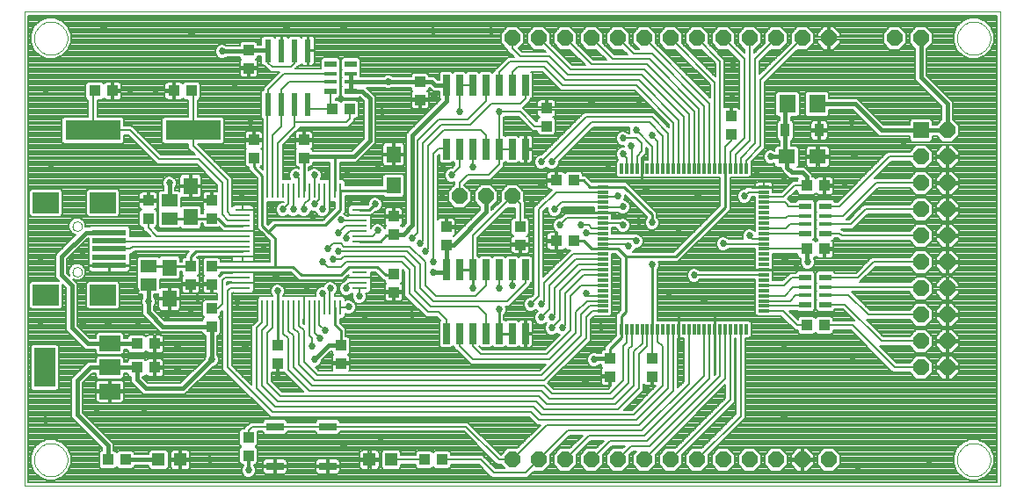
<source format=gtl>
G75*
G70*
%OFA0B0*%
%FSLAX24Y24*%
%IPPOS*%
%LPD*%
%AMOC8*
5,1,8,0,0,1.08239X$1,22.5*
%
%ADD10C,0.0000*%
%ADD11R,0.0394X0.0433*%
%ADD12R,0.0551X0.0630*%
%ADD13R,0.0433X0.0394*%
%ADD14R,0.0591X0.0512*%
%ADD15R,0.0236X0.0866*%
%ADD16R,0.0472X0.0472*%
%ADD17R,0.0630X0.0551*%
%ADD18R,0.0600X0.0600*%
%ADD19OC8,0.0600*%
%ADD20R,0.0984X0.0787*%
%ADD21R,0.1299X0.0197*%
%ADD22R,0.0106X0.0571*%
%ADD23R,0.0571X0.0106*%
%ADD24R,0.0650X0.0300*%
%ADD25R,0.0118X0.0394*%
%ADD26R,0.0394X0.0118*%
%ADD27R,0.0260X0.0800*%
%ADD28R,0.0453X0.0173*%
%ADD29R,0.0453X0.0248*%
%ADD30R,0.0358X0.0480*%
%ADD31R,0.0630X0.0710*%
%ADD32R,0.0787X0.0591*%
%ADD33R,0.0787X0.1496*%
%ADD34R,0.2100X0.0760*%
%ADD35C,0.0080*%
%ADD36C,0.0270*%
%ADD37C,0.0100*%
%ADD38C,0.0150*%
%ADD39C,0.0120*%
D10*
X000454Y000202D02*
X000454Y018202D01*
X037454Y018202D01*
X037454Y000202D01*
X000454Y000202D01*
X000824Y001202D02*
X000826Y001252D01*
X000832Y001302D01*
X000842Y001351D01*
X000856Y001399D01*
X000873Y001446D01*
X000894Y001491D01*
X000919Y001535D01*
X000947Y001576D01*
X000979Y001615D01*
X001013Y001652D01*
X001050Y001686D01*
X001090Y001716D01*
X001132Y001743D01*
X001176Y001767D01*
X001222Y001788D01*
X001269Y001804D01*
X001317Y001817D01*
X001367Y001826D01*
X001416Y001831D01*
X001467Y001832D01*
X001517Y001829D01*
X001566Y001822D01*
X001615Y001811D01*
X001663Y001796D01*
X001709Y001778D01*
X001754Y001756D01*
X001797Y001730D01*
X001838Y001701D01*
X001877Y001669D01*
X001913Y001634D01*
X001945Y001596D01*
X001975Y001556D01*
X002002Y001513D01*
X002025Y001469D01*
X002044Y001423D01*
X002060Y001375D01*
X002072Y001326D01*
X002080Y001277D01*
X002084Y001227D01*
X002084Y001177D01*
X002080Y001127D01*
X002072Y001078D01*
X002060Y001029D01*
X002044Y000981D01*
X002025Y000935D01*
X002002Y000891D01*
X001975Y000848D01*
X001945Y000808D01*
X001913Y000770D01*
X001877Y000735D01*
X001838Y000703D01*
X001797Y000674D01*
X001754Y000648D01*
X001709Y000626D01*
X001663Y000608D01*
X001615Y000593D01*
X001566Y000582D01*
X001517Y000575D01*
X001467Y000572D01*
X001416Y000573D01*
X001367Y000578D01*
X001317Y000587D01*
X001269Y000600D01*
X001222Y000616D01*
X001176Y000637D01*
X001132Y000661D01*
X001090Y000688D01*
X001050Y000718D01*
X001013Y000752D01*
X000979Y000789D01*
X000947Y000828D01*
X000919Y000869D01*
X000894Y000913D01*
X000873Y000958D01*
X000856Y001005D01*
X000842Y001053D01*
X000832Y001102D01*
X000826Y001152D01*
X000824Y001202D01*
X002277Y008335D02*
X002279Y008361D01*
X002285Y008387D01*
X002295Y008412D01*
X002308Y008435D01*
X002324Y008455D01*
X002344Y008473D01*
X002366Y008488D01*
X002389Y008500D01*
X002415Y008508D01*
X002441Y008512D01*
X002467Y008512D01*
X002493Y008508D01*
X002519Y008500D01*
X002543Y008488D01*
X002564Y008473D01*
X002584Y008455D01*
X002600Y008435D01*
X002613Y008412D01*
X002623Y008387D01*
X002629Y008361D01*
X002631Y008335D01*
X002629Y008309D01*
X002623Y008283D01*
X002613Y008258D01*
X002600Y008235D01*
X002584Y008215D01*
X002564Y008197D01*
X002542Y008182D01*
X002519Y008170D01*
X002493Y008162D01*
X002467Y008158D01*
X002441Y008158D01*
X002415Y008162D01*
X002389Y008170D01*
X002365Y008182D01*
X002344Y008197D01*
X002324Y008215D01*
X002308Y008235D01*
X002295Y008258D01*
X002285Y008283D01*
X002279Y008309D01*
X002277Y008335D01*
X002277Y010068D02*
X002279Y010094D01*
X002285Y010120D01*
X002295Y010145D01*
X002308Y010168D01*
X002324Y010188D01*
X002344Y010206D01*
X002366Y010221D01*
X002389Y010233D01*
X002415Y010241D01*
X002441Y010245D01*
X002467Y010245D01*
X002493Y010241D01*
X002519Y010233D01*
X002543Y010221D01*
X002564Y010206D01*
X002584Y010188D01*
X002600Y010168D01*
X002613Y010145D01*
X002623Y010120D01*
X002629Y010094D01*
X002631Y010068D01*
X002629Y010042D01*
X002623Y010016D01*
X002613Y009991D01*
X002600Y009968D01*
X002584Y009948D01*
X002564Y009930D01*
X002542Y009915D01*
X002519Y009903D01*
X002493Y009895D01*
X002467Y009891D01*
X002441Y009891D01*
X002415Y009895D01*
X002389Y009903D01*
X002365Y009915D01*
X002344Y009930D01*
X002324Y009948D01*
X002308Y009968D01*
X002295Y009991D01*
X002285Y010016D01*
X002279Y010042D01*
X002277Y010068D01*
X000824Y017202D02*
X000826Y017252D01*
X000832Y017302D01*
X000842Y017351D01*
X000856Y017399D01*
X000873Y017446D01*
X000894Y017491D01*
X000919Y017535D01*
X000947Y017576D01*
X000979Y017615D01*
X001013Y017652D01*
X001050Y017686D01*
X001090Y017716D01*
X001132Y017743D01*
X001176Y017767D01*
X001222Y017788D01*
X001269Y017804D01*
X001317Y017817D01*
X001367Y017826D01*
X001416Y017831D01*
X001467Y017832D01*
X001517Y017829D01*
X001566Y017822D01*
X001615Y017811D01*
X001663Y017796D01*
X001709Y017778D01*
X001754Y017756D01*
X001797Y017730D01*
X001838Y017701D01*
X001877Y017669D01*
X001913Y017634D01*
X001945Y017596D01*
X001975Y017556D01*
X002002Y017513D01*
X002025Y017469D01*
X002044Y017423D01*
X002060Y017375D01*
X002072Y017326D01*
X002080Y017277D01*
X002084Y017227D01*
X002084Y017177D01*
X002080Y017127D01*
X002072Y017078D01*
X002060Y017029D01*
X002044Y016981D01*
X002025Y016935D01*
X002002Y016891D01*
X001975Y016848D01*
X001945Y016808D01*
X001913Y016770D01*
X001877Y016735D01*
X001838Y016703D01*
X001797Y016674D01*
X001754Y016648D01*
X001709Y016626D01*
X001663Y016608D01*
X001615Y016593D01*
X001566Y016582D01*
X001517Y016575D01*
X001467Y016572D01*
X001416Y016573D01*
X001367Y016578D01*
X001317Y016587D01*
X001269Y016600D01*
X001222Y016616D01*
X001176Y016637D01*
X001132Y016661D01*
X001090Y016688D01*
X001050Y016718D01*
X001013Y016752D01*
X000979Y016789D01*
X000947Y016828D01*
X000919Y016869D01*
X000894Y016913D01*
X000873Y016958D01*
X000856Y017005D01*
X000842Y017053D01*
X000832Y017102D01*
X000826Y017152D01*
X000824Y017202D01*
X035824Y017202D02*
X035826Y017252D01*
X035832Y017302D01*
X035842Y017351D01*
X035856Y017399D01*
X035873Y017446D01*
X035894Y017491D01*
X035919Y017535D01*
X035947Y017576D01*
X035979Y017615D01*
X036013Y017652D01*
X036050Y017686D01*
X036090Y017716D01*
X036132Y017743D01*
X036176Y017767D01*
X036222Y017788D01*
X036269Y017804D01*
X036317Y017817D01*
X036367Y017826D01*
X036416Y017831D01*
X036467Y017832D01*
X036517Y017829D01*
X036566Y017822D01*
X036615Y017811D01*
X036663Y017796D01*
X036709Y017778D01*
X036754Y017756D01*
X036797Y017730D01*
X036838Y017701D01*
X036877Y017669D01*
X036913Y017634D01*
X036945Y017596D01*
X036975Y017556D01*
X037002Y017513D01*
X037025Y017469D01*
X037044Y017423D01*
X037060Y017375D01*
X037072Y017326D01*
X037080Y017277D01*
X037084Y017227D01*
X037084Y017177D01*
X037080Y017127D01*
X037072Y017078D01*
X037060Y017029D01*
X037044Y016981D01*
X037025Y016935D01*
X037002Y016891D01*
X036975Y016848D01*
X036945Y016808D01*
X036913Y016770D01*
X036877Y016735D01*
X036838Y016703D01*
X036797Y016674D01*
X036754Y016648D01*
X036709Y016626D01*
X036663Y016608D01*
X036615Y016593D01*
X036566Y016582D01*
X036517Y016575D01*
X036467Y016572D01*
X036416Y016573D01*
X036367Y016578D01*
X036317Y016587D01*
X036269Y016600D01*
X036222Y016616D01*
X036176Y016637D01*
X036132Y016661D01*
X036090Y016688D01*
X036050Y016718D01*
X036013Y016752D01*
X035979Y016789D01*
X035947Y016828D01*
X035919Y016869D01*
X035894Y016913D01*
X035873Y016958D01*
X035856Y017005D01*
X035842Y017053D01*
X035832Y017102D01*
X035826Y017152D01*
X035824Y017202D01*
X035824Y001202D02*
X035826Y001252D01*
X035832Y001302D01*
X035842Y001351D01*
X035856Y001399D01*
X035873Y001446D01*
X035894Y001491D01*
X035919Y001535D01*
X035947Y001576D01*
X035979Y001615D01*
X036013Y001652D01*
X036050Y001686D01*
X036090Y001716D01*
X036132Y001743D01*
X036176Y001767D01*
X036222Y001788D01*
X036269Y001804D01*
X036317Y001817D01*
X036367Y001826D01*
X036416Y001831D01*
X036467Y001832D01*
X036517Y001829D01*
X036566Y001822D01*
X036615Y001811D01*
X036663Y001796D01*
X036709Y001778D01*
X036754Y001756D01*
X036797Y001730D01*
X036838Y001701D01*
X036877Y001669D01*
X036913Y001634D01*
X036945Y001596D01*
X036975Y001556D01*
X037002Y001513D01*
X037025Y001469D01*
X037044Y001423D01*
X037060Y001375D01*
X037072Y001326D01*
X037080Y001277D01*
X037084Y001227D01*
X037084Y001177D01*
X037080Y001127D01*
X037072Y001078D01*
X037060Y001029D01*
X037044Y000981D01*
X037025Y000935D01*
X037002Y000891D01*
X036975Y000848D01*
X036945Y000808D01*
X036913Y000770D01*
X036877Y000735D01*
X036838Y000703D01*
X036797Y000674D01*
X036754Y000648D01*
X036709Y000626D01*
X036663Y000608D01*
X036615Y000593D01*
X036566Y000582D01*
X036517Y000575D01*
X036467Y000572D01*
X036416Y000573D01*
X036367Y000578D01*
X036317Y000587D01*
X036269Y000600D01*
X036222Y000616D01*
X036176Y000637D01*
X036132Y000661D01*
X036090Y000688D01*
X036050Y000718D01*
X036013Y000752D01*
X035979Y000789D01*
X035947Y000828D01*
X035919Y000869D01*
X035894Y000913D01*
X035873Y000958D01*
X035856Y001005D01*
X035842Y001053D01*
X035832Y001102D01*
X035826Y001152D01*
X035824Y001202D01*
D11*
X030788Y006302D03*
X030119Y006302D03*
X024254Y005036D03*
X024254Y004367D03*
X022654Y004367D03*
X022654Y005036D03*
X016288Y001202D03*
X015619Y001202D03*
X012454Y004867D03*
X012454Y005536D03*
X010054Y005536D03*
X010054Y004867D03*
X014454Y007567D03*
X014454Y008236D03*
X016454Y009367D03*
X016454Y010036D03*
X014454Y009767D03*
X014454Y010436D03*
X011054Y012667D03*
X011054Y013336D03*
X009154Y013336D03*
X009154Y012667D03*
X007554Y011036D03*
X007554Y010367D03*
X007554Y008536D03*
X006754Y008536D03*
X006754Y007867D03*
X007554Y007867D03*
X004288Y001202D03*
X003619Y001202D03*
X027254Y013567D03*
X027254Y014236D03*
X015454Y014867D03*
X015454Y015536D03*
X012788Y014502D03*
X012119Y014502D03*
X008954Y016067D03*
X008954Y016736D03*
D12*
X014454Y012792D03*
X014454Y011611D03*
X006754Y011592D03*
X006754Y010411D03*
X005954Y008492D03*
X005954Y007311D03*
D13*
X007554Y006936D03*
X007554Y006267D03*
X005388Y005602D03*
X004719Y005602D03*
X004719Y004702D03*
X005388Y004702D03*
X008954Y002036D03*
X008954Y001367D03*
X019254Y009367D03*
X020619Y009502D03*
X021288Y009502D03*
X019254Y010036D03*
X020619Y011802D03*
X021288Y011802D03*
X020254Y013867D03*
X020254Y014536D03*
X030119Y011602D03*
X030788Y011602D03*
X030788Y009202D03*
X030119Y009202D03*
X006788Y015202D03*
X006119Y015202D03*
X003788Y015202D03*
X003119Y015202D03*
X005154Y011036D03*
X005154Y010367D03*
D14*
X005954Y010367D03*
X005954Y011036D03*
X005154Y008536D03*
X005154Y007867D03*
D15*
X009704Y014678D03*
X010204Y014678D03*
X010704Y014678D03*
X011204Y014678D03*
X011204Y016725D03*
X010704Y016725D03*
X010204Y016725D03*
X009704Y016725D03*
D16*
X006367Y001202D03*
X005540Y001202D03*
X013540Y001202D03*
X014367Y001202D03*
D17*
X029363Y012702D03*
X030544Y012702D03*
D18*
X034454Y013702D03*
D19*
X035454Y013702D03*
X035454Y012702D03*
X034454Y012702D03*
X034454Y011702D03*
X035454Y011702D03*
X035454Y010702D03*
X034454Y010702D03*
X034454Y009702D03*
X035454Y009702D03*
X035454Y008702D03*
X034454Y008702D03*
X034454Y007702D03*
X035454Y007702D03*
X035454Y006702D03*
X034454Y006702D03*
X034454Y005702D03*
X035454Y005702D03*
X035454Y004702D03*
X034454Y004702D03*
X030954Y001202D03*
X029954Y001202D03*
X028954Y001202D03*
X027954Y001202D03*
X026954Y001202D03*
X025954Y001202D03*
X024954Y001202D03*
X023954Y001202D03*
X022954Y001202D03*
X021954Y001202D03*
X020954Y001202D03*
X019954Y001202D03*
X018954Y001202D03*
X018954Y011202D03*
X017954Y011202D03*
X016954Y011202D03*
X018954Y017202D03*
X019954Y017202D03*
X020954Y017202D03*
X021954Y017202D03*
X022954Y017202D03*
X023954Y017202D03*
X024954Y017202D03*
X025954Y017202D03*
X026954Y017202D03*
X027954Y017202D03*
X028954Y017202D03*
X029954Y017202D03*
X030954Y017202D03*
X033454Y017202D03*
X034454Y017202D03*
D20*
X003438Y010954D03*
X001272Y010954D03*
X001272Y007450D03*
X003438Y007450D03*
D21*
X003674Y008572D03*
X003674Y008887D03*
X003674Y009202D03*
X003674Y009517D03*
X003674Y009831D03*
D22*
X009477Y011416D03*
X009674Y011416D03*
X009871Y011416D03*
X010068Y011416D03*
X010265Y011416D03*
X010461Y011416D03*
X010658Y011416D03*
X010855Y011416D03*
X011052Y011416D03*
X011249Y011416D03*
X011446Y011416D03*
X011643Y011416D03*
X011839Y011416D03*
X012036Y011416D03*
X012233Y011416D03*
X012430Y011416D03*
X012430Y006987D03*
X012233Y006987D03*
X012036Y006987D03*
X011839Y006987D03*
X011643Y006987D03*
X011446Y006987D03*
X011249Y006987D03*
X011052Y006987D03*
X010855Y006987D03*
X010658Y006987D03*
X010461Y006987D03*
X010265Y006987D03*
X010068Y006987D03*
X009871Y006987D03*
X009674Y006987D03*
X009477Y006987D03*
D23*
X008739Y007725D03*
X008739Y007922D03*
X008739Y008119D03*
X008739Y008316D03*
X008739Y008513D03*
X008739Y008709D03*
X008739Y008906D03*
X008739Y009103D03*
X008739Y009300D03*
X008739Y009497D03*
X008739Y009694D03*
X008739Y009891D03*
X008739Y010087D03*
X008739Y010284D03*
X008739Y010481D03*
X008739Y010678D03*
X013168Y010678D03*
X013168Y010481D03*
X013168Y010284D03*
X013168Y010087D03*
X013168Y009891D03*
X013168Y009694D03*
X013168Y009497D03*
X013168Y009300D03*
X013168Y009103D03*
X013168Y008906D03*
X013168Y008709D03*
X013168Y008513D03*
X013168Y008316D03*
X013168Y008119D03*
X013168Y007922D03*
X013168Y007725D03*
D24*
X011954Y002452D03*
X009954Y002452D03*
X009954Y000952D03*
X011954Y000952D03*
D25*
X023091Y006150D03*
X023288Y006150D03*
X023485Y006150D03*
X023682Y006150D03*
X023879Y006150D03*
X024076Y006150D03*
X024272Y006150D03*
X024469Y006150D03*
X024666Y006150D03*
X024863Y006150D03*
X025060Y006150D03*
X025257Y006150D03*
X025454Y006150D03*
X025650Y006150D03*
X025847Y006150D03*
X026044Y006150D03*
X026241Y006150D03*
X026438Y006150D03*
X026635Y006150D03*
X026831Y006150D03*
X027028Y006150D03*
X027225Y006150D03*
X027422Y006150D03*
X027619Y006150D03*
X027816Y006150D03*
X027816Y012253D03*
X027619Y012253D03*
X027422Y012253D03*
X027225Y012253D03*
X027028Y012253D03*
X026831Y012253D03*
X026635Y012253D03*
X026438Y012253D03*
X026241Y012253D03*
X026044Y012253D03*
X025847Y012253D03*
X025650Y012253D03*
X025454Y012253D03*
X025257Y012253D03*
X025060Y012253D03*
X024863Y012253D03*
X024666Y012253D03*
X024469Y012253D03*
X024272Y012253D03*
X024076Y012253D03*
X023879Y012253D03*
X023682Y012253D03*
X023485Y012253D03*
X023288Y012253D03*
X023091Y012253D03*
D26*
X022402Y011564D03*
X022402Y011367D03*
X022402Y011170D03*
X022402Y010973D03*
X022402Y010776D03*
X022402Y010580D03*
X022402Y010383D03*
X022402Y010186D03*
X022402Y009989D03*
X022402Y009792D03*
X022402Y009595D03*
X022402Y009398D03*
X022402Y009202D03*
X022402Y009005D03*
X022402Y008808D03*
X022402Y008611D03*
X022402Y008414D03*
X022402Y008217D03*
X022402Y008020D03*
X022402Y007824D03*
X022402Y007627D03*
X022402Y007430D03*
X022402Y007233D03*
X022402Y007036D03*
X022402Y006839D03*
X028505Y006839D03*
X028505Y007036D03*
X028505Y007233D03*
X028505Y007430D03*
X028505Y007627D03*
X028505Y007824D03*
X028505Y008020D03*
X028505Y008217D03*
X028505Y008414D03*
X028505Y008611D03*
X028505Y008808D03*
X028505Y009005D03*
X028505Y009202D03*
X028505Y009398D03*
X028505Y009595D03*
X028505Y009792D03*
X028505Y009989D03*
X028505Y010186D03*
X028505Y010383D03*
X028505Y010580D03*
X028505Y010776D03*
X028505Y010973D03*
X028505Y011170D03*
X028505Y011367D03*
X028505Y011564D03*
D27*
X019454Y012992D03*
X018954Y012992D03*
X018454Y012992D03*
X017954Y012992D03*
X017454Y012992D03*
X016954Y012992D03*
X016454Y012992D03*
X016454Y015412D03*
X016954Y015412D03*
X017454Y015412D03*
X017954Y015412D03*
X018454Y015412D03*
X018954Y015412D03*
X019454Y015412D03*
X019454Y008412D03*
X018954Y008412D03*
X018454Y008412D03*
X017954Y008412D03*
X017454Y008412D03*
X016954Y008412D03*
X016454Y008412D03*
X016454Y005992D03*
X016954Y005992D03*
X017454Y005992D03*
X017954Y005992D03*
X018454Y005992D03*
X018954Y005992D03*
X019454Y005992D03*
D28*
X030070Y007444D03*
X030070Y007759D03*
X030837Y007759D03*
X030837Y007444D03*
X030837Y010144D03*
X030837Y010459D03*
X030070Y010459D03*
X030070Y010144D03*
X012837Y015544D03*
X012837Y015859D03*
X012070Y015859D03*
X012070Y015544D03*
D29*
X012070Y015192D03*
X012837Y015192D03*
X012837Y016211D03*
X012070Y016211D03*
X030070Y010811D03*
X030837Y010811D03*
X030837Y009792D03*
X030070Y009792D03*
X030070Y008111D03*
X030837Y008111D03*
X030837Y007092D03*
X030070Y007092D03*
D30*
X030597Y013702D03*
X029310Y013702D03*
D31*
X029394Y014702D03*
X030513Y014702D03*
D32*
X003694Y005607D03*
X003694Y004702D03*
X003694Y003796D03*
D33*
X001213Y004702D03*
D34*
X003054Y013702D03*
X006854Y013702D03*
D35*
X006854Y015136D01*
X006788Y015202D01*
X007145Y015203D02*
X009480Y015203D01*
X009445Y015169D02*
X009445Y014187D01*
X009494Y014138D01*
X009494Y012230D01*
X009411Y012313D01*
X009490Y012392D01*
X009490Y012941D01*
X009429Y013003D01*
X009436Y013008D01*
X009462Y013034D01*
X009481Y013066D01*
X009490Y013101D01*
X009490Y013296D01*
X009194Y013296D01*
X009194Y013376D01*
X009490Y013376D01*
X009490Y013571D01*
X009481Y013607D01*
X009462Y013639D01*
X009436Y013665D01*
X009404Y013683D01*
X009369Y013693D01*
X009193Y013693D01*
X009193Y013376D01*
X009114Y013376D01*
X009114Y013693D01*
X008938Y013693D01*
X008903Y013683D01*
X008871Y013665D01*
X008845Y013639D01*
X008826Y013607D01*
X008817Y013571D01*
X008817Y013376D01*
X009113Y013376D01*
X009113Y013296D01*
X008817Y013296D01*
X008817Y013101D01*
X008826Y013066D01*
X008845Y013034D01*
X008871Y013008D01*
X008878Y013003D01*
X008817Y012941D01*
X008817Y012392D01*
X008899Y012310D01*
X008964Y012310D01*
X008964Y012223D01*
X009075Y012112D01*
X009287Y011899D01*
X009287Y011763D01*
X009284Y011760D01*
X009284Y011073D01*
X009287Y011070D01*
X009287Y010157D01*
X009287Y009999D01*
X009514Y009773D01*
X009625Y009662D01*
X009764Y009523D01*
X009764Y008703D01*
X009164Y008703D01*
X009164Y008709D01*
X008739Y008709D01*
X008739Y008710D01*
X008739Y008710D01*
X008739Y008713D01*
X008739Y008906D01*
X008739Y008906D01*
X008739Y008713D01*
X008739Y008710D01*
X009164Y008710D01*
X009164Y008781D01*
X009157Y008808D01*
X009164Y008835D01*
X009164Y008906D01*
X008739Y008906D01*
X008739Y008906D01*
X008314Y008906D01*
X008314Y008835D01*
X008321Y008808D01*
X008314Y008781D01*
X008314Y008710D01*
X008739Y008710D01*
X008739Y008709D01*
X008314Y008709D01*
X008314Y008703D01*
X007890Y008703D01*
X007890Y008811D01*
X007808Y008893D01*
X007299Y008893D01*
X007217Y008811D01*
X007217Y008262D01*
X007278Y008200D01*
X007271Y008195D01*
X007245Y008169D01*
X007226Y008137D01*
X007217Y008102D01*
X007217Y007907D01*
X007513Y007907D01*
X007513Y007827D01*
X007217Y007827D01*
X007217Y007632D01*
X007226Y007596D01*
X007245Y007564D01*
X007271Y007538D01*
X007303Y007520D01*
X007338Y007510D01*
X007514Y007510D01*
X007514Y007827D01*
X007593Y007827D01*
X007593Y007510D01*
X007769Y007510D01*
X007774Y007512D01*
X007774Y007273D01*
X007279Y007273D01*
X007197Y007191D01*
X007197Y006681D01*
X007277Y006602D01*
X007197Y006522D01*
X007197Y006482D01*
X005777Y006482D01*
X005369Y006891D01*
X005369Y007028D01*
X005387Y007046D01*
X005429Y007147D01*
X005429Y007256D01*
X005387Y007357D01*
X005369Y007375D01*
X005369Y007471D01*
X005507Y007471D01*
X005538Y007502D01*
X005538Y007351D01*
X005913Y007351D01*
X005913Y007271D01*
X005538Y007271D01*
X005538Y006978D01*
X005547Y006942D01*
X005566Y006910D01*
X005592Y006884D01*
X005624Y006866D01*
X005659Y006856D01*
X005914Y006856D01*
X005914Y007271D01*
X005993Y007271D01*
X005993Y006856D01*
X006248Y006856D01*
X006283Y006866D01*
X006315Y006884D01*
X006341Y006910D01*
X006360Y006942D01*
X006369Y006978D01*
X006369Y007271D01*
X005994Y007271D01*
X005994Y007351D01*
X006369Y007351D01*
X006369Y007644D01*
X006360Y007680D01*
X006341Y007712D01*
X006315Y007738D01*
X006283Y007756D01*
X006248Y007766D01*
X005993Y007766D01*
X005993Y007351D01*
X005914Y007351D01*
X005914Y007766D01*
X005659Y007766D01*
X005624Y007756D01*
X005592Y007738D01*
X005589Y007735D01*
X005589Y008068D01*
X005620Y008037D01*
X006287Y008037D01*
X006369Y008119D01*
X006369Y008346D01*
X006417Y008346D01*
X006417Y008262D01*
X006478Y008200D01*
X006471Y008195D01*
X006445Y008169D01*
X006426Y008137D01*
X006417Y008102D01*
X006417Y007907D01*
X006713Y007907D01*
X006713Y007827D01*
X006417Y007827D01*
X006417Y007632D01*
X006426Y007596D01*
X006445Y007564D01*
X006471Y007538D01*
X006503Y007520D01*
X006538Y007510D01*
X006714Y007510D01*
X006714Y007827D01*
X006793Y007827D01*
X006793Y007510D01*
X006969Y007510D01*
X007004Y007520D01*
X007036Y007538D01*
X007062Y007564D01*
X007081Y007596D01*
X007090Y007632D01*
X007090Y007827D01*
X006794Y007827D01*
X006794Y007907D01*
X007090Y007907D01*
X007090Y008102D01*
X007081Y008137D01*
X007062Y008169D01*
X007036Y008195D01*
X007029Y008200D01*
X007090Y008262D01*
X007090Y008811D01*
X007011Y008890D01*
X007034Y008913D01*
X008314Y008913D01*
X008314Y008906D01*
X008739Y008906D01*
X008739Y008906D01*
X009164Y008906D01*
X009164Y008978D01*
X009161Y008989D01*
X009164Y008992D01*
X009164Y009189D01*
X009164Y009386D01*
X009164Y009583D01*
X009164Y009805D01*
X009161Y009808D01*
X009164Y009819D01*
X009164Y009890D01*
X008739Y009890D01*
X008739Y009891D01*
X009164Y009891D01*
X009164Y009962D01*
X009161Y009973D01*
X009164Y009976D01*
X009164Y010173D01*
X009164Y010395D01*
X009164Y010592D01*
X009161Y010595D01*
X009164Y010606D01*
X009164Y010678D01*
X009164Y010750D01*
X009155Y010785D01*
X009136Y010817D01*
X009110Y010843D01*
X009078Y010862D01*
X009043Y010871D01*
X008739Y010871D01*
X008739Y010678D01*
X008739Y010678D01*
X009164Y010678D01*
X008739Y010678D01*
X008739Y010678D01*
X008739Y010871D01*
X008435Y010871D01*
X008399Y010862D01*
X008368Y010843D01*
X008341Y010817D01*
X008334Y010803D01*
X008334Y011727D01*
X008334Y011876D01*
X007034Y013176D01*
X007034Y013182D01*
X007962Y013182D01*
X008044Y013264D01*
X008044Y014140D01*
X007962Y014222D01*
X007034Y014222D01*
X007034Y014865D01*
X007063Y014865D01*
X007145Y014947D01*
X007145Y015456D01*
X007063Y015538D01*
X006514Y015538D01*
X006452Y015477D01*
X006447Y015484D01*
X006421Y015510D01*
X006389Y015529D01*
X006354Y015538D01*
X006159Y015538D01*
X006159Y015242D01*
X006079Y015242D01*
X006079Y015538D01*
X005884Y015538D01*
X005848Y015529D01*
X005816Y015510D01*
X005790Y015484D01*
X005772Y015452D01*
X005762Y015417D01*
X005762Y015241D01*
X006079Y015241D01*
X006079Y015162D01*
X005762Y015162D01*
X005762Y014986D01*
X005772Y014951D01*
X005790Y014919D01*
X005816Y014893D01*
X005848Y014874D01*
X005884Y014865D01*
X006079Y014865D01*
X006079Y015161D01*
X006159Y015161D01*
X006159Y014865D01*
X006354Y014865D01*
X006389Y014874D01*
X006421Y014893D01*
X006447Y014919D01*
X006452Y014926D01*
X006514Y014865D01*
X006674Y014865D01*
X006674Y014222D01*
X005746Y014222D01*
X005664Y014140D01*
X005664Y013264D01*
X005746Y013182D01*
X006674Y013182D01*
X006674Y013176D01*
X006674Y013027D01*
X006919Y012782D01*
X005628Y012782D01*
X004634Y013776D01*
X004528Y013882D01*
X004244Y013882D01*
X004244Y014140D01*
X004162Y014222D01*
X003234Y014222D01*
X003234Y014865D01*
X003393Y014865D01*
X003455Y014926D01*
X003460Y014919D01*
X003486Y014893D01*
X003518Y014874D01*
X003553Y014865D01*
X003748Y014865D01*
X003748Y015161D01*
X003828Y015161D01*
X003828Y014865D01*
X004023Y014865D01*
X004059Y014874D01*
X004091Y014893D01*
X004117Y014919D01*
X004135Y014951D01*
X004145Y014986D01*
X004145Y015162D01*
X003828Y015162D01*
X003828Y015241D01*
X004145Y015241D01*
X004145Y015417D01*
X004135Y015452D01*
X004117Y015484D01*
X004091Y015510D01*
X004059Y015529D01*
X004023Y015538D01*
X003828Y015538D01*
X003828Y015242D01*
X003748Y015242D01*
X003748Y015538D01*
X003553Y015538D01*
X003518Y015529D01*
X003486Y015510D01*
X003460Y015484D01*
X003455Y015477D01*
X003393Y015538D01*
X002844Y015538D01*
X002762Y015456D01*
X002762Y014947D01*
X002844Y014865D01*
X002874Y014865D01*
X002874Y014222D01*
X001946Y014222D01*
X001864Y014140D01*
X001864Y013264D01*
X001946Y013182D01*
X004162Y013182D01*
X004244Y013264D01*
X004244Y013522D01*
X004379Y013522D01*
X005479Y012422D01*
X005628Y012422D01*
X006979Y012422D01*
X007774Y011627D01*
X007774Y011391D01*
X007769Y011393D01*
X007593Y011393D01*
X007593Y011076D01*
X007514Y011076D01*
X007514Y011393D01*
X007338Y011393D01*
X007303Y011383D01*
X007271Y011365D01*
X007245Y011339D01*
X007226Y011307D01*
X007217Y011271D01*
X007217Y011076D01*
X007513Y011076D01*
X007513Y010996D01*
X007217Y010996D01*
X007217Y010801D01*
X007226Y010766D01*
X007245Y010734D01*
X007271Y010708D01*
X007278Y010703D01*
X007217Y010641D01*
X007217Y010557D01*
X007169Y010557D01*
X007169Y010784D01*
X007087Y010866D01*
X006420Y010866D01*
X006389Y010835D01*
X006389Y011168D01*
X006392Y011165D01*
X006424Y011147D01*
X006459Y011137D01*
X006714Y011137D01*
X006714Y011552D01*
X006793Y011552D01*
X006793Y011137D01*
X007048Y011137D01*
X007083Y011147D01*
X007115Y011165D01*
X007141Y011191D01*
X007160Y011223D01*
X007169Y011259D01*
X007169Y011552D01*
X006794Y011552D01*
X006794Y011632D01*
X007169Y011632D01*
X007169Y011926D01*
X007160Y011961D01*
X007141Y011993D01*
X007115Y012019D01*
X007083Y012038D01*
X007048Y012047D01*
X006793Y012047D01*
X006793Y011632D01*
X006714Y011632D01*
X006714Y012047D01*
X006459Y012047D01*
X006424Y012038D01*
X006392Y012019D01*
X006366Y011993D01*
X006347Y011961D01*
X006338Y011926D01*
X006338Y011632D01*
X006713Y011632D01*
X006713Y011552D01*
X006338Y011552D01*
X006338Y011401D01*
X006307Y011432D01*
X006169Y011432D01*
X006169Y011528D01*
X006187Y011546D01*
X006229Y011647D01*
X006229Y011756D01*
X006187Y011857D01*
X006109Y011935D01*
X006008Y011977D01*
X005899Y011977D01*
X005798Y011935D01*
X005720Y011857D01*
X005679Y011756D01*
X005679Y011647D01*
X005720Y011546D01*
X005739Y011528D01*
X005739Y011432D01*
X005600Y011432D01*
X005518Y011350D01*
X005518Y010722D01*
X005539Y010702D01*
X005518Y010681D01*
X005518Y010053D01*
X005600Y009971D01*
X006307Y009971D01*
X006356Y010020D01*
X006420Y009956D01*
X007087Y009956D01*
X007169Y010038D01*
X007169Y010177D01*
X007217Y010177D01*
X007217Y010092D01*
X007299Y010010D01*
X007808Y010010D01*
X007842Y010044D01*
X007989Y009897D01*
X008146Y009897D01*
X008314Y009897D01*
X008314Y009891D01*
X008739Y009891D01*
X008739Y009890D01*
X008314Y009890D01*
X008314Y009874D01*
X005536Y009874D01*
X005379Y010030D01*
X005428Y010030D01*
X005510Y010112D01*
X005510Y010622D01*
X005428Y010704D01*
X005405Y010704D01*
X005424Y010709D01*
X005456Y010727D01*
X005482Y010753D01*
X005501Y010785D01*
X005510Y010821D01*
X005510Y010996D01*
X005194Y010996D01*
X005194Y011076D01*
X005510Y011076D01*
X005510Y011251D01*
X005501Y011287D01*
X005482Y011319D01*
X005456Y011345D01*
X005424Y011364D01*
X005389Y011373D01*
X005193Y011373D01*
X005193Y011076D01*
X005114Y011076D01*
X005114Y011373D01*
X004919Y011373D01*
X004883Y011364D01*
X004851Y011345D01*
X004825Y011319D01*
X004807Y011287D01*
X004797Y011251D01*
X004797Y011076D01*
X005113Y011076D01*
X005113Y010996D01*
X004797Y010996D01*
X004797Y010821D01*
X004807Y010785D01*
X004825Y010753D01*
X004851Y010727D01*
X004883Y010709D01*
X004902Y010704D01*
X004879Y010704D01*
X004797Y010622D01*
X004797Y010112D01*
X004879Y010030D01*
X004974Y010030D01*
X004974Y009927D01*
X005079Y009822D01*
X005224Y009677D01*
X004464Y009677D01*
X004464Y009988D01*
X004382Y010070D01*
X002966Y010070D01*
X002943Y010046D01*
X002873Y010046D01*
X002771Y010046D01*
X002771Y010131D01*
X002722Y010247D01*
X002633Y010337D01*
X002517Y010385D01*
X002390Y010385D01*
X002274Y010337D01*
X002185Y010247D01*
X002136Y010131D01*
X002136Y010005D01*
X002185Y009888D01*
X002274Y009799D01*
X002390Y009751D01*
X002399Y009751D01*
X001764Y009117D01*
X001639Y008991D01*
X001639Y008291D01*
X001639Y008112D01*
X001768Y007983D01*
X000722Y007983D01*
X000640Y007901D01*
X000640Y006998D01*
X000722Y006916D01*
X001823Y006916D01*
X001905Y006998D01*
X001905Y007847D01*
X002039Y007712D01*
X002039Y006291D01*
X002039Y006112D01*
X002639Y005512D01*
X002764Y005387D01*
X003160Y005387D01*
X003160Y005254D01*
X003242Y005172D01*
X004145Y005172D01*
X004227Y005254D01*
X004227Y005392D01*
X004362Y005392D01*
X004362Y005347D01*
X004444Y005265D01*
X004993Y005265D01*
X005055Y005326D01*
X005060Y005319D01*
X005086Y005293D01*
X005118Y005274D01*
X005153Y005265D01*
X005348Y005265D01*
X005348Y005561D01*
X005428Y005561D01*
X005428Y005265D01*
X005623Y005265D01*
X005659Y005274D01*
X005691Y005293D01*
X005717Y005319D01*
X005735Y005351D01*
X005745Y005386D01*
X005745Y005562D01*
X005428Y005562D01*
X005428Y005641D01*
X005745Y005641D01*
X005745Y005817D01*
X005735Y005852D01*
X005717Y005884D01*
X005691Y005910D01*
X005659Y005929D01*
X005623Y005938D01*
X005428Y005938D01*
X005428Y005642D01*
X005348Y005642D01*
X005348Y005938D01*
X005153Y005938D01*
X005118Y005929D01*
X005086Y005910D01*
X005060Y005884D01*
X005055Y005877D01*
X004993Y005938D01*
X004444Y005938D01*
X004362Y005856D01*
X004362Y005822D01*
X004227Y005822D01*
X004227Y005960D01*
X004145Y006042D01*
X003242Y006042D01*
X003160Y005960D01*
X003160Y005817D01*
X002943Y005817D01*
X002469Y006291D01*
X002469Y007891D01*
X002343Y008017D01*
X002306Y008053D01*
X002390Y008018D01*
X002517Y008018D01*
X002633Y008067D01*
X002722Y008156D01*
X002771Y008272D01*
X002771Y008399D01*
X002722Y008515D01*
X002633Y008604D01*
X002517Y008653D01*
X002390Y008653D01*
X002274Y008604D01*
X002185Y008515D01*
X002136Y008399D01*
X002136Y008272D01*
X002171Y008188D01*
X002069Y008291D01*
X002069Y008812D01*
X002873Y009616D01*
X002884Y009616D01*
X002884Y009360D01*
X002885Y009359D01*
X002884Y009358D01*
X002884Y009045D01*
X002885Y009044D01*
X002884Y009043D01*
X002884Y008730D01*
X002893Y008721D01*
X002884Y008689D01*
X002884Y008581D01*
X003665Y008581D01*
X003665Y008562D01*
X003683Y008562D01*
X003683Y008333D01*
X004342Y008333D01*
X004378Y008343D01*
X004410Y008361D01*
X004436Y008387D01*
X004454Y008419D01*
X004464Y008455D01*
X004464Y008562D01*
X003683Y008562D01*
X003683Y008581D01*
X004464Y008581D01*
X004464Y008689D01*
X004455Y008721D01*
X004464Y008730D01*
X004464Y009022D01*
X004528Y009022D01*
X004626Y009120D01*
X006703Y009120D01*
X006675Y009092D01*
X006564Y008980D01*
X006564Y008893D01*
X006499Y008893D01*
X006417Y008811D01*
X006417Y008726D01*
X006369Y008726D01*
X006369Y008865D01*
X006287Y008947D01*
X005620Y008947D01*
X005556Y008883D01*
X005507Y008932D01*
X004800Y008932D01*
X004718Y008850D01*
X004718Y008222D01*
X004739Y008202D01*
X004718Y008181D01*
X004718Y007553D01*
X004800Y007471D01*
X004939Y007471D01*
X004939Y007375D01*
X004920Y007357D01*
X004879Y007256D01*
X004879Y007147D01*
X004920Y007046D01*
X004939Y007028D01*
X004939Y006891D01*
X004939Y006712D01*
X005599Y006052D01*
X005777Y006052D01*
X007197Y006052D01*
X007197Y006012D01*
X007279Y005930D01*
X007339Y005930D01*
X007339Y005175D01*
X007320Y005157D01*
X007279Y005056D01*
X007279Y005031D01*
X006364Y004117D01*
X005143Y004117D01*
X004934Y004325D01*
X004934Y004365D01*
X004993Y004365D01*
X005055Y004426D01*
X005060Y004419D01*
X005086Y004393D01*
X005118Y004374D01*
X005153Y004365D01*
X005348Y004365D01*
X005348Y004661D01*
X005428Y004661D01*
X005428Y004365D01*
X005623Y004365D01*
X005659Y004374D01*
X005691Y004393D01*
X005717Y004419D01*
X005735Y004451D01*
X005745Y004486D01*
X005745Y004662D01*
X005428Y004662D01*
X005428Y004741D01*
X005745Y004741D01*
X005745Y004917D01*
X005735Y004952D01*
X005717Y004984D01*
X005691Y005010D01*
X005659Y005029D01*
X005623Y005038D01*
X005428Y005038D01*
X005428Y004742D01*
X005348Y004742D01*
X005348Y005038D01*
X005153Y005038D01*
X005118Y005029D01*
X005086Y005010D01*
X005060Y004984D01*
X005055Y004977D01*
X004993Y005038D01*
X004444Y005038D01*
X004362Y004956D01*
X004362Y004917D01*
X004227Y004917D01*
X004227Y005055D01*
X004145Y005137D01*
X003242Y005137D01*
X003160Y005055D01*
X003160Y004917D01*
X003043Y004917D01*
X002864Y004917D01*
X002364Y004417D01*
X002239Y004291D01*
X002239Y002991D01*
X002239Y002812D01*
X003404Y001647D01*
X003404Y001558D01*
X003364Y001558D01*
X003282Y001476D01*
X003282Y000927D01*
X003364Y000845D01*
X003874Y000845D01*
X003954Y000925D01*
X004033Y000845D01*
X004543Y000845D01*
X004625Y000927D01*
X004625Y000987D01*
X005164Y000987D01*
X005164Y000907D01*
X005246Y000825D01*
X005834Y000825D01*
X005916Y000907D01*
X005916Y001496D01*
X005834Y001578D01*
X005246Y001578D01*
X005164Y001496D01*
X005164Y001417D01*
X004625Y001417D01*
X004625Y001476D01*
X004543Y001558D01*
X004033Y001558D01*
X003954Y001478D01*
X003874Y001558D01*
X003834Y001558D01*
X003834Y001647D01*
X003834Y001825D01*
X002669Y002991D01*
X002669Y004112D01*
X003043Y004487D01*
X003160Y004487D01*
X003160Y004348D01*
X003242Y004266D01*
X004145Y004266D01*
X004227Y004348D01*
X004227Y004487D01*
X004362Y004487D01*
X004362Y004447D01*
X004444Y004365D01*
X004504Y004365D01*
X004504Y004325D01*
X004504Y004147D01*
X004839Y003812D01*
X004964Y003687D01*
X006543Y003687D01*
X006669Y003812D01*
X006669Y003813D01*
X007583Y004727D01*
X007608Y004727D01*
X007709Y004768D01*
X007787Y004846D01*
X007829Y004947D01*
X007829Y005056D01*
X007787Y005157D01*
X007769Y005175D01*
X007769Y005930D01*
X007828Y005930D01*
X007910Y006012D01*
X007910Y006522D01*
X007830Y006602D01*
X007910Y006681D01*
X007910Y006804D01*
X007974Y006867D01*
X007974Y004776D01*
X007974Y004627D01*
X009779Y002822D01*
X009928Y002822D01*
X019579Y002822D01*
X019879Y002522D01*
X020019Y002522D01*
X019137Y001640D01*
X019136Y001642D01*
X018771Y001642D01*
X018520Y001390D01*
X017278Y002632D01*
X017129Y002632D01*
X012419Y002632D01*
X012419Y002660D01*
X012337Y002742D01*
X011571Y002742D01*
X011489Y002660D01*
X011489Y002632D01*
X010419Y002632D01*
X010419Y002660D01*
X010337Y002742D01*
X009571Y002742D01*
X009489Y002660D01*
X009489Y002632D01*
X009178Y002632D01*
X009029Y002632D01*
X008774Y002376D01*
X008774Y002373D01*
X008679Y002373D01*
X008597Y002291D01*
X008597Y001781D01*
X008677Y001702D01*
X008597Y001622D01*
X008597Y001112D01*
X008679Y001030D01*
X008754Y001030D01*
X008754Y000990D01*
X008720Y000957D01*
X008679Y000856D01*
X008679Y000747D01*
X008720Y000646D01*
X008798Y000568D01*
X008899Y000527D01*
X009008Y000527D01*
X009109Y000568D01*
X009187Y000646D01*
X009229Y000747D01*
X009229Y000856D01*
X009187Y000957D01*
X009154Y000990D01*
X009154Y001030D01*
X009228Y001030D01*
X009310Y001112D01*
X009310Y001622D01*
X009230Y001702D01*
X009310Y001781D01*
X009310Y002272D01*
X009489Y002272D01*
X009489Y002244D01*
X009310Y002244D01*
X009310Y002165D02*
X009567Y002165D01*
X009571Y002162D02*
X010337Y002162D01*
X010419Y002244D01*
X011489Y002244D01*
X011571Y002162D01*
X012337Y002162D01*
X012419Y002244D01*
X017157Y002244D01*
X017129Y002272D02*
X018274Y001127D01*
X018379Y001022D01*
X018514Y001022D01*
X018514Y001019D01*
X018651Y000882D01*
X018328Y000882D01*
X017828Y001382D01*
X017679Y001382D01*
X016625Y001382D01*
X016625Y001476D01*
X016543Y001558D01*
X016033Y001558D01*
X015954Y001478D01*
X015874Y001558D01*
X015364Y001558D01*
X015282Y001476D01*
X015282Y001382D01*
X014743Y001382D01*
X014743Y001496D01*
X014661Y001578D01*
X014073Y001578D01*
X013991Y001496D01*
X013991Y000907D01*
X014073Y000825D01*
X014661Y000825D01*
X014743Y000907D01*
X014743Y001022D01*
X015282Y001022D01*
X015282Y000927D01*
X015364Y000845D01*
X015874Y000845D01*
X015954Y000925D01*
X016033Y000845D01*
X016543Y000845D01*
X016625Y000927D01*
X016625Y001022D01*
X017679Y001022D01*
X018074Y000627D01*
X018179Y000522D01*
X019379Y000522D01*
X019528Y000522D01*
X019770Y000763D01*
X019771Y000762D01*
X020136Y000762D01*
X020394Y001019D01*
X020394Y001384D01*
X020392Y001385D01*
X021128Y002122D01*
X021619Y002122D01*
X021137Y001640D01*
X021136Y001642D01*
X020771Y001642D01*
X020514Y001384D01*
X020514Y001019D01*
X020771Y000762D01*
X021136Y000762D01*
X021394Y001019D01*
X021394Y001384D01*
X021392Y001385D01*
X021928Y001922D01*
X022419Y001922D01*
X022137Y001640D01*
X022136Y001642D01*
X021771Y001642D01*
X021514Y001384D01*
X021514Y001019D01*
X021771Y000762D01*
X022136Y000762D01*
X022394Y001019D01*
X022394Y001384D01*
X022392Y001385D01*
X022728Y001722D01*
X023219Y001722D01*
X023137Y001640D01*
X023136Y001642D01*
X022771Y001642D01*
X022514Y001384D01*
X022514Y001019D01*
X022771Y000762D01*
X023136Y000762D01*
X023394Y001019D01*
X023394Y001384D01*
X023392Y001385D01*
X023528Y001522D01*
X023651Y001522D01*
X023514Y001384D01*
X023514Y001019D01*
X023771Y000762D01*
X024136Y000762D01*
X024394Y001019D01*
X024394Y001384D01*
X024392Y001385D01*
X027045Y004039D01*
X027045Y003548D01*
X025137Y001640D01*
X025136Y001642D01*
X024771Y001642D01*
X024514Y001384D01*
X024514Y001019D01*
X024771Y000762D01*
X025136Y000762D01*
X025394Y001019D01*
X025394Y001384D01*
X025392Y001385D01*
X027405Y003399D01*
X027405Y003548D01*
X027405Y005814D01*
X027439Y005814D01*
X027439Y002941D01*
X026137Y001640D01*
X026136Y001642D01*
X025771Y001642D01*
X025514Y001384D01*
X025514Y001019D01*
X025771Y000762D01*
X026136Y000762D01*
X026394Y001019D01*
X026394Y001384D01*
X026392Y001385D01*
X027799Y002792D01*
X027799Y002941D01*
X027799Y005814D01*
X027933Y005814D01*
X028015Y005896D01*
X028015Y006405D01*
X027933Y006487D01*
X027699Y006487D01*
X027502Y006487D01*
X027305Y006487D01*
X027108Y006487D01*
X026911Y006487D01*
X026714Y006487D01*
X026712Y006487D01*
X026635Y006487D01*
X026635Y006408D01*
X026635Y006407D01*
X026634Y006408D01*
X026634Y006487D01*
X026557Y006487D01*
X026555Y006487D01*
X026321Y006487D01*
X026124Y006487D01*
X025927Y006487D01*
X025730Y006487D01*
X025533Y006487D01*
X025336Y006487D01*
X025334Y006487D01*
X025257Y006487D01*
X025257Y006408D01*
X025257Y006407D01*
X025256Y006408D01*
X025256Y006487D01*
X025179Y006487D01*
X025177Y006487D01*
X024943Y006487D01*
X024746Y006487D01*
X024549Y006487D01*
X024462Y006487D01*
X024462Y008422D01*
X024487Y008446D01*
X024529Y008547D01*
X024529Y008656D01*
X024506Y008712D01*
X025075Y008712D01*
X025232Y008712D01*
X027218Y010698D01*
X027218Y010855D01*
X027218Y011916D01*
X027342Y011916D01*
X027539Y011916D01*
X027736Y011916D01*
X027933Y011916D01*
X028015Y011998D01*
X028015Y012508D01*
X028014Y012508D01*
X028428Y012922D01*
X028534Y013027D01*
X028534Y015527D01*
X029770Y016763D01*
X029771Y016762D01*
X030136Y016762D01*
X030394Y017019D01*
X030394Y017384D01*
X030136Y017642D01*
X029771Y017642D01*
X029514Y017384D01*
X029514Y017019D01*
X029515Y017018D01*
X028334Y015836D01*
X028334Y016327D01*
X028770Y016763D01*
X028771Y016762D01*
X029136Y016762D01*
X029394Y017019D01*
X029394Y017384D01*
X029136Y017642D01*
X028771Y017642D01*
X028514Y017384D01*
X028514Y017019D01*
X028515Y017018D01*
X028134Y016636D01*
X028134Y016762D01*
X028136Y016762D01*
X028394Y017019D01*
X028394Y017384D01*
X028136Y017642D01*
X027771Y017642D01*
X027514Y017384D01*
X027514Y017019D01*
X027771Y016762D01*
X027774Y016762D01*
X027774Y016636D01*
X027392Y017018D01*
X027394Y017019D01*
X027394Y017384D01*
X027136Y017642D01*
X026771Y017642D01*
X026514Y017384D01*
X026514Y017019D01*
X026771Y016762D01*
X027136Y016762D01*
X027137Y016763D01*
X027574Y016327D01*
X027574Y014519D01*
X027562Y014539D01*
X027536Y014565D01*
X027504Y014583D01*
X027469Y014593D01*
X027293Y014593D01*
X027293Y014276D01*
X027214Y014276D01*
X027214Y014593D01*
X027038Y014593D01*
X027011Y014586D01*
X027011Y016249D01*
X027011Y016398D01*
X026392Y017018D01*
X026394Y017019D01*
X026394Y017384D01*
X026136Y017642D01*
X025771Y017642D01*
X025514Y017384D01*
X025514Y017019D01*
X025771Y016762D01*
X026136Y016762D01*
X026137Y016763D01*
X026651Y016249D01*
X026651Y015758D01*
X025392Y017018D01*
X025394Y017019D01*
X025394Y017384D01*
X025136Y017642D01*
X024771Y017642D01*
X024514Y017384D01*
X024514Y017019D01*
X024771Y016762D01*
X025136Y016762D01*
X025137Y016763D01*
X026455Y015446D01*
X026455Y014955D01*
X024392Y017018D01*
X024394Y017019D01*
X024394Y017384D01*
X024136Y017642D01*
X023771Y017642D01*
X023514Y017384D01*
X023514Y017019D01*
X023751Y016782D01*
X023628Y016782D01*
X023392Y017018D01*
X023394Y017019D01*
X023394Y017384D01*
X023136Y017642D01*
X022771Y017642D01*
X022514Y017384D01*
X022514Y017019D01*
X022771Y016762D01*
X023136Y016762D01*
X023137Y016763D01*
X023319Y016582D01*
X022828Y016582D01*
X022392Y017018D01*
X022394Y017019D01*
X022394Y017384D01*
X022136Y017642D01*
X021771Y017642D01*
X021514Y017384D01*
X021514Y017019D01*
X021771Y016762D01*
X022136Y016762D01*
X022137Y016763D01*
X022519Y016382D01*
X022028Y016382D01*
X021392Y017018D01*
X021394Y017019D01*
X021394Y017384D01*
X021136Y017642D01*
X020771Y017642D01*
X020514Y017384D01*
X020514Y017019D01*
X020771Y016762D01*
X021136Y016762D01*
X021137Y016763D01*
X021719Y016182D01*
X021228Y016182D01*
X020392Y017018D01*
X020394Y017019D01*
X020394Y017384D01*
X020136Y017642D01*
X019771Y017642D01*
X019514Y017384D01*
X019514Y017019D01*
X019771Y016762D01*
X020136Y016762D01*
X020137Y016763D01*
X020219Y016682D01*
X019328Y016682D01*
X019192Y016818D01*
X019394Y017019D01*
X019394Y017384D01*
X019136Y017642D01*
X018771Y017642D01*
X018514Y017384D01*
X018514Y017019D01*
X018771Y016762D01*
X018774Y016762D01*
X018774Y016727D01*
X019019Y016482D01*
X018928Y016482D01*
X018779Y016482D01*
X018379Y016082D01*
X018274Y015976D01*
X018274Y015952D01*
X018266Y015952D01*
X018204Y015890D01*
X018142Y015952D01*
X017766Y015952D01*
X017704Y015890D01*
X017642Y015952D01*
X017266Y015952D01*
X017204Y015890D01*
X017142Y015952D01*
X016766Y015952D01*
X016704Y015890D01*
X016642Y015952D01*
X016266Y015952D01*
X016184Y015870D01*
X016184Y015627D01*
X016133Y015627D01*
X016000Y015759D01*
X015822Y015759D01*
X015790Y015759D01*
X015790Y015811D01*
X015708Y015893D01*
X015199Y015893D01*
X015117Y015811D01*
X015117Y015759D01*
X014427Y015759D01*
X014409Y015777D01*
X014308Y015819D01*
X014199Y015819D01*
X014098Y015777D01*
X014080Y015759D01*
X013204Y015759D01*
X013204Y016004D01*
X013191Y016016D01*
X013204Y016029D01*
X013204Y016393D01*
X013122Y016475D01*
X012553Y016475D01*
X012471Y016393D01*
X012471Y016029D01*
X012484Y016016D01*
X012471Y016004D01*
X012471Y015714D01*
X012484Y015702D01*
X012471Y015689D01*
X012471Y015399D01*
X012484Y015387D01*
X012471Y015374D01*
X012471Y015010D01*
X012553Y014928D01*
X013122Y014928D01*
X013171Y014977D01*
X013174Y014977D01*
X013339Y014812D01*
X013339Y013391D01*
X012864Y012917D01*
X012164Y012917D01*
X011390Y012917D01*
X011390Y012941D01*
X011329Y013003D01*
X011336Y013008D01*
X011362Y013034D01*
X011381Y013066D01*
X011390Y013101D01*
X011390Y013296D01*
X011094Y013296D01*
X011094Y013376D01*
X011390Y013376D01*
X011390Y013571D01*
X011381Y013607D01*
X011362Y013639D01*
X011336Y013665D01*
X011304Y013683D01*
X011269Y013693D01*
X011093Y013693D01*
X011093Y013376D01*
X011014Y013376D01*
X011014Y013693D01*
X010838Y013693D01*
X010803Y013683D01*
X010772Y013665D01*
X010884Y013777D01*
X010884Y013822D01*
X012728Y013822D01*
X012834Y013927D01*
X012968Y014062D01*
X012968Y014145D01*
X013043Y014145D01*
X013125Y014227D01*
X013125Y014776D01*
X013043Y014858D01*
X012533Y014858D01*
X012454Y014778D01*
X012374Y014858D01*
X012250Y014858D01*
X012250Y014928D01*
X012354Y014928D01*
X012436Y015010D01*
X012436Y015374D01*
X012423Y015387D01*
X012436Y015399D01*
X012436Y015689D01*
X012423Y015702D01*
X012436Y015714D01*
X012436Y016004D01*
X012423Y016016D01*
X012436Y016029D01*
X012436Y016393D01*
X012354Y016475D01*
X011785Y016475D01*
X011703Y016393D01*
X011703Y016039D01*
X010745Y016039D01*
X010778Y016072D01*
X010859Y016152D01*
X010880Y016152D01*
X010959Y016231D01*
X010973Y016206D01*
X010999Y016180D01*
X011031Y016162D01*
X011067Y016152D01*
X011184Y016152D01*
X011184Y016706D01*
X011223Y016706D01*
X011223Y016744D01*
X011462Y016744D01*
X011462Y017177D01*
X011452Y017212D01*
X011434Y017244D01*
X011408Y017270D01*
X011376Y017289D01*
X011340Y017298D01*
X011223Y017298D01*
X011223Y016744D01*
X011184Y016744D01*
X011184Y017298D01*
X011067Y017298D01*
X011031Y017289D01*
X010999Y017270D01*
X010973Y017244D01*
X010959Y017219D01*
X010880Y017298D01*
X010527Y017298D01*
X010448Y017219D01*
X010434Y017244D01*
X010408Y017270D01*
X010376Y017289D01*
X010340Y017298D01*
X010223Y017298D01*
X010223Y016744D01*
X010184Y016744D01*
X010184Y017298D01*
X010067Y017298D01*
X010031Y017289D01*
X009999Y017270D01*
X009973Y017244D01*
X009959Y017219D01*
X009880Y017298D01*
X009527Y017298D01*
X009445Y017216D01*
X009445Y016951D01*
X009290Y016951D01*
X009290Y017011D01*
X009208Y017093D01*
X008699Y017093D01*
X008617Y017011D01*
X008617Y016917D01*
X008127Y016917D01*
X008109Y016935D01*
X008008Y016977D01*
X007899Y016977D01*
X007798Y016935D01*
X007720Y016857D01*
X007679Y016756D01*
X007679Y016647D01*
X007720Y016546D01*
X007798Y016468D01*
X007899Y016427D01*
X008008Y016427D01*
X008109Y016468D01*
X008127Y016487D01*
X008617Y016487D01*
X008617Y016462D01*
X008678Y016400D01*
X008671Y016395D01*
X008645Y016369D01*
X008626Y016337D01*
X008617Y016302D01*
X008617Y016107D01*
X008913Y016107D01*
X008913Y016027D01*
X008617Y016027D01*
X008617Y015832D01*
X008626Y015796D01*
X008645Y015764D01*
X008671Y015738D01*
X008703Y015720D01*
X008738Y015710D01*
X008914Y015710D01*
X008914Y016027D01*
X008993Y016027D01*
X008993Y015710D01*
X009169Y015710D01*
X009204Y015720D01*
X009236Y015738D01*
X009262Y015764D01*
X009281Y015796D01*
X009290Y015832D01*
X009290Y016027D01*
X008994Y016027D01*
X008994Y016107D01*
X009290Y016107D01*
X009290Y016302D01*
X009281Y016337D01*
X009262Y016369D01*
X009236Y016395D01*
X009229Y016400D01*
X009290Y016462D01*
X009290Y016521D01*
X009445Y016521D01*
X009445Y016234D01*
X009527Y016152D01*
X009548Y016152D01*
X009779Y015922D01*
X009928Y015922D01*
X010119Y015922D01*
X009524Y015326D01*
X009524Y015247D01*
X009445Y015169D01*
X009445Y015125D02*
X007145Y015125D01*
X007145Y015046D02*
X009445Y015046D01*
X009445Y014968D02*
X007145Y014968D01*
X007087Y014889D02*
X009445Y014889D01*
X009445Y014811D02*
X007034Y014811D01*
X007034Y014732D02*
X009445Y014732D01*
X009445Y014654D02*
X007034Y014654D01*
X007034Y014575D02*
X009445Y014575D01*
X009445Y014496D02*
X007034Y014496D01*
X007034Y014418D02*
X009445Y014418D01*
X009445Y014339D02*
X007034Y014339D01*
X007034Y014261D02*
X009445Y014261D01*
X009450Y014182D02*
X008001Y014182D01*
X008044Y014104D02*
X009494Y014104D01*
X009494Y014025D02*
X008044Y014025D01*
X008044Y013947D02*
X009494Y013947D01*
X009494Y013868D02*
X008044Y013868D01*
X008044Y013790D02*
X009494Y013790D01*
X009494Y013711D02*
X008044Y013711D01*
X008044Y013632D02*
X008841Y013632D01*
X008817Y013554D02*
X008044Y013554D01*
X008044Y013475D02*
X008817Y013475D01*
X008817Y013397D02*
X008044Y013397D01*
X008044Y013318D02*
X009113Y013318D01*
X009114Y013397D02*
X009193Y013397D01*
X009193Y013475D02*
X009114Y013475D01*
X009114Y013554D02*
X009193Y013554D01*
X009193Y013632D02*
X009114Y013632D01*
X009466Y013632D02*
X009494Y013632D01*
X009490Y013554D02*
X009494Y013554D01*
X009490Y013475D02*
X009494Y013475D01*
X009490Y013397D02*
X009494Y013397D01*
X009494Y013318D02*
X009194Y013318D01*
X009490Y013240D02*
X009494Y013240D01*
X009490Y013161D02*
X009494Y013161D01*
X009485Y013083D02*
X009494Y013083D01*
X009494Y013004D02*
X009430Y013004D01*
X009490Y012926D02*
X009494Y012926D01*
X009490Y012847D02*
X009494Y012847D01*
X009490Y012769D02*
X009494Y012769D01*
X009490Y012690D02*
X009494Y012690D01*
X009490Y012611D02*
X009494Y012611D01*
X009490Y012533D02*
X009494Y012533D01*
X009490Y012454D02*
X009494Y012454D01*
X009494Y012376D02*
X009474Y012376D01*
X009494Y012297D02*
X009427Y012297D01*
X009125Y012062D02*
X008148Y012062D01*
X008069Y012140D02*
X009046Y012140D01*
X008968Y012219D02*
X007991Y012219D01*
X007912Y012297D02*
X008964Y012297D01*
X008833Y012376D02*
X007834Y012376D01*
X007755Y012454D02*
X008817Y012454D01*
X008817Y012533D02*
X007677Y012533D01*
X007598Y012611D02*
X008817Y012611D01*
X008817Y012690D02*
X007520Y012690D01*
X007441Y012769D02*
X008817Y012769D01*
X008817Y012847D02*
X007363Y012847D01*
X007284Y012926D02*
X008817Y012926D01*
X008877Y013004D02*
X007205Y013004D01*
X007127Y013083D02*
X008822Y013083D01*
X008817Y013161D02*
X007048Y013161D01*
X006854Y013102D02*
X008154Y011802D01*
X008154Y010602D01*
X008274Y010481D01*
X008739Y010481D01*
X008739Y010284D02*
X008171Y010284D01*
X007954Y010502D01*
X007954Y011702D01*
X007054Y012602D01*
X005554Y012602D01*
X004454Y013702D01*
X003054Y013702D01*
X003054Y015136D01*
X003119Y015202D01*
X002762Y015203D02*
X000594Y015203D01*
X000594Y015125D02*
X002762Y015125D01*
X002762Y015046D02*
X000594Y015046D01*
X000594Y014968D02*
X002762Y014968D01*
X002820Y014889D02*
X000594Y014889D01*
X000594Y014811D02*
X002874Y014811D01*
X002874Y014732D02*
X000594Y014732D01*
X000594Y014654D02*
X002874Y014654D01*
X002874Y014575D02*
X000594Y014575D01*
X000594Y014496D02*
X002874Y014496D01*
X002874Y014418D02*
X000594Y014418D01*
X000594Y014339D02*
X002874Y014339D01*
X002874Y014261D02*
X000594Y014261D01*
X000594Y014182D02*
X001906Y014182D01*
X001864Y014104D02*
X000594Y014104D01*
X000594Y014025D02*
X001864Y014025D01*
X001864Y013947D02*
X000594Y013947D01*
X000594Y013868D02*
X001864Y013868D01*
X001864Y013790D02*
X000594Y013790D01*
X000594Y013711D02*
X001864Y013711D01*
X001864Y013632D02*
X000594Y013632D01*
X000594Y013554D02*
X001864Y013554D01*
X001864Y013475D02*
X000594Y013475D01*
X000594Y013397D02*
X001864Y013397D01*
X001864Y013318D02*
X000594Y013318D01*
X000594Y013240D02*
X001887Y013240D01*
X000594Y013161D02*
X004739Y013161D01*
X004661Y013240D02*
X004220Y013240D01*
X004244Y013318D02*
X004582Y013318D01*
X004504Y013397D02*
X004244Y013397D01*
X004244Y013475D02*
X004425Y013475D01*
X004699Y013711D02*
X005664Y013711D01*
X005664Y013632D02*
X004777Y013632D01*
X004856Y013554D02*
X005664Y013554D01*
X005664Y013475D02*
X004934Y013475D01*
X005013Y013397D02*
X005664Y013397D01*
X005664Y013318D02*
X005091Y013318D01*
X005170Y013240D02*
X005687Y013240D01*
X005405Y013004D02*
X006696Y013004D01*
X006674Y013083D02*
X005327Y013083D01*
X005248Y013161D02*
X006674Y013161D01*
X006854Y013102D02*
X006854Y013702D01*
X006674Y014261D02*
X003234Y014261D01*
X003234Y014339D02*
X006674Y014339D01*
X006674Y014418D02*
X003234Y014418D01*
X003234Y014496D02*
X006674Y014496D01*
X006674Y014575D02*
X003234Y014575D01*
X003234Y014654D02*
X006674Y014654D01*
X006674Y014732D02*
X003234Y014732D01*
X003234Y014811D02*
X006674Y014811D01*
X006489Y014889D02*
X006415Y014889D01*
X006159Y014889D02*
X006079Y014889D01*
X006079Y014968D02*
X006159Y014968D01*
X006159Y015046D02*
X006079Y015046D01*
X006079Y015125D02*
X006159Y015125D01*
X006079Y015203D02*
X003828Y015203D01*
X003828Y015125D02*
X003748Y015125D01*
X003748Y015046D02*
X003828Y015046D01*
X003828Y014968D02*
X003748Y014968D01*
X003748Y014889D02*
X003828Y014889D01*
X004085Y014889D02*
X005822Y014889D01*
X005767Y014968D02*
X004140Y014968D01*
X004145Y015046D02*
X005762Y015046D01*
X005762Y015125D02*
X004145Y015125D01*
X004145Y015282D02*
X005762Y015282D01*
X005762Y015360D02*
X004145Y015360D01*
X004139Y015439D02*
X005768Y015439D01*
X005829Y015518D02*
X004078Y015518D01*
X003828Y015518D02*
X003748Y015518D01*
X003748Y015439D02*
X003828Y015439D01*
X003828Y015360D02*
X003748Y015360D01*
X003748Y015282D02*
X003828Y015282D01*
X003498Y015518D02*
X003414Y015518D01*
X002823Y015518D02*
X000594Y015518D01*
X000594Y015596D02*
X009794Y015596D01*
X009872Y015675D02*
X000594Y015675D01*
X000594Y015753D02*
X008656Y015753D01*
X008617Y015832D02*
X000594Y015832D01*
X000594Y015910D02*
X008617Y015910D01*
X008617Y015989D02*
X000594Y015989D01*
X000594Y016067D02*
X008913Y016067D01*
X008914Y015989D02*
X008993Y015989D01*
X008994Y016067D02*
X009633Y016067D01*
X009712Y015989D02*
X009290Y015989D01*
X009290Y015910D02*
X010108Y015910D01*
X010029Y015832D02*
X009290Y015832D01*
X009251Y015753D02*
X009951Y015753D01*
X009715Y015518D02*
X007084Y015518D01*
X007145Y015439D02*
X009636Y015439D01*
X009558Y015360D02*
X007145Y015360D01*
X007145Y015282D02*
X009524Y015282D01*
X009704Y015252D02*
X010311Y015859D01*
X012070Y015859D01*
X012436Y015832D02*
X012471Y015832D01*
X012471Y015910D02*
X012436Y015910D01*
X012436Y015989D02*
X012471Y015989D01*
X012471Y016067D02*
X012436Y016067D01*
X012436Y016146D02*
X012471Y016146D01*
X012471Y016224D02*
X012436Y016224D01*
X012436Y016303D02*
X012471Y016303D01*
X012471Y016381D02*
X012436Y016381D01*
X012369Y016460D02*
X012538Y016460D01*
X013137Y016460D02*
X018757Y016460D01*
X018679Y016381D02*
X013204Y016381D01*
X013204Y016303D02*
X018600Y016303D01*
X018522Y016224D02*
X013204Y016224D01*
X013204Y016146D02*
X018443Y016146D01*
X018365Y016067D02*
X013204Y016067D01*
X013204Y015989D02*
X018286Y015989D01*
X018224Y015910D02*
X018183Y015910D01*
X018454Y015902D02*
X018454Y015412D01*
X018954Y015412D02*
X018954Y015902D01*
X019154Y016102D01*
X020154Y016102D01*
X020854Y015402D01*
X023654Y015402D01*
X025060Y013995D01*
X025060Y012253D01*
X025257Y012253D02*
X025257Y014098D01*
X023754Y015602D01*
X020954Y015602D01*
X020254Y016302D01*
X018854Y016302D01*
X018454Y015902D01*
X017724Y015910D02*
X017683Y015910D01*
X017224Y015910D02*
X017183Y015910D01*
X016724Y015910D02*
X016683Y015910D01*
X016224Y015910D02*
X013204Y015910D01*
X013204Y015832D02*
X015138Y015832D01*
X015769Y015832D02*
X016184Y015832D01*
X016184Y015753D02*
X016006Y015753D01*
X016085Y015675D02*
X016184Y015675D01*
X015829Y015323D02*
X015829Y015322D01*
X015954Y015197D01*
X016184Y015197D01*
X016184Y014954D01*
X016239Y014899D01*
X016239Y014891D01*
X014939Y013591D01*
X014939Y013412D01*
X014939Y010191D01*
X014790Y010042D01*
X014729Y010103D01*
X014736Y010108D01*
X014762Y010134D01*
X014781Y010166D01*
X014790Y010201D01*
X014790Y010396D01*
X014494Y010396D01*
X014494Y010476D01*
X014790Y010476D01*
X014790Y010671D01*
X014781Y010707D01*
X014762Y010739D01*
X014736Y010765D01*
X014704Y010783D01*
X014669Y010793D01*
X014493Y010793D01*
X014493Y010476D01*
X014414Y010476D01*
X014414Y010793D01*
X014238Y010793D01*
X014203Y010783D01*
X014171Y010765D01*
X014145Y010739D01*
X014126Y010707D01*
X014117Y010671D01*
X014117Y010476D01*
X014413Y010476D01*
X014413Y010396D01*
X014117Y010396D01*
X014117Y010201D01*
X014126Y010166D01*
X014145Y010134D01*
X014171Y010108D01*
X014178Y010103D01*
X014117Y010041D01*
X014117Y009985D01*
X014087Y010057D01*
X014009Y010135D01*
X013908Y010177D01*
X013799Y010177D01*
X013698Y010135D01*
X013620Y010057D01*
X013594Y009992D01*
X013594Y010173D01*
X013594Y010395D01*
X013591Y010398D01*
X013594Y010409D01*
X013594Y010481D01*
X013169Y010481D01*
X013169Y010481D01*
X013594Y010481D01*
X013594Y010488D01*
X013609Y010488D01*
X013747Y010627D01*
X013808Y010627D01*
X013909Y010668D01*
X013987Y010746D01*
X014029Y010847D01*
X014029Y010956D01*
X013987Y011057D01*
X013909Y011135D01*
X013808Y011177D01*
X013699Y011177D01*
X013598Y011135D01*
X013520Y011057D01*
X013479Y010956D01*
X013479Y010895D01*
X013454Y010871D01*
X012825Y010871D01*
X012743Y010789D01*
X012743Y010567D01*
X012746Y010564D01*
X012743Y010553D01*
X012743Y010481D01*
X012743Y010464D01*
X012680Y010464D01*
X012609Y010535D01*
X012571Y010550D01*
X012620Y010599D01*
X012620Y010757D01*
X012620Y011070D01*
X012623Y011073D01*
X012623Y011226D01*
X014050Y011226D01*
X014120Y011156D01*
X014787Y011156D01*
X014869Y011238D01*
X014869Y011984D01*
X014787Y012066D01*
X014120Y012066D01*
X014038Y011984D01*
X014038Y011606D01*
X012623Y011606D01*
X012623Y011760D01*
X012541Y011842D01*
X012423Y011842D01*
X012423Y012487D01*
X013043Y012487D01*
X013169Y012612D01*
X013769Y013212D01*
X013769Y013391D01*
X013769Y014991D01*
X013643Y015117D01*
X013430Y015329D01*
X014080Y015329D01*
X014098Y015311D01*
X014199Y015269D01*
X014308Y015269D01*
X014409Y015311D01*
X014427Y015329D01*
X015117Y015329D01*
X015117Y015262D01*
X015178Y015200D01*
X015171Y015195D01*
X015145Y015169D01*
X015126Y015137D01*
X015117Y015102D01*
X015117Y014907D01*
X015413Y014907D01*
X015413Y014827D01*
X015117Y014827D01*
X015117Y014632D01*
X015126Y014596D01*
X015145Y014564D01*
X015171Y014538D01*
X015203Y014520D01*
X015238Y014510D01*
X015414Y014510D01*
X015414Y014827D01*
X015493Y014827D01*
X015493Y014510D01*
X015669Y014510D01*
X015704Y014520D01*
X015736Y014538D01*
X015762Y014564D01*
X015781Y014596D01*
X015790Y014632D01*
X015790Y014827D01*
X015494Y014827D01*
X015494Y014907D01*
X015790Y014907D01*
X015790Y015102D01*
X015781Y015137D01*
X015762Y015169D01*
X015736Y015195D01*
X015729Y015200D01*
X015790Y015262D01*
X015790Y015329D01*
X015822Y015329D01*
X015829Y015323D01*
X015790Y015282D02*
X015869Y015282D01*
X015948Y015203D02*
X015732Y015203D01*
X015784Y015125D02*
X016184Y015125D01*
X016184Y015046D02*
X015790Y015046D01*
X015790Y014968D02*
X016184Y014968D01*
X016237Y014889D02*
X015494Y014889D01*
X015493Y014811D02*
X015414Y014811D01*
X015413Y014889D02*
X013769Y014889D01*
X013769Y014811D02*
X015117Y014811D01*
X015117Y014732D02*
X013769Y014732D01*
X013769Y014654D02*
X015117Y014654D01*
X015139Y014575D02*
X013769Y014575D01*
X013769Y014496D02*
X015844Y014496D01*
X015769Y014575D02*
X015923Y014575D01*
X016001Y014654D02*
X015790Y014654D01*
X015790Y014732D02*
X016080Y014732D01*
X016159Y014811D02*
X015790Y014811D01*
X015493Y014732D02*
X015414Y014732D01*
X015414Y014654D02*
X015493Y014654D01*
X015493Y014575D02*
X015414Y014575D01*
X015766Y014418D02*
X013769Y014418D01*
X013769Y014339D02*
X015687Y014339D01*
X015609Y014261D02*
X013769Y014261D01*
X013769Y014182D02*
X015530Y014182D01*
X015452Y014104D02*
X013769Y014104D01*
X013769Y014025D02*
X015373Y014025D01*
X015295Y013947D02*
X013769Y013947D01*
X013769Y013868D02*
X015216Y013868D01*
X015137Y013790D02*
X013769Y013790D01*
X013769Y013711D02*
X015059Y013711D01*
X014980Y013632D02*
X013769Y013632D01*
X013769Y013554D02*
X014939Y013554D01*
X014939Y013475D02*
X013769Y013475D01*
X013769Y013397D02*
X014939Y013397D01*
X014939Y013318D02*
X013769Y013318D01*
X013769Y013240D02*
X014132Y013240D01*
X014124Y013238D02*
X014092Y013219D01*
X014066Y013193D01*
X014047Y013161D01*
X014038Y013126D01*
X014038Y012832D01*
X014413Y012832D01*
X014413Y012752D01*
X014038Y012752D01*
X014038Y012459D01*
X014047Y012423D01*
X014066Y012391D01*
X014092Y012365D01*
X014124Y012347D01*
X014159Y012337D01*
X014414Y012337D01*
X014414Y012752D01*
X014493Y012752D01*
X014493Y012337D01*
X014748Y012337D01*
X014783Y012347D01*
X014815Y012365D01*
X014841Y012391D01*
X014860Y012423D01*
X014869Y012459D01*
X014869Y012752D01*
X014494Y012752D01*
X014494Y012832D01*
X014869Y012832D01*
X014869Y013126D01*
X014860Y013161D01*
X014841Y013193D01*
X014815Y013219D01*
X014783Y013238D01*
X014748Y013247D01*
X014493Y013247D01*
X014493Y012832D01*
X014414Y012832D01*
X014414Y013247D01*
X014159Y013247D01*
X014124Y013238D01*
X014048Y013161D02*
X013717Y013161D01*
X013639Y013083D02*
X014038Y013083D01*
X014038Y013004D02*
X013560Y013004D01*
X013482Y012926D02*
X014038Y012926D01*
X014038Y012847D02*
X013403Y012847D01*
X013325Y012769D02*
X014413Y012769D01*
X014414Y012847D02*
X014493Y012847D01*
X014494Y012769D02*
X014939Y012769D01*
X014939Y012847D02*
X014869Y012847D01*
X014869Y012926D02*
X014939Y012926D01*
X014939Y013004D02*
X014869Y013004D01*
X014869Y013083D02*
X014939Y013083D01*
X014939Y013161D02*
X014860Y013161D01*
X014939Y013240D02*
X014775Y013240D01*
X014493Y013240D02*
X014414Y013240D01*
X014414Y013161D02*
X014493Y013161D01*
X014493Y013083D02*
X014414Y013083D01*
X014414Y013004D02*
X014493Y013004D01*
X014493Y012926D02*
X014414Y012926D01*
X014414Y012690D02*
X014493Y012690D01*
X014493Y012611D02*
X014414Y012611D01*
X014414Y012533D02*
X014493Y012533D01*
X014493Y012454D02*
X014414Y012454D01*
X014414Y012376D02*
X014493Y012376D01*
X014826Y012376D02*
X014939Y012376D01*
X014939Y012454D02*
X014868Y012454D01*
X014869Y012533D02*
X014939Y012533D01*
X014939Y012611D02*
X014869Y012611D01*
X014869Y012690D02*
X014939Y012690D01*
X014939Y012297D02*
X012423Y012297D01*
X012423Y012219D02*
X014939Y012219D01*
X014939Y012140D02*
X012423Y012140D01*
X012423Y012062D02*
X014116Y012062D01*
X014038Y011983D02*
X012423Y011983D01*
X012423Y011905D02*
X014038Y011905D01*
X014038Y011826D02*
X012557Y011826D01*
X012623Y011747D02*
X014038Y011747D01*
X014038Y011669D02*
X012623Y011669D01*
X012036Y011669D02*
X012036Y011669D01*
X012036Y011747D02*
X012036Y011747D01*
X012036Y011826D02*
X012036Y011826D01*
X012036Y011842D02*
X012043Y011842D01*
X012043Y012487D01*
X011390Y012487D01*
X011390Y012392D01*
X011308Y012310D01*
X011242Y012310D01*
X011242Y012179D01*
X011298Y012235D01*
X011399Y012277D01*
X011508Y012277D01*
X011609Y012235D01*
X011687Y012157D01*
X011729Y012056D01*
X011729Y011947D01*
X011687Y011846D01*
X011682Y011842D01*
X011728Y011842D01*
X011951Y011842D01*
X011953Y011839D01*
X011965Y011842D01*
X012036Y011842D01*
X012036Y011417D01*
X012036Y011417D01*
X012036Y011842D01*
X012043Y011905D02*
X011711Y011905D01*
X011729Y011983D02*
X012043Y011983D01*
X012043Y012062D02*
X011726Y012062D01*
X011694Y012140D02*
X012043Y012140D01*
X012043Y012219D02*
X011625Y012219D01*
X011454Y012002D02*
X011446Y011994D01*
X011446Y011416D01*
X011643Y011416D02*
X011643Y011091D01*
X011454Y010902D01*
X011249Y011097D02*
X011054Y010902D01*
X011054Y010702D01*
X010854Y010513D02*
X010898Y010468D01*
X010999Y010427D01*
X011108Y010427D01*
X011209Y010468D01*
X011287Y010546D01*
X011329Y010647D01*
X011329Y010656D01*
X011399Y010627D01*
X011487Y010627D01*
X011520Y010546D01*
X011598Y010468D01*
X011699Y010427D01*
X011808Y010427D01*
X011909Y010468D01*
X011987Y010546D01*
X012029Y010647D01*
X012029Y010756D01*
X012019Y010778D01*
X012019Y010991D01*
X012036Y010991D01*
X012036Y011416D01*
X012036Y011416D01*
X012036Y010991D01*
X012108Y010991D01*
X012119Y010994D01*
X012122Y010991D01*
X012240Y010991D01*
X012240Y010757D01*
X011775Y010292D01*
X010032Y010292D01*
X009875Y010292D01*
X009704Y010120D01*
X009667Y010157D01*
X009667Y010991D01*
X009760Y010991D01*
X009957Y010991D01*
X010153Y010991D01*
X010281Y010991D01*
X010281Y010984D01*
X010274Y010977D01*
X010199Y010977D01*
X010098Y010935D01*
X010020Y010857D01*
X009979Y010756D01*
X009979Y010647D01*
X010020Y010546D01*
X010098Y010468D01*
X010199Y010427D01*
X010308Y010427D01*
X010409Y010468D01*
X010454Y010513D01*
X010498Y010468D01*
X010599Y010427D01*
X010708Y010427D01*
X010809Y010468D01*
X010854Y010513D01*
X010875Y010491D02*
X010832Y010491D01*
X010654Y010702D02*
X010658Y010706D01*
X010658Y011416D01*
X010461Y011416D02*
X010461Y010909D01*
X010254Y010702D01*
X010164Y010962D02*
X009667Y010962D01*
X009667Y010883D02*
X010047Y010883D01*
X009999Y010805D02*
X009667Y010805D01*
X009667Y010726D02*
X009979Y010726D01*
X009979Y010648D02*
X009667Y010648D01*
X009667Y010569D02*
X010011Y010569D01*
X010075Y010491D02*
X009667Y010491D01*
X009667Y010412D02*
X011895Y010412D01*
X011932Y010491D02*
X011974Y010491D01*
X011996Y010569D02*
X012053Y010569D01*
X012029Y010648D02*
X012131Y010648D01*
X012210Y010726D02*
X012029Y010726D01*
X012019Y010805D02*
X012240Y010805D01*
X012240Y010883D02*
X012019Y010883D01*
X012019Y010962D02*
X012240Y010962D01*
X012036Y011041D02*
X012036Y011041D01*
X012036Y011119D02*
X012036Y011119D01*
X012036Y011198D02*
X012036Y011198D01*
X012036Y011276D02*
X012036Y011276D01*
X012036Y011355D02*
X012036Y011355D01*
X012036Y011433D02*
X012036Y011433D01*
X012036Y011512D02*
X012036Y011512D01*
X012036Y011590D02*
X012036Y011590D01*
X011839Y011416D02*
X011839Y010787D01*
X011754Y010702D01*
X011575Y010491D02*
X011232Y010491D01*
X011296Y010569D02*
X011511Y010569D01*
X011347Y010648D02*
X011329Y010648D01*
X011817Y010334D02*
X009667Y010334D01*
X009667Y010255D02*
X009838Y010255D01*
X009760Y010177D02*
X009667Y010177D01*
X009287Y010177D02*
X009164Y010177D01*
X009164Y010255D02*
X009287Y010255D01*
X009287Y010334D02*
X009164Y010334D01*
X009164Y010412D02*
X009287Y010412D01*
X009287Y010491D02*
X009164Y010491D01*
X009164Y010569D02*
X009287Y010569D01*
X009287Y010648D02*
X009164Y010648D01*
X009164Y010726D02*
X009287Y010726D01*
X009287Y010805D02*
X009143Y010805D01*
X009287Y010883D02*
X008334Y010883D01*
X008334Y010805D02*
X008335Y010805D01*
X008334Y010962D02*
X009287Y010962D01*
X009287Y011041D02*
X008334Y011041D01*
X008334Y011119D02*
X009284Y011119D01*
X009284Y011198D02*
X008334Y011198D01*
X008334Y011276D02*
X009284Y011276D01*
X009284Y011355D02*
X008334Y011355D01*
X008334Y011433D02*
X009284Y011433D01*
X009284Y011512D02*
X008334Y011512D01*
X008334Y011590D02*
X009284Y011590D01*
X009284Y011669D02*
X008334Y011669D01*
X008334Y011747D02*
X009284Y011747D01*
X009287Y011826D02*
X008334Y011826D01*
X008305Y011905D02*
X009282Y011905D01*
X009203Y011983D02*
X008227Y011983D01*
X007575Y011826D02*
X007169Y011826D01*
X007169Y011905D02*
X007496Y011905D01*
X007417Y011983D02*
X007147Y011983D01*
X007260Y012140D02*
X000594Y012140D01*
X000594Y012062D02*
X007339Y012062D01*
X007182Y012219D02*
X000594Y012219D01*
X000594Y012297D02*
X007103Y012297D01*
X007025Y012376D02*
X000594Y012376D01*
X000594Y012454D02*
X005446Y012454D01*
X005368Y012533D02*
X000594Y012533D01*
X000594Y012611D02*
X005289Y012611D01*
X005211Y012690D02*
X000594Y012690D01*
X000594Y012769D02*
X005132Y012769D01*
X005054Y012847D02*
X000594Y012847D01*
X000594Y012926D02*
X004975Y012926D01*
X004896Y013004D02*
X000594Y013004D01*
X000594Y013083D02*
X004818Y013083D01*
X005484Y012926D02*
X006775Y012926D01*
X006854Y012847D02*
X005563Y012847D01*
X006360Y011983D02*
X000594Y011983D01*
X000594Y011905D02*
X005768Y011905D01*
X005707Y011826D02*
X000594Y011826D01*
X000594Y011747D02*
X005679Y011747D01*
X005679Y011669D02*
X000594Y011669D01*
X000594Y011590D02*
X005702Y011590D01*
X005739Y011512D02*
X000594Y011512D01*
X000594Y011433D02*
X000668Y011433D01*
X000640Y011405D02*
X000722Y011487D01*
X001823Y011487D01*
X001905Y011405D01*
X001905Y010502D01*
X001823Y010420D01*
X000722Y010420D01*
X000640Y010502D01*
X000640Y011405D01*
X000640Y011355D02*
X000594Y011355D01*
X000594Y011276D02*
X000640Y011276D01*
X000640Y011198D02*
X000594Y011198D01*
X000594Y011119D02*
X000640Y011119D01*
X000640Y011041D02*
X000594Y011041D01*
X000594Y010962D02*
X000640Y010962D01*
X000640Y010883D02*
X000594Y010883D01*
X000594Y010805D02*
X000640Y010805D01*
X000640Y010726D02*
X000594Y010726D01*
X000594Y010648D02*
X000640Y010648D01*
X000640Y010569D02*
X000594Y010569D01*
X000594Y010491D02*
X000651Y010491D01*
X000594Y010412D02*
X004797Y010412D01*
X004797Y010334D02*
X002636Y010334D01*
X002715Y010255D02*
X004797Y010255D01*
X004797Y010177D02*
X002752Y010177D01*
X002771Y010098D02*
X004811Y010098D01*
X004974Y010019D02*
X004432Y010019D01*
X004464Y009941D02*
X004974Y009941D01*
X005038Y009862D02*
X004464Y009862D01*
X004464Y009784D02*
X005117Y009784D01*
X005195Y009705D02*
X004464Y009705D01*
X004552Y009300D02*
X004454Y009202D01*
X003674Y009202D01*
X003694Y009497D02*
X003674Y009517D01*
X003694Y009497D02*
X008739Y009497D01*
X008739Y009694D02*
X005461Y009694D01*
X005154Y010002D01*
X005154Y010367D01*
X005510Y010334D02*
X005518Y010334D01*
X005510Y010412D02*
X005518Y010412D01*
X005510Y010491D02*
X005518Y010491D01*
X005510Y010569D02*
X005518Y010569D01*
X005518Y010648D02*
X005484Y010648D01*
X005454Y010726D02*
X005518Y010726D01*
X005506Y010805D02*
X005518Y010805D01*
X005510Y010883D02*
X005518Y010883D01*
X005510Y010962D02*
X005518Y010962D01*
X005518Y011041D02*
X005194Y011041D01*
X005193Y011119D02*
X005114Y011119D01*
X005113Y011041D02*
X004070Y011041D01*
X004070Y011119D02*
X004797Y011119D01*
X004797Y011198D02*
X004070Y011198D01*
X004070Y011276D02*
X004804Y011276D01*
X004868Y011355D02*
X004070Y011355D01*
X004070Y011405D02*
X003988Y011487D01*
X002888Y011487D01*
X002806Y011405D01*
X002806Y010502D01*
X002888Y010420D01*
X003988Y010420D01*
X004070Y010502D01*
X004070Y011405D01*
X004042Y011433D02*
X005739Y011433D01*
X005523Y011355D02*
X005439Y011355D01*
X005503Y011276D02*
X005518Y011276D01*
X005510Y011198D02*
X005518Y011198D01*
X005510Y011119D02*
X005518Y011119D01*
X005193Y011198D02*
X005114Y011198D01*
X005114Y011276D02*
X005193Y011276D01*
X005193Y011355D02*
X005114Y011355D01*
X004797Y010962D02*
X004070Y010962D01*
X004070Y010883D02*
X004797Y010883D01*
X004801Y010805D02*
X004070Y010805D01*
X004070Y010726D02*
X004853Y010726D01*
X004823Y010648D02*
X004070Y010648D01*
X004070Y010569D02*
X004797Y010569D01*
X004797Y010491D02*
X004059Y010491D01*
X002817Y010491D02*
X001893Y010491D01*
X001905Y010569D02*
X002806Y010569D01*
X002806Y010648D02*
X001905Y010648D01*
X001905Y010726D02*
X002806Y010726D01*
X002806Y010805D02*
X001905Y010805D01*
X001905Y010883D02*
X002806Y010883D01*
X002806Y010962D02*
X001905Y010962D01*
X001905Y011041D02*
X002806Y011041D01*
X002806Y011119D02*
X001905Y011119D01*
X001905Y011198D02*
X002806Y011198D01*
X002806Y011276D02*
X001905Y011276D01*
X001905Y011355D02*
X002806Y011355D01*
X002834Y011433D02*
X001876Y011433D01*
X002271Y010334D02*
X000594Y010334D01*
X000594Y010255D02*
X002192Y010255D01*
X002155Y010177D02*
X000594Y010177D01*
X000594Y010098D02*
X002136Y010098D01*
X002136Y010019D02*
X000594Y010019D01*
X000594Y009941D02*
X002163Y009941D01*
X002210Y009862D02*
X000594Y009862D01*
X000594Y009784D02*
X002310Y009784D01*
X002353Y009705D02*
X000594Y009705D01*
X000594Y009627D02*
X002275Y009627D01*
X002196Y009548D02*
X000594Y009548D01*
X000594Y009470D02*
X002118Y009470D01*
X002039Y009391D02*
X000594Y009391D01*
X000594Y009313D02*
X001961Y009313D01*
X001882Y009234D02*
X000594Y009234D01*
X000594Y009156D02*
X001803Y009156D01*
X001725Y009077D02*
X000594Y009077D01*
X000594Y008998D02*
X001646Y008998D01*
X001639Y008920D02*
X000594Y008920D01*
X000594Y008841D02*
X001639Y008841D01*
X001639Y008763D02*
X000594Y008763D01*
X000594Y008684D02*
X001639Y008684D01*
X001639Y008606D02*
X000594Y008606D01*
X000594Y008527D02*
X001639Y008527D01*
X001639Y008449D02*
X000594Y008449D01*
X000594Y008370D02*
X001639Y008370D01*
X001639Y008292D02*
X000594Y008292D01*
X000594Y008213D02*
X001639Y008213D01*
X001639Y008134D02*
X000594Y008134D01*
X000594Y008056D02*
X001695Y008056D01*
X001905Y007820D02*
X001931Y007820D01*
X001905Y007742D02*
X002009Y007742D01*
X002039Y007663D02*
X001905Y007663D01*
X001905Y007585D02*
X002039Y007585D01*
X002039Y007506D02*
X001905Y007506D01*
X001905Y007428D02*
X002039Y007428D01*
X002039Y007349D02*
X001905Y007349D01*
X001905Y007270D02*
X002039Y007270D01*
X002039Y007192D02*
X001905Y007192D01*
X001905Y007113D02*
X002039Y007113D01*
X002039Y007035D02*
X001905Y007035D01*
X001863Y006956D02*
X002039Y006956D01*
X002039Y006878D02*
X000594Y006878D01*
X000594Y006956D02*
X000682Y006956D01*
X000640Y007035D02*
X000594Y007035D01*
X000594Y007113D02*
X000640Y007113D01*
X000640Y007192D02*
X000594Y007192D01*
X000594Y007270D02*
X000640Y007270D01*
X000640Y007349D02*
X000594Y007349D01*
X000594Y007428D02*
X000640Y007428D01*
X000640Y007506D02*
X000594Y007506D01*
X000594Y007585D02*
X000640Y007585D01*
X000640Y007663D02*
X000594Y007663D01*
X000594Y007742D02*
X000640Y007742D01*
X000640Y007820D02*
X000594Y007820D01*
X000594Y007899D02*
X000640Y007899D01*
X000594Y007977D02*
X000716Y007977D01*
X002069Y008292D02*
X002136Y008292D01*
X002136Y008370D02*
X002069Y008370D01*
X002069Y008449D02*
X002157Y008449D01*
X002197Y008527D02*
X002069Y008527D01*
X002069Y008606D02*
X002277Y008606D01*
X002069Y008684D02*
X002884Y008684D01*
X002884Y008606D02*
X002630Y008606D01*
X002710Y008527D02*
X002884Y008527D01*
X002884Y008562D02*
X002884Y008455D01*
X002894Y008419D01*
X002912Y008387D01*
X002938Y008361D01*
X002970Y008343D01*
X003006Y008333D01*
X003665Y008333D01*
X003665Y008562D01*
X002884Y008562D01*
X002886Y008449D02*
X002750Y008449D01*
X002771Y008370D02*
X002930Y008370D01*
X002771Y008292D02*
X004718Y008292D01*
X004718Y008370D02*
X004418Y008370D01*
X004462Y008449D02*
X004718Y008449D01*
X004718Y008527D02*
X004464Y008527D01*
X004464Y008606D02*
X004718Y008606D01*
X004718Y008684D02*
X004464Y008684D01*
X004464Y008763D02*
X004718Y008763D01*
X004718Y008841D02*
X004464Y008841D01*
X004464Y008920D02*
X004788Y008920D01*
X004583Y009077D02*
X006660Y009077D01*
X006582Y008998D02*
X004464Y008998D01*
X004552Y009300D02*
X008739Y009300D01*
X009164Y009313D02*
X009764Y009313D01*
X009764Y009391D02*
X009164Y009391D01*
X009164Y009470D02*
X009764Y009470D01*
X009738Y009548D02*
X009164Y009548D01*
X009164Y009627D02*
X009660Y009627D01*
X009625Y009662D02*
X009625Y009662D01*
X009581Y009705D02*
X009164Y009705D01*
X009164Y009784D02*
X009503Y009784D01*
X009514Y009773D02*
X009514Y009773D01*
X009424Y009862D02*
X009164Y009862D01*
X009164Y009941D02*
X009345Y009941D01*
X009287Y010019D02*
X009164Y010019D01*
X009164Y010098D02*
X009287Y010098D01*
X010432Y010491D02*
X010475Y010491D01*
X011249Y011097D02*
X011249Y011416D01*
X010855Y011416D02*
X010855Y011900D01*
X010754Y012002D01*
X010862Y012254D02*
X010808Y012277D01*
X010699Y012277D01*
X010598Y012235D01*
X010520Y012157D01*
X010479Y012056D01*
X010479Y011947D01*
X010520Y011846D01*
X010525Y011842D01*
X010350Y011842D01*
X010248Y011842D01*
X010248Y013141D01*
X010744Y013638D01*
X010726Y013607D01*
X010717Y013571D01*
X010717Y013376D01*
X011013Y013376D01*
X011013Y013296D01*
X010717Y013296D01*
X010717Y013101D01*
X010726Y013066D01*
X010745Y013034D01*
X010771Y013008D01*
X010778Y013003D01*
X010717Y012941D01*
X010717Y012392D01*
X010799Y012310D01*
X010862Y012310D01*
X010862Y012254D01*
X010862Y012297D02*
X010248Y012297D01*
X010248Y012219D02*
X010582Y012219D01*
X010513Y012140D02*
X010248Y012140D01*
X010248Y012062D02*
X010481Y012062D01*
X010479Y011983D02*
X010248Y011983D01*
X010248Y011905D02*
X010496Y011905D01*
X010068Y011416D02*
X010068Y013216D01*
X010704Y013852D01*
X010704Y014002D01*
X012654Y014002D01*
X012788Y014136D01*
X012788Y014502D01*
X013125Y014496D02*
X013339Y014496D01*
X013339Y014418D02*
X013125Y014418D01*
X013125Y014339D02*
X013339Y014339D01*
X013339Y014261D02*
X013125Y014261D01*
X013080Y014182D02*
X013339Y014182D01*
X013339Y014104D02*
X012968Y014104D01*
X012932Y014025D02*
X013339Y014025D01*
X013339Y013947D02*
X012853Y013947D01*
X012775Y013868D02*
X013339Y013868D01*
X013339Y013790D02*
X010884Y013790D01*
X010817Y013711D02*
X013339Y013711D01*
X013339Y013632D02*
X011366Y013632D01*
X011390Y013554D02*
X013339Y013554D01*
X013339Y013475D02*
X011390Y013475D01*
X011390Y013397D02*
X013339Y013397D01*
X013266Y013318D02*
X011094Y013318D01*
X011093Y013397D02*
X011014Y013397D01*
X011014Y013475D02*
X011093Y013475D01*
X011093Y013554D02*
X011014Y013554D01*
X011014Y013632D02*
X011093Y013632D01*
X010741Y013632D02*
X010739Y013632D01*
X010717Y013554D02*
X010660Y013554D01*
X010717Y013475D02*
X010582Y013475D01*
X010503Y013397D02*
X010717Y013397D01*
X010717Y013240D02*
X010346Y013240D01*
X010268Y013161D02*
X010717Y013161D01*
X010722Y013083D02*
X010248Y013083D01*
X010248Y013004D02*
X010777Y013004D01*
X010717Y012926D02*
X010248Y012926D01*
X010248Y012847D02*
X010717Y012847D01*
X010717Y012769D02*
X010248Y012769D01*
X010248Y012690D02*
X010717Y012690D01*
X010717Y012611D02*
X010248Y012611D01*
X010248Y012533D02*
X010717Y012533D01*
X010717Y012454D02*
X010248Y012454D01*
X010248Y012376D02*
X010733Y012376D01*
X011242Y012297D02*
X012043Y012297D01*
X012043Y012376D02*
X011374Y012376D01*
X011390Y012454D02*
X012043Y012454D01*
X012423Y012454D02*
X014039Y012454D01*
X014038Y012533D02*
X013089Y012533D01*
X013167Y012611D02*
X014038Y012611D01*
X014038Y012690D02*
X013246Y012690D01*
X012952Y013004D02*
X011330Y013004D01*
X011385Y013083D02*
X013031Y013083D01*
X013109Y013161D02*
X011390Y013161D01*
X011390Y013240D02*
X013188Y013240D01*
X012874Y012926D02*
X011390Y012926D01*
X011013Y013318D02*
X010425Y013318D01*
X010204Y013852D02*
X009871Y013519D01*
X009871Y011416D01*
X009674Y011416D02*
X009674Y014648D01*
X009704Y014678D01*
X009704Y015252D01*
X010204Y015252D02*
X010496Y015544D01*
X012070Y015544D01*
X012436Y015518D02*
X012471Y015518D01*
X012471Y015596D02*
X012436Y015596D01*
X012436Y015675D02*
X012471Y015675D01*
X012471Y015753D02*
X012436Y015753D01*
X012436Y015439D02*
X012471Y015439D01*
X012471Y015360D02*
X012436Y015360D01*
X012436Y015282D02*
X012471Y015282D01*
X012471Y015203D02*
X012436Y015203D01*
X012436Y015125D02*
X012471Y015125D01*
X012471Y015046D02*
X012436Y015046D01*
X012394Y014968D02*
X012513Y014968D01*
X012486Y014811D02*
X012421Y014811D01*
X012250Y014889D02*
X013262Y014889D01*
X013339Y014811D02*
X013090Y014811D01*
X013125Y014732D02*
X013339Y014732D01*
X013339Y014654D02*
X013125Y014654D01*
X013125Y014575D02*
X013339Y014575D01*
X013183Y014968D02*
X013162Y014968D01*
X013556Y015203D02*
X015175Y015203D01*
X015123Y015125D02*
X013634Y015125D01*
X013713Y015046D02*
X015117Y015046D01*
X015117Y014968D02*
X013769Y014968D01*
X013477Y015282D02*
X014168Y015282D01*
X014339Y015282D02*
X015117Y015282D01*
X016954Y015412D02*
X016954Y014402D01*
X017254Y014102D02*
X016154Y014102D01*
X015354Y013302D01*
X015354Y009802D01*
X015154Y009602D01*
X015454Y009402D02*
X015554Y009502D01*
X015554Y013202D01*
X016254Y013902D01*
X017354Y013902D01*
X018154Y014702D01*
X019254Y014702D01*
X019454Y014902D01*
X019454Y015412D01*
X019724Y015439D02*
X020562Y015439D01*
X020640Y015360D02*
X019724Y015360D01*
X019724Y015282D02*
X020719Y015282D01*
X020779Y015222D02*
X020928Y015222D01*
X023579Y015222D01*
X024880Y013921D01*
X024880Y013830D01*
X024434Y014276D01*
X024328Y014382D01*
X021679Y014382D01*
X021574Y014276D01*
X020074Y012777D01*
X019999Y012777D01*
X019898Y012735D01*
X019820Y012657D01*
X019779Y012556D01*
X019779Y012447D01*
X019820Y012346D01*
X019898Y012268D01*
X019999Y012227D01*
X020108Y012227D01*
X020209Y012268D01*
X020254Y012313D01*
X020298Y012268D01*
X020399Y012227D01*
X020508Y012227D01*
X020609Y012268D01*
X020687Y012346D01*
X020729Y012447D01*
X020729Y012522D01*
X022028Y013822D01*
X023406Y013822D01*
X023379Y013756D01*
X023379Y013647D01*
X023406Y013582D01*
X023362Y013582D01*
X023309Y013635D01*
X023208Y013677D01*
X023099Y013677D01*
X022998Y013635D01*
X022920Y013557D01*
X022879Y013456D01*
X022879Y013347D01*
X022920Y013246D01*
X022998Y013168D01*
X023099Y013127D01*
X023179Y013127D01*
X023179Y013077D01*
X023099Y013077D01*
X022998Y013035D01*
X022920Y012957D01*
X022879Y012856D01*
X022879Y012747D01*
X022920Y012646D01*
X022977Y012590D01*
X022974Y012590D01*
X022892Y012508D01*
X022892Y011998D01*
X022974Y011916D01*
X023208Y011916D01*
X023405Y011916D01*
X023602Y011916D01*
X023799Y011916D01*
X023799Y011916D01*
X023801Y011916D01*
X023879Y011916D01*
X023956Y011916D01*
X023958Y011916D01*
X023959Y011916D01*
X024193Y011916D01*
X024389Y011916D01*
X024586Y011916D01*
X024783Y011916D01*
X024980Y011916D01*
X025177Y011916D01*
X025374Y011916D01*
X025571Y011916D01*
X025767Y011916D01*
X025964Y011916D01*
X026161Y011916D01*
X026321Y011916D01*
X026555Y011916D01*
X026752Y011916D01*
X026838Y011916D01*
X026838Y010855D01*
X025075Y009092D01*
X023532Y009092D01*
X023587Y009146D01*
X023620Y009227D01*
X023708Y009227D01*
X023809Y009268D01*
X023887Y009346D01*
X023929Y009447D01*
X023929Y009556D01*
X023887Y009657D01*
X023809Y009735D01*
X023708Y009777D01*
X023599Y009777D01*
X023596Y009775D01*
X022739Y009775D01*
X022739Y009909D01*
X022739Y010006D01*
X022896Y010006D01*
X022920Y009946D01*
X022998Y009868D01*
X023099Y009827D01*
X023208Y009827D01*
X023309Y009868D01*
X023387Y009946D01*
X023429Y010047D01*
X023429Y010156D01*
X023387Y010257D01*
X023309Y010335D01*
X023208Y010377D01*
X023099Y010377D01*
X023073Y010366D01*
X022739Y010366D01*
X022739Y010500D01*
X022739Y010500D01*
X022739Y010502D01*
X022739Y010579D01*
X022660Y010579D01*
X022659Y010580D01*
X022660Y010580D01*
X022739Y010580D01*
X022739Y010596D01*
X022970Y010596D01*
X022998Y010568D01*
X023099Y010527D01*
X023208Y010527D01*
X023309Y010568D01*
X023387Y010646D01*
X023429Y010747D01*
X023429Y010856D01*
X023387Y010957D01*
X023309Y011035D01*
X023208Y011077D01*
X023199Y011077D01*
X023229Y011147D01*
X023229Y011256D01*
X023227Y011259D01*
X024064Y010423D01*
X024064Y010400D01*
X024020Y010357D01*
X023979Y010256D01*
X023979Y010147D01*
X024020Y010046D01*
X024098Y009968D01*
X024199Y009927D01*
X024308Y009927D01*
X024409Y009968D01*
X024487Y010046D01*
X024529Y010147D01*
X024529Y010256D01*
X024487Y010357D01*
X024444Y010400D01*
X024444Y010423D01*
X024444Y010580D01*
X023270Y011754D01*
X023113Y011754D01*
X022666Y011754D01*
X022657Y011763D01*
X022147Y011763D01*
X022138Y011754D01*
X021970Y011754D01*
X021844Y011880D01*
X021732Y011992D01*
X021645Y011992D01*
X021645Y012056D01*
X021563Y012138D01*
X021014Y012138D01*
X020952Y012077D01*
X020947Y012084D01*
X020921Y012110D01*
X020889Y012129D01*
X020854Y012138D01*
X020659Y012138D01*
X020659Y011842D01*
X020579Y011842D01*
X020579Y012138D01*
X020384Y012138D01*
X020348Y012129D01*
X020316Y012110D01*
X020290Y012084D01*
X020272Y012052D01*
X020262Y012017D01*
X020262Y011841D01*
X020579Y011841D01*
X020579Y011762D01*
X020262Y011762D01*
X020262Y011586D01*
X020272Y011551D01*
X020290Y011519D01*
X020316Y011493D01*
X020348Y011474D01*
X020384Y011465D01*
X020462Y011465D01*
X019774Y010776D01*
X019774Y010627D01*
X019774Y007476D01*
X019674Y007377D01*
X019599Y007377D01*
X019498Y007335D01*
X019420Y007257D01*
X019379Y007156D01*
X019379Y007047D01*
X019420Y006946D01*
X019498Y006868D01*
X019599Y006827D01*
X019708Y006827D01*
X019809Y006868D01*
X019854Y006913D01*
X019898Y006868D01*
X019939Y006852D01*
X019898Y006835D01*
X019820Y006757D01*
X019779Y006656D01*
X019779Y006547D01*
X019820Y006446D01*
X019898Y006368D01*
X019999Y006327D01*
X020108Y006327D01*
X020209Y006368D01*
X020254Y006413D01*
X020265Y006402D01*
X020220Y006357D01*
X020179Y006256D01*
X020179Y006147D01*
X020220Y006046D01*
X020298Y005968D01*
X020399Y005927D01*
X020508Y005927D01*
X020609Y005968D01*
X020654Y006013D01*
X020698Y005968D01*
X020746Y005948D01*
X020179Y005382D01*
X017828Y005382D01*
X017700Y005510D01*
X017704Y005514D01*
X017766Y005452D01*
X018142Y005452D01*
X018204Y005514D01*
X018266Y005452D01*
X018642Y005452D01*
X018704Y005514D01*
X018766Y005452D01*
X019142Y005452D01*
X019206Y005516D01*
X019211Y005506D01*
X019238Y005480D01*
X019269Y005461D01*
X019305Y005452D01*
X019428Y005452D01*
X019428Y005966D01*
X019479Y005966D01*
X019479Y006017D01*
X019724Y006017D01*
X019724Y006410D01*
X019714Y006446D01*
X019696Y006478D01*
X019669Y006504D01*
X019638Y006522D01*
X019602Y006532D01*
X019479Y006532D01*
X019479Y006017D01*
X019428Y006017D01*
X019428Y006532D01*
X019305Y006532D01*
X019269Y006522D01*
X019238Y006504D01*
X019211Y006478D01*
X019206Y006467D01*
X019142Y006532D01*
X018766Y006532D01*
X018704Y006470D01*
X018644Y006530D01*
X018644Y006703D01*
X018687Y006746D01*
X018729Y006847D01*
X018729Y006956D01*
X018701Y007022D01*
X018828Y007022D01*
X019634Y007827D01*
X019634Y007872D01*
X019642Y007872D01*
X019724Y007954D01*
X019724Y008870D01*
X019642Y008952D01*
X019266Y008952D01*
X019204Y008890D01*
X019142Y008952D01*
X018766Y008952D01*
X018704Y008890D01*
X018642Y008952D01*
X018266Y008952D01*
X018204Y008890D01*
X018142Y008952D01*
X017766Y008952D01*
X017704Y008890D01*
X017642Y008952D01*
X017634Y008952D01*
X017634Y009627D01*
X018770Y010763D01*
X018771Y010762D01*
X019074Y010762D01*
X019074Y010373D01*
X018979Y010373D01*
X018897Y010291D01*
X018897Y009781D01*
X018979Y009699D01*
X019002Y009699D01*
X018983Y009694D01*
X018951Y009676D01*
X018925Y009650D01*
X018907Y009618D01*
X018897Y009582D01*
X018897Y009407D01*
X019213Y009407D01*
X019213Y009327D01*
X018897Y009327D01*
X018897Y009152D01*
X018907Y009116D01*
X018925Y009084D01*
X018951Y009058D01*
X018983Y009040D01*
X019019Y009030D01*
X019214Y009030D01*
X019214Y009327D01*
X019293Y009327D01*
X019293Y009030D01*
X019489Y009030D01*
X019524Y009040D01*
X019556Y009058D01*
X019582Y009084D01*
X019601Y009116D01*
X019610Y009152D01*
X019610Y009327D01*
X019294Y009327D01*
X019294Y009407D01*
X019610Y009407D01*
X019610Y009582D01*
X019601Y009618D01*
X019582Y009650D01*
X019556Y009676D01*
X019524Y009694D01*
X019505Y009699D01*
X019528Y009699D01*
X019610Y009781D01*
X019610Y010291D01*
X019528Y010373D01*
X019434Y010373D01*
X019434Y010827D01*
X019434Y010976D01*
X019392Y011018D01*
X019394Y011019D01*
X019394Y011384D01*
X019136Y011642D01*
X018771Y011642D01*
X018514Y011384D01*
X018514Y011019D01*
X018515Y011018D01*
X018169Y010671D01*
X018169Y010794D01*
X018394Y011019D01*
X018394Y011384D01*
X018136Y011642D01*
X017771Y011642D01*
X017514Y011384D01*
X017514Y011019D01*
X017739Y010794D01*
X017739Y010691D01*
X016740Y009692D01*
X016729Y009703D01*
X016736Y009708D01*
X016762Y009734D01*
X016781Y009766D01*
X016790Y009801D01*
X016790Y009996D01*
X016494Y009996D01*
X016494Y010076D01*
X016790Y010076D01*
X016790Y010271D01*
X016781Y010307D01*
X016762Y010339D01*
X016736Y010365D01*
X016704Y010383D01*
X016669Y010393D01*
X016493Y010393D01*
X016493Y010076D01*
X016414Y010076D01*
X016414Y010393D01*
X016238Y010393D01*
X016203Y010383D01*
X016171Y010365D01*
X016145Y010339D01*
X016134Y010319D01*
X016134Y012727D01*
X016184Y012777D01*
X016184Y012534D01*
X016266Y012452D01*
X016642Y012452D01*
X016704Y012514D01*
X016766Y012452D01*
X016774Y012452D01*
X016774Y012376D01*
X016674Y012277D01*
X016599Y012277D01*
X016498Y012235D01*
X016420Y012157D01*
X016379Y012056D01*
X016379Y011947D01*
X016420Y011846D01*
X016498Y011768D01*
X016599Y011727D01*
X016708Y011727D01*
X016774Y011754D01*
X016774Y011642D01*
X016771Y011642D01*
X016514Y011384D01*
X016514Y011019D01*
X016771Y010762D01*
X017136Y010762D01*
X017394Y011019D01*
X017394Y011384D01*
X017142Y011635D01*
X017328Y011822D01*
X018128Y011822D01*
X018234Y011927D01*
X018634Y012327D01*
X018634Y012452D01*
X018642Y012452D01*
X018704Y012514D01*
X018766Y012452D01*
X019142Y012452D01*
X019206Y012516D01*
X019211Y012506D01*
X019238Y012480D01*
X019269Y012461D01*
X019305Y012452D01*
X019428Y012452D01*
X019428Y012966D01*
X019479Y012966D01*
X019479Y013017D01*
X019724Y013017D01*
X019724Y013410D01*
X019714Y013446D01*
X019696Y013478D01*
X019669Y013504D01*
X019638Y013522D01*
X019602Y013532D01*
X019479Y013532D01*
X019479Y013017D01*
X019428Y013017D01*
X019428Y013532D01*
X019305Y013532D01*
X019269Y013522D01*
X019238Y013504D01*
X019211Y013478D01*
X019206Y013467D01*
X019142Y013532D01*
X018766Y013532D01*
X018704Y013470D01*
X018642Y013532D01*
X018634Y013532D01*
X018634Y014193D01*
X018662Y014222D01*
X019179Y014222D01*
X019714Y013687D01*
X019863Y013687D01*
X019897Y013687D01*
X019897Y013612D01*
X019979Y013530D01*
X020528Y013530D01*
X020610Y013612D01*
X020610Y014122D01*
X020528Y014204D01*
X020505Y014204D01*
X020524Y014209D01*
X020556Y014227D01*
X020582Y014253D01*
X020601Y014285D01*
X020610Y014321D01*
X020610Y014496D01*
X020294Y014496D01*
X020294Y014576D01*
X020610Y014576D01*
X020610Y014751D01*
X020601Y014787D01*
X020582Y014819D01*
X020556Y014845D01*
X020524Y014864D01*
X020489Y014873D01*
X020293Y014873D01*
X020293Y014576D01*
X020214Y014576D01*
X020214Y014873D01*
X020019Y014873D01*
X019983Y014864D01*
X019951Y014845D01*
X019925Y014819D01*
X019907Y014787D01*
X019897Y014751D01*
X019897Y014576D01*
X020213Y014576D01*
X020213Y014496D01*
X019897Y014496D01*
X019897Y014321D01*
X019907Y014285D01*
X019925Y014253D01*
X019951Y014227D01*
X019983Y014209D01*
X020002Y014204D01*
X019979Y014204D01*
X019897Y014122D01*
X019897Y014047D01*
X019863Y014047D01*
X019434Y014476D01*
X019358Y014552D01*
X019434Y014627D01*
X019528Y014722D01*
X019634Y014827D01*
X019634Y014872D01*
X019642Y014872D01*
X019724Y014954D01*
X019724Y015870D01*
X019671Y015922D01*
X020079Y015922D01*
X020779Y015222D01*
X020483Y015518D02*
X019724Y015518D01*
X019724Y015596D02*
X020404Y015596D01*
X020326Y015675D02*
X019724Y015675D01*
X019724Y015753D02*
X020247Y015753D01*
X020169Y015832D02*
X019724Y015832D01*
X019683Y015910D02*
X020090Y015910D01*
X020354Y016502D02*
X021054Y015802D01*
X023854Y015802D01*
X025454Y014202D01*
X025454Y012253D01*
X025650Y012253D02*
X025650Y014305D01*
X023954Y016002D01*
X021154Y016002D01*
X019954Y017202D01*
X020394Y017167D02*
X020514Y017167D01*
X020514Y017245D02*
X020394Y017245D01*
X020394Y017324D02*
X020514Y017324D01*
X020532Y017403D02*
X020375Y017403D01*
X020296Y017481D02*
X020611Y017481D01*
X020689Y017560D02*
X020218Y017560D01*
X020139Y017638D02*
X020768Y017638D01*
X021139Y017638D02*
X021768Y017638D01*
X021689Y017560D02*
X021218Y017560D01*
X021296Y017481D02*
X021611Y017481D01*
X021532Y017403D02*
X021375Y017403D01*
X021394Y017324D02*
X021514Y017324D01*
X021514Y017245D02*
X021394Y017245D01*
X021394Y017167D02*
X021514Y017167D01*
X021514Y017088D02*
X021394Y017088D01*
X021400Y017010D02*
X021523Y017010D01*
X021478Y016931D02*
X021602Y016931D01*
X021557Y016853D02*
X021680Y016853D01*
X021635Y016774D02*
X021759Y016774D01*
X021714Y016696D02*
X022205Y016696D01*
X022283Y016617D02*
X021792Y016617D01*
X021871Y016539D02*
X022362Y016539D01*
X022441Y016460D02*
X021950Y016460D01*
X021954Y016202D02*
X024054Y016202D01*
X025847Y014408D01*
X025847Y012253D01*
X026044Y012253D02*
X026044Y014511D01*
X024154Y016402D01*
X022754Y016402D01*
X021954Y017202D01*
X022394Y017167D02*
X022514Y017167D01*
X022514Y017245D02*
X022394Y017245D01*
X022394Y017324D02*
X022514Y017324D01*
X022532Y017403D02*
X022375Y017403D01*
X022296Y017481D02*
X022611Y017481D01*
X022689Y017560D02*
X022218Y017560D01*
X022139Y017638D02*
X022768Y017638D01*
X023139Y017638D02*
X023768Y017638D01*
X023689Y017560D02*
X023218Y017560D01*
X023296Y017481D02*
X023611Y017481D01*
X023532Y017403D02*
X023375Y017403D01*
X023394Y017324D02*
X023514Y017324D01*
X023514Y017245D02*
X023394Y017245D01*
X023394Y017167D02*
X023514Y017167D01*
X023514Y017088D02*
X023394Y017088D01*
X023400Y017010D02*
X023523Y017010D01*
X023478Y016931D02*
X023602Y016931D01*
X023557Y016853D02*
X023680Y016853D01*
X023554Y016602D02*
X022954Y017202D01*
X022602Y016931D02*
X022478Y016931D01*
X022523Y017010D02*
X022400Y017010D01*
X022394Y017088D02*
X022514Y017088D01*
X022557Y016853D02*
X022680Y016853D01*
X022635Y016774D02*
X022759Y016774D01*
X022714Y016696D02*
X023205Y016696D01*
X023283Y016617D02*
X022792Y016617D01*
X023554Y016602D02*
X024254Y016602D01*
X026241Y014614D01*
X026241Y012253D01*
X026438Y012253D02*
X026438Y014717D01*
X023954Y017202D01*
X024394Y017167D02*
X024514Y017167D01*
X024514Y017245D02*
X024394Y017245D01*
X024394Y017324D02*
X024514Y017324D01*
X024532Y017403D02*
X024375Y017403D01*
X024296Y017481D02*
X024611Y017481D01*
X024689Y017560D02*
X024218Y017560D01*
X024139Y017638D02*
X024768Y017638D01*
X025139Y017638D02*
X025768Y017638D01*
X025689Y017560D02*
X025218Y017560D01*
X025296Y017481D02*
X025611Y017481D01*
X025532Y017403D02*
X025375Y017403D01*
X025394Y017324D02*
X025514Y017324D01*
X025514Y017245D02*
X025394Y017245D01*
X025394Y017167D02*
X025514Y017167D01*
X025514Y017088D02*
X025394Y017088D01*
X025400Y017010D02*
X025523Y017010D01*
X025478Y016931D02*
X025602Y016931D01*
X025557Y016853D02*
X025680Y016853D01*
X025635Y016774D02*
X025759Y016774D01*
X025714Y016696D02*
X026205Y016696D01*
X026283Y016617D02*
X025792Y016617D01*
X025871Y016539D02*
X026362Y016539D01*
X026441Y016460D02*
X025950Y016460D01*
X026028Y016381D02*
X026519Y016381D01*
X026598Y016303D02*
X026107Y016303D01*
X026185Y016224D02*
X026651Y016224D01*
X026651Y016146D02*
X026264Y016146D01*
X026342Y016067D02*
X026651Y016067D01*
X026651Y015989D02*
X026421Y015989D01*
X026499Y015910D02*
X026651Y015910D01*
X026651Y015832D02*
X026578Y015832D01*
X026226Y015675D02*
X025735Y015675D01*
X025656Y015753D02*
X026147Y015753D01*
X026069Y015832D02*
X025578Y015832D01*
X025499Y015910D02*
X025990Y015910D01*
X025912Y015989D02*
X025421Y015989D01*
X025342Y016067D02*
X025833Y016067D01*
X025755Y016146D02*
X025264Y016146D01*
X025185Y016224D02*
X025676Y016224D01*
X025598Y016303D02*
X025107Y016303D01*
X025028Y016381D02*
X025519Y016381D01*
X025441Y016460D02*
X024950Y016460D01*
X024871Y016539D02*
X025362Y016539D01*
X025283Y016617D02*
X024792Y016617D01*
X024714Y016696D02*
X025205Y016696D01*
X024759Y016774D02*
X024635Y016774D01*
X024680Y016853D02*
X024557Y016853D01*
X024602Y016931D02*
X024478Y016931D01*
X024523Y017010D02*
X024400Y017010D01*
X024394Y017088D02*
X024514Y017088D01*
X024954Y017202D02*
X026635Y015520D01*
X026635Y012253D01*
X026831Y012253D02*
X026831Y016324D01*
X025954Y017202D01*
X026394Y017167D02*
X026514Y017167D01*
X026514Y017245D02*
X026394Y017245D01*
X026394Y017324D02*
X026514Y017324D01*
X026532Y017403D02*
X026375Y017403D01*
X026296Y017481D02*
X026611Y017481D01*
X026689Y017560D02*
X026218Y017560D01*
X026139Y017638D02*
X026768Y017638D01*
X027139Y017638D02*
X027768Y017638D01*
X027689Y017560D02*
X027218Y017560D01*
X027296Y017481D02*
X027611Y017481D01*
X027532Y017403D02*
X027375Y017403D01*
X027394Y017324D02*
X027514Y017324D01*
X027514Y017245D02*
X027394Y017245D01*
X027394Y017167D02*
X027514Y017167D01*
X027514Y017088D02*
X027394Y017088D01*
X027400Y017010D02*
X027523Y017010D01*
X027478Y016931D02*
X027602Y016931D01*
X027557Y016853D02*
X027680Y016853D01*
X027635Y016774D02*
X027759Y016774D01*
X027774Y016696D02*
X027714Y016696D01*
X027754Y016402D02*
X026954Y017202D01*
X026602Y016931D02*
X026478Y016931D01*
X026523Y017010D02*
X026400Y017010D01*
X026394Y017088D02*
X026514Y017088D01*
X026557Y016853D02*
X026680Y016853D01*
X026635Y016774D02*
X026759Y016774D01*
X026714Y016696D02*
X027205Y016696D01*
X027283Y016617D02*
X026792Y016617D01*
X026871Y016539D02*
X027362Y016539D01*
X027441Y016460D02*
X026950Y016460D01*
X027011Y016381D02*
X027519Y016381D01*
X027574Y016303D02*
X027011Y016303D01*
X027011Y016224D02*
X027574Y016224D01*
X027574Y016146D02*
X027011Y016146D01*
X027011Y016067D02*
X027574Y016067D01*
X027574Y015989D02*
X027011Y015989D01*
X027011Y015910D02*
X027574Y015910D01*
X027574Y015832D02*
X027011Y015832D01*
X027011Y015753D02*
X027574Y015753D01*
X027574Y015675D02*
X027011Y015675D01*
X027011Y015596D02*
X027574Y015596D01*
X027574Y015518D02*
X027011Y015518D01*
X027011Y015439D02*
X027574Y015439D01*
X027574Y015360D02*
X027011Y015360D01*
X027011Y015282D02*
X027574Y015282D01*
X027574Y015203D02*
X027011Y015203D01*
X027011Y015125D02*
X027574Y015125D01*
X027574Y015046D02*
X027011Y015046D01*
X027011Y014968D02*
X027574Y014968D01*
X027574Y014889D02*
X027011Y014889D01*
X027011Y014811D02*
X027574Y014811D01*
X027574Y014732D02*
X027011Y014732D01*
X027011Y014654D02*
X027574Y014654D01*
X027574Y014575D02*
X027519Y014575D01*
X027293Y014575D02*
X027214Y014575D01*
X027214Y014496D02*
X027293Y014496D01*
X027293Y014418D02*
X027214Y014418D01*
X027214Y014339D02*
X027293Y014339D01*
X028534Y014339D02*
X028939Y014339D01*
X028939Y014289D02*
X029021Y014207D01*
X029095Y014207D01*
X029095Y014082D01*
X029073Y014082D01*
X028991Y014000D01*
X028991Y013403D01*
X029073Y013321D01*
X029095Y013321D01*
X029095Y013117D01*
X028990Y013117D01*
X028908Y013035D01*
X028908Y012935D01*
X028808Y012977D01*
X028699Y012977D01*
X028598Y012935D01*
X028520Y012857D01*
X028479Y012756D01*
X028479Y012647D01*
X028520Y012546D01*
X028598Y012468D01*
X028699Y012427D01*
X028808Y012427D01*
X028908Y012468D01*
X028908Y012368D01*
X028990Y012286D01*
X029148Y012286D01*
X029148Y012203D01*
X029339Y012012D01*
X029464Y011887D01*
X029793Y011887D01*
X029762Y011856D01*
X029762Y011782D01*
X029728Y011782D01*
X029579Y011782D01*
X029147Y011350D01*
X028842Y011350D01*
X028842Y011484D01*
X028841Y011484D01*
X028842Y011486D01*
X028842Y011564D01*
X028842Y011641D01*
X028832Y011677D01*
X028814Y011709D01*
X028788Y011735D01*
X028756Y011753D01*
X028720Y011763D01*
X028505Y011763D01*
X028505Y011566D01*
X028504Y011566D01*
X028504Y011763D01*
X028289Y011763D01*
X028254Y011753D01*
X028222Y011735D01*
X028196Y011709D01*
X028177Y011677D01*
X028168Y011641D01*
X028168Y011564D01*
X028248Y011564D01*
X028247Y011564D01*
X028168Y011564D01*
X028168Y011547D01*
X027844Y011547D01*
X027774Y011477D01*
X027699Y011477D01*
X027598Y011435D01*
X027520Y011357D01*
X027479Y011256D01*
X027479Y011147D01*
X027520Y011046D01*
X027598Y010968D01*
X027699Y010927D01*
X027808Y010927D01*
X027909Y010968D01*
X027987Y011046D01*
X028029Y011147D01*
X028029Y011187D01*
X028168Y011187D01*
X028168Y011053D01*
X028168Y010893D01*
X028168Y010659D01*
X028168Y010462D01*
X028168Y010266D01*
X028168Y010069D01*
X028168Y009876D01*
X028109Y009935D01*
X028008Y009977D01*
X027899Y009977D01*
X027798Y009935D01*
X027720Y009857D01*
X027679Y009756D01*
X027679Y009647D01*
X027707Y009578D01*
X027166Y009578D01*
X027109Y009635D01*
X027008Y009677D01*
X026899Y009677D01*
X026798Y009635D01*
X026720Y009557D01*
X026679Y009456D01*
X026679Y009347D01*
X026720Y009246D01*
X026798Y009168D01*
X026899Y009127D01*
X027008Y009127D01*
X027109Y009168D01*
X027159Y009218D01*
X028168Y009218D01*
X028168Y009084D01*
X028168Y008888D01*
X028168Y008691D01*
X028168Y008494D01*
X028168Y008493D01*
X028168Y008492D01*
X028168Y008414D01*
X028168Y008397D01*
X026047Y008397D01*
X026009Y008435D01*
X025908Y008477D01*
X025799Y008477D01*
X025698Y008435D01*
X025620Y008357D01*
X025579Y008256D01*
X025579Y008147D01*
X025620Y008046D01*
X025698Y007968D01*
X025799Y007927D01*
X025908Y007927D01*
X026009Y007968D01*
X026078Y008037D01*
X028168Y008037D01*
X028168Y007903D01*
X028168Y007707D01*
X028168Y007510D01*
X028168Y007313D01*
X028168Y007116D01*
X028168Y006919D01*
X028168Y006722D01*
X028250Y006640D01*
X028760Y006640D01*
X028779Y006659D01*
X029141Y006659D01*
X029679Y006122D01*
X029782Y006122D01*
X029782Y006027D01*
X029864Y005945D01*
X030374Y005945D01*
X030454Y006025D01*
X030533Y005945D01*
X031043Y005945D01*
X031125Y006027D01*
X031125Y006122D01*
X031779Y006122D01*
X033274Y004627D01*
X033379Y004522D01*
X034014Y004522D01*
X034014Y004519D01*
X034271Y004262D01*
X034636Y004262D01*
X034894Y004519D01*
X034894Y004884D01*
X034636Y005142D01*
X034271Y005142D01*
X034014Y004884D01*
X034014Y004882D01*
X033528Y004882D01*
X032888Y005522D01*
X034014Y005522D01*
X034014Y005519D01*
X034271Y005262D01*
X034636Y005262D01*
X034894Y005519D01*
X034894Y005884D01*
X034636Y006142D01*
X034271Y006142D01*
X034014Y005884D01*
X034014Y005882D01*
X033028Y005882D01*
X032388Y006522D01*
X034014Y006522D01*
X034014Y006519D01*
X034271Y006262D01*
X034636Y006262D01*
X034894Y006519D01*
X034894Y006884D01*
X034636Y007142D01*
X034271Y007142D01*
X034014Y006884D01*
X034014Y006882D01*
X032528Y006882D01*
X031831Y007579D01*
X034014Y007579D01*
X034014Y007519D01*
X034271Y007262D01*
X034636Y007262D01*
X034894Y007519D01*
X034894Y007884D01*
X034636Y008142D01*
X034271Y008142D01*
X034069Y007939D01*
X032145Y007939D01*
X032728Y008522D01*
X034014Y008522D01*
X034014Y008519D01*
X034271Y008262D01*
X034636Y008262D01*
X034894Y008519D01*
X034894Y008884D01*
X034636Y009142D01*
X034271Y009142D01*
X034014Y008884D01*
X034014Y008882D01*
X032579Y008882D01*
X032474Y008776D01*
X031989Y008291D01*
X031204Y008291D01*
X031204Y008293D01*
X031122Y008375D01*
X030553Y008375D01*
X030471Y008293D01*
X030471Y007929D01*
X030484Y007916D01*
X030471Y007904D01*
X030471Y007614D01*
X030484Y007602D01*
X030471Y007589D01*
X030471Y007299D01*
X030484Y007287D01*
X030471Y007274D01*
X030471Y006910D01*
X030553Y006828D01*
X031122Y006828D01*
X031204Y006910D01*
X031204Y006912D01*
X031489Y006912D01*
X031919Y006482D01*
X031779Y006482D01*
X031125Y006482D01*
X031125Y006576D01*
X031043Y006658D01*
X030533Y006658D01*
X030454Y006578D01*
X030374Y006658D01*
X029864Y006658D01*
X029782Y006576D01*
X029782Y006528D01*
X029453Y006856D01*
X029757Y006856D01*
X029785Y006828D01*
X030354Y006828D01*
X030436Y006910D01*
X030436Y007274D01*
X030423Y007287D01*
X030436Y007299D01*
X030436Y007589D01*
X030423Y007602D01*
X030436Y007614D01*
X030436Y007904D01*
X030423Y007916D01*
X030436Y007929D01*
X030436Y008293D01*
X030354Y008375D01*
X029785Y008375D01*
X029703Y008293D01*
X029703Y008291D01*
X029638Y008291D01*
X029489Y008291D01*
X029201Y008004D01*
X028842Y008004D01*
X028842Y008100D01*
X028842Y008334D01*
X028841Y008335D01*
X028842Y008337D01*
X028842Y008414D01*
X028762Y008414D01*
X028762Y008414D01*
X028762Y008414D01*
X028842Y008414D01*
X028842Y008492D01*
X028841Y008493D01*
X028842Y008494D01*
X028842Y008691D01*
X028842Y008888D01*
X028842Y009022D01*
X029762Y009022D01*
X029762Y008947D01*
X029844Y008865D01*
X029904Y008865D01*
X029904Y008825D01*
X029904Y008817D01*
X029879Y008756D01*
X029879Y008647D01*
X029920Y008546D01*
X029998Y008468D01*
X030099Y008427D01*
X030208Y008427D01*
X030309Y008468D01*
X030387Y008546D01*
X030429Y008647D01*
X030429Y008756D01*
X030387Y008857D01*
X030379Y008865D01*
X030393Y008865D01*
X030455Y008926D01*
X030460Y008919D01*
X030486Y008893D01*
X030518Y008874D01*
X030553Y008865D01*
X030748Y008865D01*
X030748Y009161D01*
X030828Y009161D01*
X030828Y008865D01*
X031023Y008865D01*
X031059Y008874D01*
X031091Y008893D01*
X031117Y008919D01*
X031135Y008951D01*
X031145Y008986D01*
X031145Y009162D01*
X030828Y009162D01*
X030828Y009241D01*
X031145Y009241D01*
X031145Y009417D01*
X031135Y009452D01*
X031117Y009484D01*
X031091Y009510D01*
X031061Y009528D01*
X031122Y009528D01*
X031204Y009610D01*
X031204Y009612D01*
X031289Y009612D01*
X031379Y009522D01*
X034014Y009522D01*
X034014Y009519D01*
X034271Y009262D01*
X034636Y009262D01*
X034894Y009519D01*
X034894Y009884D01*
X034636Y010142D01*
X034271Y010142D01*
X034014Y009884D01*
X034014Y009882D01*
X031528Y009882D01*
X031445Y009964D01*
X031721Y009964D01*
X031871Y009964D01*
X032428Y010522D01*
X034014Y010522D01*
X034014Y010519D01*
X034271Y010262D01*
X034636Y010262D01*
X034894Y010519D01*
X034894Y010884D01*
X034636Y011142D01*
X034271Y011142D01*
X034014Y010884D01*
X034014Y010882D01*
X032279Y010882D01*
X032174Y010776D01*
X031721Y010324D01*
X031631Y010324D01*
X032828Y011522D01*
X034014Y011522D01*
X034014Y011519D01*
X034271Y011262D01*
X034636Y011262D01*
X034894Y011519D01*
X034894Y011884D01*
X034636Y012142D01*
X034271Y012142D01*
X034014Y011884D01*
X034014Y011882D01*
X032688Y011882D01*
X033328Y012522D01*
X034014Y012522D01*
X034014Y012519D01*
X034271Y012262D01*
X034636Y012262D01*
X034894Y012519D01*
X034894Y012884D01*
X034636Y013142D01*
X034271Y013142D01*
X034014Y012884D01*
X034014Y012882D01*
X033179Y012882D01*
X033074Y012776D01*
X031289Y010991D01*
X031204Y010991D01*
X031204Y010993D01*
X031122Y011075D01*
X030553Y011075D01*
X030471Y010993D01*
X030471Y010629D01*
X030484Y010616D01*
X030471Y010604D01*
X030471Y010314D01*
X030484Y010302D01*
X030471Y010289D01*
X030471Y009999D01*
X030484Y009987D01*
X030471Y009974D01*
X030471Y009610D01*
X030545Y009536D01*
X030518Y009529D01*
X030486Y009510D01*
X030460Y009484D01*
X030455Y009477D01*
X030393Y009538D01*
X030365Y009538D01*
X030436Y009610D01*
X030436Y009974D01*
X030423Y009987D01*
X030436Y009999D01*
X030436Y010289D01*
X030423Y010302D01*
X030436Y010314D01*
X030436Y010604D01*
X030423Y010616D01*
X030436Y010629D01*
X030436Y010993D01*
X030354Y011075D01*
X029785Y011075D01*
X029703Y010993D01*
X029703Y010991D01*
X029518Y010991D01*
X029428Y011082D01*
X029408Y011102D01*
X029728Y011422D01*
X029762Y011422D01*
X029762Y011347D01*
X029844Y011265D01*
X030393Y011265D01*
X030455Y011326D01*
X030460Y011319D01*
X030486Y011293D01*
X030518Y011274D01*
X030553Y011265D01*
X030748Y011265D01*
X030748Y011561D01*
X030828Y011561D01*
X030828Y011265D01*
X031023Y011265D01*
X031059Y011274D01*
X031091Y011293D01*
X031117Y011319D01*
X031135Y011351D01*
X031145Y011386D01*
X031145Y011562D01*
X030828Y011562D01*
X030828Y011641D01*
X031145Y011641D01*
X031145Y011817D01*
X031135Y011852D01*
X031117Y011884D01*
X031091Y011910D01*
X031059Y011929D01*
X031023Y011938D01*
X030828Y011938D01*
X030828Y011642D01*
X030748Y011642D01*
X030748Y011938D01*
X030553Y011938D01*
X030518Y011929D01*
X030486Y011910D01*
X030460Y011884D01*
X030455Y011877D01*
X030393Y011938D01*
X030334Y011938D01*
X030334Y012025D01*
X030043Y012317D01*
X029864Y012317D01*
X029766Y012317D01*
X029818Y012368D01*
X029818Y013035D01*
X029736Y013117D01*
X029525Y013117D01*
X029525Y013321D01*
X029547Y013321D01*
X029629Y013403D01*
X029629Y014000D01*
X029547Y014082D01*
X029525Y014082D01*
X029525Y014207D01*
X029767Y014207D01*
X029849Y014289D01*
X029849Y015114D01*
X029767Y015196D01*
X029021Y015196D01*
X028939Y015114D01*
X028939Y014289D01*
X028967Y014261D02*
X028534Y014261D01*
X028534Y014182D02*
X029095Y014182D01*
X029095Y014104D02*
X028534Y014104D01*
X028534Y014025D02*
X029016Y014025D01*
X028991Y013947D02*
X028534Y013947D01*
X028534Y013868D02*
X028991Y013868D01*
X028991Y013790D02*
X028534Y013790D01*
X028534Y013711D02*
X028991Y013711D01*
X028991Y013632D02*
X028534Y013632D01*
X028534Y013554D02*
X028991Y013554D01*
X028991Y013475D02*
X028534Y013475D01*
X028534Y013397D02*
X028997Y013397D01*
X029095Y013318D02*
X028534Y013318D01*
X028534Y013240D02*
X029095Y013240D01*
X029095Y013161D02*
X028534Y013161D01*
X028534Y013083D02*
X028956Y013083D01*
X028908Y013004D02*
X028511Y013004D01*
X028589Y012926D02*
X028432Y012926D01*
X028354Y012847D02*
X028516Y012847D01*
X028484Y012769D02*
X028275Y012769D01*
X028196Y012690D02*
X028479Y012690D01*
X028493Y012611D02*
X028118Y012611D01*
X028039Y012533D02*
X028533Y012533D01*
X028632Y012454D02*
X028015Y012454D01*
X028015Y012376D02*
X028908Y012376D01*
X028908Y012454D02*
X028875Y012454D01*
X028979Y012297D02*
X028015Y012297D01*
X028015Y012219D02*
X029148Y012219D01*
X029211Y012140D02*
X028015Y012140D01*
X028015Y012062D02*
X029289Y012062D01*
X029368Y011983D02*
X028000Y011983D01*
X027816Y012253D02*
X027816Y012564D01*
X028354Y013102D01*
X028354Y015602D01*
X029954Y017202D01*
X030394Y017167D02*
X030913Y017167D01*
X030913Y017162D02*
X030514Y017162D01*
X030514Y017019D01*
X030771Y016762D01*
X030914Y016762D01*
X030914Y017161D01*
X030993Y017161D01*
X030993Y016762D01*
X031136Y016762D01*
X031394Y017019D01*
X031394Y017162D01*
X030994Y017162D01*
X030994Y017241D01*
X031394Y017241D01*
X031394Y017384D01*
X031136Y017642D01*
X030993Y017642D01*
X030993Y017242D01*
X030914Y017242D01*
X030914Y017642D01*
X030771Y017642D01*
X030514Y017384D01*
X030514Y017241D01*
X030913Y017241D01*
X030913Y017162D01*
X030914Y017088D02*
X030993Y017088D01*
X030993Y017010D02*
X030914Y017010D01*
X030914Y016931D02*
X030993Y016931D01*
X030993Y016853D02*
X030914Y016853D01*
X030914Y016774D02*
X030993Y016774D01*
X031148Y016774D02*
X033259Y016774D01*
X033271Y016762D02*
X033636Y016762D01*
X033894Y017019D01*
X033894Y017384D01*
X033636Y017642D01*
X033271Y017642D01*
X033014Y017384D01*
X033014Y017019D01*
X033271Y016762D01*
X033180Y016853D02*
X031227Y016853D01*
X031305Y016931D02*
X033102Y016931D01*
X033023Y017010D02*
X031384Y017010D01*
X031394Y017088D02*
X033014Y017088D01*
X033014Y017167D02*
X030994Y017167D01*
X030993Y017245D02*
X030914Y017245D01*
X030914Y017324D02*
X030993Y017324D01*
X030993Y017403D02*
X030914Y017403D01*
X030914Y017481D02*
X030993Y017481D01*
X030993Y017560D02*
X030914Y017560D01*
X030914Y017638D02*
X030993Y017638D01*
X031139Y017638D02*
X033268Y017638D01*
X033189Y017560D02*
X031218Y017560D01*
X031296Y017481D02*
X033111Y017481D01*
X033032Y017403D02*
X031375Y017403D01*
X031394Y017324D02*
X033014Y017324D01*
X033014Y017245D02*
X031394Y017245D01*
X030768Y017638D02*
X030139Y017638D01*
X030218Y017560D02*
X030689Y017560D01*
X030611Y017481D02*
X030296Y017481D01*
X030375Y017403D02*
X030532Y017403D01*
X030514Y017324D02*
X030394Y017324D01*
X030394Y017245D02*
X030514Y017245D01*
X030514Y017088D02*
X030394Y017088D01*
X030384Y017010D02*
X030523Y017010D01*
X030602Y016931D02*
X030305Y016931D01*
X030227Y016853D02*
X030680Y016853D01*
X030759Y016774D02*
X030148Y016774D01*
X029702Y016696D02*
X034239Y016696D01*
X034239Y016774D02*
X033648Y016774D01*
X033727Y016853D02*
X034180Y016853D01*
X034239Y016794D02*
X034014Y017019D01*
X034014Y017384D01*
X034271Y017642D01*
X034636Y017642D01*
X034894Y017384D01*
X034894Y017019D01*
X034669Y016794D01*
X034669Y015791D01*
X035669Y014791D01*
X035669Y014612D01*
X035669Y014109D01*
X035894Y013884D01*
X035894Y013519D01*
X035636Y013262D01*
X035271Y013262D01*
X035046Y013487D01*
X034894Y013487D01*
X034894Y013344D01*
X034812Y013262D01*
X034096Y013262D01*
X034014Y013344D01*
X034014Y013487D01*
X033043Y013487D01*
X032864Y013487D01*
X031864Y014487D01*
X030968Y014487D01*
X030968Y014289D01*
X030886Y014207D01*
X030140Y014207D01*
X030058Y014289D01*
X030058Y015114D01*
X030140Y015196D01*
X030886Y015196D01*
X030968Y015114D01*
X030968Y014917D01*
X032043Y014917D01*
X032169Y014791D01*
X033043Y013917D01*
X034014Y013917D01*
X034014Y014060D01*
X034096Y014142D01*
X034812Y014142D01*
X034894Y014060D01*
X034894Y013917D01*
X035046Y013917D01*
X035239Y014109D01*
X035239Y014612D01*
X034364Y015487D01*
X034239Y015612D01*
X034239Y016794D01*
X034239Y016617D02*
X029624Y016617D01*
X029545Y016539D02*
X034239Y016539D01*
X034239Y016460D02*
X029466Y016460D01*
X029388Y016381D02*
X034239Y016381D01*
X034239Y016303D02*
X029309Y016303D01*
X029231Y016224D02*
X034239Y016224D01*
X034239Y016146D02*
X029152Y016146D01*
X029074Y016067D02*
X034239Y016067D01*
X034239Y015989D02*
X028995Y015989D01*
X028917Y015910D02*
X034239Y015910D01*
X034239Y015832D02*
X028838Y015832D01*
X028760Y015753D02*
X034239Y015753D01*
X034239Y015675D02*
X028681Y015675D01*
X028603Y015596D02*
X034255Y015596D01*
X034334Y015518D02*
X028534Y015518D01*
X028534Y015439D02*
X034412Y015439D01*
X034491Y015360D02*
X028534Y015360D01*
X028534Y015282D02*
X034569Y015282D01*
X034648Y015203D02*
X028534Y015203D01*
X028534Y015125D02*
X028949Y015125D01*
X028939Y015046D02*
X028534Y015046D01*
X028534Y014968D02*
X028939Y014968D01*
X028939Y014889D02*
X028534Y014889D01*
X028534Y014811D02*
X028939Y014811D01*
X028939Y014732D02*
X028534Y014732D01*
X028534Y014654D02*
X028939Y014654D01*
X028939Y014575D02*
X028534Y014575D01*
X028534Y014496D02*
X028939Y014496D01*
X028939Y014418D02*
X028534Y014418D01*
X029525Y014182D02*
X032169Y014182D01*
X032247Y014104D02*
X029525Y014104D01*
X029603Y014025D02*
X030305Y014025D01*
X030306Y014028D02*
X030288Y013996D01*
X030278Y013960D01*
X030278Y013741D01*
X030557Y013741D01*
X030557Y013662D01*
X030278Y013662D01*
X030278Y013443D01*
X030288Y013407D01*
X030306Y013375D01*
X030332Y013349D01*
X030364Y013331D01*
X030400Y013321D01*
X030557Y013321D01*
X030557Y013661D01*
X030637Y013661D01*
X030637Y013321D01*
X030795Y013321D01*
X030830Y013331D01*
X030862Y013349D01*
X030888Y013375D01*
X030907Y013407D01*
X030916Y013443D01*
X030916Y013662D01*
X030637Y013662D01*
X030637Y013741D01*
X030916Y013741D01*
X030916Y013960D01*
X030907Y013996D01*
X030888Y014028D01*
X030862Y014054D01*
X030830Y014072D01*
X030795Y014082D01*
X030637Y014082D01*
X030637Y013742D01*
X030557Y013742D01*
X030557Y014082D01*
X030400Y014082D01*
X030364Y014072D01*
X030332Y014054D01*
X030306Y014028D01*
X030278Y013947D02*
X029629Y013947D01*
X029629Y013868D02*
X030278Y013868D01*
X030278Y013790D02*
X029629Y013790D01*
X029629Y013711D02*
X030557Y013711D01*
X030557Y013632D02*
X030637Y013632D01*
X030637Y013554D02*
X030557Y013554D01*
X030557Y013475D02*
X030637Y013475D01*
X030637Y013397D02*
X030557Y013397D01*
X030294Y013397D02*
X029622Y013397D01*
X029629Y013475D02*
X030278Y013475D01*
X030278Y013554D02*
X029629Y013554D01*
X029629Y013632D02*
X030278Y013632D01*
X030557Y013790D02*
X030637Y013790D01*
X030637Y013868D02*
X030557Y013868D01*
X030557Y013947D02*
X030637Y013947D01*
X030637Y014025D02*
X030557Y014025D01*
X030890Y014025D02*
X032326Y014025D01*
X032404Y013947D02*
X030916Y013947D01*
X030916Y013868D02*
X032483Y013868D01*
X032561Y013790D02*
X030916Y013790D01*
X030916Y013632D02*
X032719Y013632D01*
X032797Y013554D02*
X030916Y013554D01*
X030916Y013475D02*
X034014Y013475D01*
X034014Y013397D02*
X030901Y013397D01*
X030877Y013117D02*
X030584Y013117D01*
X030584Y012742D01*
X030504Y012742D01*
X030504Y013117D01*
X030211Y013117D01*
X030175Y013108D01*
X030143Y013089D01*
X030117Y013063D01*
X030099Y013031D01*
X030089Y012996D01*
X030089Y012741D01*
X030504Y012741D01*
X030504Y012662D01*
X030089Y012662D01*
X030089Y012408D01*
X030099Y012372D01*
X030117Y012340D01*
X030143Y012314D01*
X030175Y012296D01*
X030211Y012286D01*
X030504Y012286D01*
X030504Y012661D01*
X030584Y012661D01*
X030584Y012286D01*
X030877Y012286D01*
X030913Y012296D01*
X030945Y012314D01*
X030971Y012340D01*
X030989Y012372D01*
X030999Y012408D01*
X030999Y012662D01*
X030584Y012662D01*
X030584Y012741D01*
X030999Y012741D01*
X030999Y012996D01*
X030989Y013031D01*
X030971Y013063D01*
X030945Y013089D01*
X030913Y013108D01*
X030877Y013117D01*
X030951Y013083D02*
X034212Y013083D01*
X034134Y013004D02*
X030997Y013004D01*
X030999Y012926D02*
X034055Y012926D01*
X034454Y012702D02*
X033254Y012702D01*
X031363Y010811D01*
X030837Y010811D01*
X030471Y010805D02*
X030436Y010805D01*
X030436Y010883D02*
X030471Y010883D01*
X030471Y010962D02*
X030436Y010962D01*
X030389Y011041D02*
X030518Y011041D01*
X030514Y011276D02*
X030405Y011276D01*
X030748Y011276D02*
X030828Y011276D01*
X030828Y011355D02*
X030748Y011355D01*
X030748Y011433D02*
X030828Y011433D01*
X030828Y011512D02*
X030748Y011512D01*
X030828Y011590D02*
X031888Y011590D01*
X031809Y011512D02*
X031145Y011512D01*
X031145Y011433D02*
X031731Y011433D01*
X031652Y011355D02*
X031136Y011355D01*
X031062Y011276D02*
X031574Y011276D01*
X031495Y011198D02*
X029504Y011198D01*
X029583Y011276D02*
X029833Y011276D01*
X029762Y011355D02*
X029661Y011355D01*
X029654Y011602D02*
X029222Y011170D01*
X028505Y011170D01*
X028505Y010973D02*
X029282Y010973D01*
X029354Y010902D01*
X029444Y010811D01*
X030070Y010811D01*
X030436Y010726D02*
X030471Y010726D01*
X030471Y010648D02*
X030436Y010648D01*
X030436Y010569D02*
X030471Y010569D01*
X030471Y010491D02*
X030436Y010491D01*
X030436Y010412D02*
X030471Y010412D01*
X030471Y010334D02*
X030436Y010334D01*
X030436Y010255D02*
X030471Y010255D01*
X030471Y010177D02*
X030436Y010177D01*
X030436Y010098D02*
X030471Y010098D01*
X030471Y010019D02*
X030436Y010019D01*
X030436Y009941D02*
X030471Y009941D01*
X030471Y009862D02*
X030436Y009862D01*
X030436Y009784D02*
X030471Y009784D01*
X030471Y009705D02*
X030436Y009705D01*
X030436Y009627D02*
X030471Y009627D01*
X030532Y009548D02*
X030375Y009548D01*
X030119Y009202D02*
X028505Y009202D01*
X028505Y009398D02*
X026957Y009398D01*
X026954Y009402D01*
X026679Y009391D02*
X025912Y009391D01*
X025990Y009470D02*
X026684Y009470D01*
X026717Y009548D02*
X026069Y009548D01*
X026147Y009627D02*
X026790Y009627D01*
X027117Y009627D02*
X027687Y009627D01*
X027679Y009705D02*
X026226Y009705D01*
X026305Y009784D02*
X027690Y009784D01*
X027725Y009862D02*
X026383Y009862D01*
X026462Y009941D02*
X027813Y009941D01*
X028094Y009941D02*
X028168Y009941D01*
X028168Y010019D02*
X026540Y010019D01*
X026619Y010098D02*
X028168Y010098D01*
X028168Y010177D02*
X026697Y010177D01*
X026776Y010255D02*
X028168Y010255D01*
X028168Y010334D02*
X026854Y010334D01*
X026933Y010412D02*
X028168Y010412D01*
X028168Y010491D02*
X027011Y010491D01*
X027090Y010569D02*
X028168Y010569D01*
X028168Y010648D02*
X027169Y010648D01*
X027218Y010726D02*
X028168Y010726D01*
X028168Y010805D02*
X027218Y010805D01*
X027218Y010883D02*
X028168Y010883D01*
X028168Y010962D02*
X027894Y010962D01*
X027981Y011041D02*
X028168Y011041D01*
X028168Y011119D02*
X028017Y011119D01*
X027919Y011367D02*
X028505Y011367D01*
X028504Y011590D02*
X028505Y011590D01*
X028504Y011669D02*
X028505Y011669D01*
X028504Y011747D02*
X028505Y011747D01*
X028766Y011747D02*
X029545Y011747D01*
X029466Y011669D02*
X028834Y011669D01*
X028842Y011590D02*
X029388Y011590D01*
X029309Y011512D02*
X028842Y011512D01*
X028842Y011564D02*
X028762Y011564D01*
X028842Y011564D01*
X028762Y011564D02*
X028762Y011564D01*
X028842Y011433D02*
X029231Y011433D01*
X029152Y011355D02*
X028842Y011355D01*
X029426Y011119D02*
X031417Y011119D01*
X031338Y011041D02*
X031157Y011041D01*
X031145Y011669D02*
X031966Y011669D01*
X032045Y011747D02*
X031145Y011747D01*
X031142Y011826D02*
X032123Y011826D01*
X032202Y011905D02*
X031097Y011905D01*
X030828Y011905D02*
X030748Y011905D01*
X030748Y011826D02*
X030828Y011826D01*
X030828Y011747D02*
X030748Y011747D01*
X030748Y011669D02*
X030828Y011669D01*
X030480Y011905D02*
X030427Y011905D01*
X030334Y011983D02*
X032281Y011983D01*
X032359Y012062D02*
X030298Y012062D01*
X030219Y012140D02*
X032438Y012140D01*
X032516Y012219D02*
X030140Y012219D01*
X030172Y012297D02*
X030062Y012297D01*
X030098Y012376D02*
X029818Y012376D01*
X029818Y012454D02*
X030089Y012454D01*
X030089Y012533D02*
X029818Y012533D01*
X029818Y012611D02*
X030089Y012611D01*
X030089Y012769D02*
X029818Y012769D01*
X029818Y012847D02*
X030089Y012847D01*
X030089Y012926D02*
X029818Y012926D01*
X029818Y013004D02*
X030091Y013004D01*
X030137Y013083D02*
X029770Y013083D01*
X029525Y013161D02*
X037314Y013161D01*
X037314Y013083D02*
X035695Y013083D01*
X035636Y013142D02*
X035493Y013142D01*
X035493Y012742D01*
X035414Y012742D01*
X035414Y013142D01*
X035271Y013142D01*
X035014Y012884D01*
X035014Y012741D01*
X035413Y012741D01*
X035413Y012662D01*
X035014Y012662D01*
X035014Y012519D01*
X035271Y012262D01*
X035414Y012262D01*
X035414Y012661D01*
X035493Y012661D01*
X035493Y012262D01*
X035636Y012262D01*
X035894Y012519D01*
X035894Y012662D01*
X035494Y012662D01*
X035494Y012741D01*
X035894Y012741D01*
X035894Y012884D01*
X035636Y013142D01*
X035493Y013083D02*
X035414Y013083D01*
X035414Y013004D02*
X035493Y013004D01*
X035493Y012926D02*
X035414Y012926D01*
X035414Y012847D02*
X035493Y012847D01*
X035493Y012769D02*
X035414Y012769D01*
X035413Y012690D02*
X034894Y012690D01*
X034894Y012769D02*
X035014Y012769D01*
X035014Y012847D02*
X034894Y012847D01*
X034852Y012926D02*
X035055Y012926D01*
X035134Y013004D02*
X034773Y013004D01*
X034695Y013083D02*
X035212Y013083D01*
X035215Y013318D02*
X034868Y013318D01*
X034894Y013397D02*
X035136Y013397D01*
X035057Y013475D02*
X034894Y013475D01*
X034894Y013947D02*
X035076Y013947D01*
X035155Y014025D02*
X034894Y014025D01*
X034849Y014104D02*
X035234Y014104D01*
X035239Y014182D02*
X032777Y014182D01*
X032855Y014104D02*
X034058Y014104D01*
X034014Y014025D02*
X032934Y014025D01*
X033012Y013947D02*
X034014Y013947D01*
X034039Y013318D02*
X029525Y013318D01*
X029525Y013240D02*
X037314Y013240D01*
X037314Y013318D02*
X035692Y013318D01*
X035771Y013397D02*
X037314Y013397D01*
X037314Y013475D02*
X035850Y013475D01*
X035894Y013554D02*
X037314Y013554D01*
X037314Y013632D02*
X035894Y013632D01*
X035894Y013711D02*
X037314Y013711D01*
X037314Y013790D02*
X035894Y013790D01*
X035894Y013868D02*
X037314Y013868D01*
X037314Y013947D02*
X035831Y013947D01*
X035752Y014025D02*
X037314Y014025D01*
X037314Y014104D02*
X035674Y014104D01*
X035669Y014182D02*
X037314Y014182D01*
X037314Y014261D02*
X035669Y014261D01*
X035669Y014339D02*
X037314Y014339D01*
X037314Y014418D02*
X035669Y014418D01*
X035669Y014496D02*
X037314Y014496D01*
X037314Y014575D02*
X035669Y014575D01*
X035669Y014654D02*
X037314Y014654D01*
X037314Y014732D02*
X035669Y014732D01*
X035649Y014811D02*
X037314Y014811D01*
X037314Y014889D02*
X035570Y014889D01*
X035491Y014968D02*
X037314Y014968D01*
X037314Y015046D02*
X035413Y015046D01*
X035334Y015125D02*
X037314Y015125D01*
X037314Y015203D02*
X035256Y015203D01*
X035177Y015282D02*
X037314Y015282D01*
X037314Y015360D02*
X035099Y015360D01*
X035020Y015439D02*
X037314Y015439D01*
X037314Y015518D02*
X034942Y015518D01*
X034863Y015596D02*
X037314Y015596D01*
X037314Y015675D02*
X034785Y015675D01*
X034706Y015753D02*
X037314Y015753D01*
X037314Y015832D02*
X034669Y015832D01*
X034669Y015910D02*
X037314Y015910D01*
X037314Y015989D02*
X034669Y015989D01*
X034669Y016067D02*
X037314Y016067D01*
X037314Y016146D02*
X034669Y016146D01*
X034669Y016224D02*
X037314Y016224D01*
X037314Y016303D02*
X034669Y016303D01*
X034669Y016381D02*
X037314Y016381D01*
X037314Y016460D02*
X036675Y016460D01*
X036607Y016432D02*
X036890Y016549D01*
X037106Y016765D01*
X037223Y017048D01*
X037223Y017355D01*
X037106Y017638D01*
X037314Y017638D01*
X037314Y017560D02*
X037139Y017560D01*
X037106Y017638D02*
X036890Y017854D01*
X036607Y017971D01*
X036300Y017971D01*
X036017Y017854D01*
X035801Y017638D01*
X035684Y017355D01*
X035684Y017048D01*
X035801Y016765D01*
X036017Y016549D01*
X036300Y016432D01*
X036607Y016432D01*
X036865Y016539D02*
X037314Y016539D01*
X037314Y016617D02*
X036958Y016617D01*
X037036Y016696D02*
X037314Y016696D01*
X037314Y016774D02*
X037110Y016774D01*
X037142Y016853D02*
X037314Y016853D01*
X037314Y016931D02*
X037175Y016931D01*
X037207Y017010D02*
X037314Y017010D01*
X037314Y017088D02*
X037223Y017088D01*
X037223Y017167D02*
X037314Y017167D01*
X037314Y017245D02*
X037223Y017245D01*
X037223Y017324D02*
X037314Y017324D01*
X037314Y017403D02*
X037204Y017403D01*
X037171Y017481D02*
X037314Y017481D01*
X037314Y017717D02*
X037027Y017717D01*
X036949Y017795D02*
X037314Y017795D01*
X037314Y017874D02*
X036842Y017874D01*
X036653Y017952D02*
X037314Y017952D01*
X037314Y018031D02*
X000594Y018031D01*
X000594Y018062D02*
X037314Y018062D01*
X037314Y000342D01*
X000594Y000342D01*
X000594Y018062D01*
X000594Y017952D02*
X001254Y017952D01*
X001300Y017971D02*
X001017Y017854D01*
X000801Y017638D01*
X000684Y017355D01*
X000684Y017048D01*
X000801Y016765D01*
X001017Y016549D01*
X001300Y016432D01*
X001607Y016432D01*
X001890Y016549D01*
X002106Y016765D01*
X002223Y017048D01*
X002223Y017355D01*
X002106Y017638D01*
X018768Y017638D01*
X018689Y017560D02*
X002139Y017560D01*
X002106Y017638D02*
X001890Y017854D01*
X001607Y017971D01*
X001300Y017971D01*
X001065Y017874D02*
X000594Y017874D01*
X000594Y017795D02*
X000958Y017795D01*
X000880Y017717D02*
X000594Y017717D01*
X000594Y017638D02*
X000801Y017638D01*
X000769Y017560D02*
X000594Y017560D01*
X000594Y017481D02*
X000736Y017481D01*
X000703Y017403D02*
X000594Y017403D01*
X000594Y017324D02*
X000684Y017324D01*
X000684Y017245D02*
X000594Y017245D01*
X000594Y017167D02*
X000684Y017167D01*
X000684Y017088D02*
X000594Y017088D01*
X000594Y017010D02*
X000700Y017010D01*
X000732Y016931D02*
X000594Y016931D01*
X000594Y016853D02*
X000765Y016853D01*
X000797Y016774D02*
X000594Y016774D01*
X000594Y016696D02*
X000871Y016696D01*
X000949Y016617D02*
X000594Y016617D01*
X000594Y016539D02*
X001042Y016539D01*
X001232Y016460D02*
X000594Y016460D01*
X000594Y016381D02*
X008657Y016381D01*
X008617Y016303D02*
X000594Y016303D01*
X000594Y016224D02*
X008617Y016224D01*
X008617Y016146D02*
X000594Y016146D01*
X001675Y016460D02*
X007818Y016460D01*
X007728Y016539D02*
X001865Y016539D01*
X001958Y016617D02*
X007691Y016617D01*
X007679Y016696D02*
X002036Y016696D01*
X002110Y016774D02*
X007686Y016774D01*
X007719Y016853D02*
X002142Y016853D01*
X002175Y016931D02*
X007794Y016931D01*
X008113Y016931D02*
X008617Y016931D01*
X008617Y017010D02*
X002207Y017010D01*
X002223Y017088D02*
X008694Y017088D01*
X009213Y017088D02*
X009445Y017088D01*
X009445Y017010D02*
X009290Y017010D01*
X009445Y017167D02*
X002223Y017167D01*
X002223Y017245D02*
X009475Y017245D01*
X009932Y017245D02*
X009975Y017245D01*
X010184Y017245D02*
X010223Y017245D01*
X010223Y017167D02*
X010184Y017167D01*
X010184Y017088D02*
X010223Y017088D01*
X010223Y017010D02*
X010184Y017010D01*
X010184Y016931D02*
X010223Y016931D01*
X010223Y016853D02*
X010184Y016853D01*
X010184Y016774D02*
X010223Y016774D01*
X010704Y016725D02*
X010704Y016252D01*
X010554Y016102D01*
X009854Y016102D01*
X009704Y016252D01*
X009704Y016725D01*
X009445Y016460D02*
X009289Y016460D01*
X009250Y016381D02*
X009445Y016381D01*
X009445Y016303D02*
X009290Y016303D01*
X009290Y016224D02*
X009455Y016224D01*
X009555Y016146D02*
X009290Y016146D01*
X008993Y015910D02*
X008914Y015910D01*
X008914Y015832D02*
X008993Y015832D01*
X008993Y015753D02*
X008914Y015753D01*
X008618Y016460D02*
X008089Y016460D01*
X006493Y015518D02*
X006409Y015518D01*
X006159Y015518D02*
X006079Y015518D01*
X006079Y015439D02*
X006159Y015439D01*
X006159Y015360D02*
X006079Y015360D01*
X006079Y015282D02*
X006159Y015282D01*
X005706Y014182D02*
X004201Y014182D01*
X004244Y014104D02*
X005664Y014104D01*
X005664Y014025D02*
X004244Y014025D01*
X004244Y013947D02*
X005664Y013947D01*
X005664Y013868D02*
X004541Y013868D01*
X004620Y013790D02*
X005664Y013790D01*
X008020Y013240D02*
X008817Y013240D01*
X010204Y013852D02*
X010204Y014678D01*
X010204Y015252D01*
X010704Y014678D02*
X010704Y014002D01*
X011154Y014502D02*
X011204Y014552D01*
X011204Y014678D01*
X011154Y014502D02*
X012119Y014502D01*
X012070Y014551D01*
X012070Y015192D01*
X011703Y016067D02*
X010774Y016067D01*
X010778Y016072D02*
X010778Y016072D01*
X010852Y016146D02*
X011703Y016146D01*
X011703Y016224D02*
X011444Y016224D01*
X011452Y016238D02*
X011462Y016274D01*
X011462Y016706D01*
X011223Y016706D01*
X011223Y016152D01*
X011340Y016152D01*
X011376Y016162D01*
X011408Y016180D01*
X011434Y016206D01*
X011452Y016238D01*
X011462Y016303D02*
X011703Y016303D01*
X011703Y016381D02*
X011462Y016381D01*
X011462Y016460D02*
X011770Y016460D01*
X011462Y016539D02*
X018962Y016539D01*
X018883Y016617D02*
X011462Y016617D01*
X011462Y016696D02*
X018805Y016696D01*
X018759Y016774D02*
X011462Y016774D01*
X011462Y016853D02*
X018680Y016853D01*
X018602Y016931D02*
X011462Y016931D01*
X011462Y017010D02*
X018523Y017010D01*
X018514Y017088D02*
X011462Y017088D01*
X011462Y017167D02*
X018514Y017167D01*
X018514Y017245D02*
X011432Y017245D01*
X011223Y017245D02*
X011184Y017245D01*
X011184Y017167D02*
X011223Y017167D01*
X011223Y017088D02*
X011184Y017088D01*
X011184Y017010D02*
X011223Y017010D01*
X011223Y016931D02*
X011184Y016931D01*
X011184Y016853D02*
X011223Y016853D01*
X011223Y016774D02*
X011184Y016774D01*
X011184Y016696D02*
X011223Y016696D01*
X011223Y016617D02*
X011184Y016617D01*
X011184Y016539D02*
X011223Y016539D01*
X011223Y016460D02*
X011184Y016460D01*
X011184Y016381D02*
X011223Y016381D01*
X011223Y016303D02*
X011184Y016303D01*
X011184Y016224D02*
X011223Y016224D01*
X010963Y016224D02*
X010952Y016224D01*
X010932Y017245D02*
X010975Y017245D01*
X010475Y017245D02*
X010432Y017245D01*
X016954Y015412D02*
X017454Y015412D01*
X017954Y015412D02*
X017954Y014802D01*
X017254Y014102D01*
X017754Y013702D02*
X016354Y013702D01*
X015754Y013102D01*
X015754Y009202D01*
X015654Y009102D01*
X015654Y008702D02*
X015055Y009300D01*
X013168Y009300D01*
X012555Y009300D01*
X012454Y009402D01*
X012154Y009402D01*
X011954Y009202D01*
X012352Y009103D02*
X013168Y009103D01*
X014952Y009103D01*
X015454Y008602D01*
X015454Y007702D01*
X015954Y007202D01*
X018754Y007202D01*
X019454Y007902D01*
X019454Y008412D01*
X019724Y008449D02*
X019774Y008449D01*
X019774Y008527D02*
X019724Y008527D01*
X019724Y008606D02*
X019774Y008606D01*
X019774Y008684D02*
X019724Y008684D01*
X019724Y008763D02*
X019774Y008763D01*
X019774Y008841D02*
X019724Y008841D01*
X019774Y008920D02*
X019673Y008920D01*
X019774Y008998D02*
X017634Y008998D01*
X017634Y009077D02*
X018932Y009077D01*
X018897Y009156D02*
X017634Y009156D01*
X017634Y009234D02*
X018897Y009234D01*
X018897Y009313D02*
X017634Y009313D01*
X017634Y009391D02*
X019213Y009391D01*
X019214Y009313D02*
X019293Y009313D01*
X019294Y009391D02*
X019774Y009391D01*
X019774Y009313D02*
X019610Y009313D01*
X019610Y009234D02*
X019774Y009234D01*
X019774Y009156D02*
X019610Y009156D01*
X019575Y009077D02*
X019774Y009077D01*
X020134Y009077D02*
X021074Y009077D01*
X021014Y009165D02*
X021162Y009165D01*
X020134Y008136D01*
X020134Y010627D01*
X020290Y010783D01*
X020279Y010756D01*
X020279Y010647D01*
X020320Y010546D01*
X020398Y010468D01*
X020499Y010427D01*
X020608Y010427D01*
X020709Y010468D01*
X020787Y010546D01*
X020829Y010647D01*
X020829Y010722D01*
X020900Y010793D01*
X022066Y010793D01*
X022066Y010659D01*
X022066Y010657D01*
X022066Y010580D01*
X022145Y010580D01*
X022145Y010580D01*
X022145Y010579D01*
X022066Y010579D01*
X022066Y010563D01*
X020960Y010563D01*
X020855Y010457D01*
X020774Y010377D01*
X020699Y010377D01*
X020598Y010335D01*
X020520Y010257D01*
X020479Y010156D01*
X020479Y010047D01*
X020520Y009946D01*
X020598Y009868D01*
X020670Y009838D01*
X020659Y009838D01*
X020659Y009542D01*
X020579Y009542D01*
X020579Y009838D01*
X020384Y009838D01*
X020348Y009829D01*
X020316Y009810D01*
X020290Y009784D01*
X020134Y009784D01*
X020134Y009862D02*
X020612Y009862D01*
X020579Y009784D02*
X020659Y009784D01*
X020659Y009705D02*
X020579Y009705D01*
X020579Y009627D02*
X020659Y009627D01*
X020659Y009548D02*
X020579Y009548D01*
X020579Y009541D02*
X020579Y009462D01*
X020262Y009462D01*
X020262Y009286D01*
X020272Y009251D01*
X020290Y009219D01*
X020316Y009193D01*
X020348Y009174D01*
X020384Y009165D01*
X020579Y009165D01*
X020579Y009461D01*
X020659Y009461D01*
X020659Y009165D01*
X020854Y009165D01*
X020889Y009174D01*
X020921Y009193D01*
X020947Y009219D01*
X020952Y009226D01*
X021014Y009165D01*
X021153Y009156D02*
X020134Y009156D01*
X020134Y009234D02*
X020281Y009234D01*
X020262Y009313D02*
X020134Y009313D01*
X020134Y009391D02*
X020262Y009391D01*
X020262Y009541D02*
X020579Y009541D01*
X020579Y009470D02*
X020134Y009470D01*
X020134Y009548D02*
X020262Y009548D01*
X020262Y009541D02*
X020262Y009717D01*
X020272Y009752D01*
X020290Y009784D01*
X020262Y009705D02*
X020134Y009705D01*
X020134Y009627D02*
X020262Y009627D01*
X020579Y009391D02*
X020659Y009391D01*
X020659Y009313D02*
X020579Y009313D01*
X020579Y009234D02*
X020659Y009234D01*
X020917Y008920D02*
X020134Y008920D01*
X020134Y008998D02*
X020996Y008998D01*
X020839Y008841D02*
X020134Y008841D01*
X020134Y008763D02*
X020760Y008763D01*
X020682Y008684D02*
X020134Y008684D01*
X020134Y008606D02*
X020603Y008606D01*
X020525Y008527D02*
X020134Y008527D01*
X020134Y008449D02*
X020446Y008449D01*
X020368Y008370D02*
X020134Y008370D01*
X020134Y008292D02*
X020289Y008292D01*
X020210Y008213D02*
X020134Y008213D01*
X019774Y008213D02*
X019724Y008213D01*
X019724Y008134D02*
X019774Y008134D01*
X019774Y008056D02*
X019724Y008056D01*
X019724Y007977D02*
X019774Y007977D01*
X019774Y007899D02*
X019669Y007899D01*
X019627Y007820D02*
X019774Y007820D01*
X019774Y007742D02*
X019548Y007742D01*
X019470Y007663D02*
X019774Y007663D01*
X019774Y007585D02*
X019391Y007585D01*
X019313Y007506D02*
X019774Y007506D01*
X019725Y007428D02*
X019234Y007428D01*
X019156Y007349D02*
X019532Y007349D01*
X019434Y007270D02*
X019077Y007270D01*
X018998Y007192D02*
X019393Y007192D01*
X019379Y007113D02*
X018920Y007113D01*
X018841Y007035D02*
X019384Y007035D01*
X019416Y006956D02*
X018729Y006956D01*
X018729Y006878D02*
X019488Y006878D01*
X019654Y007102D02*
X019954Y007402D01*
X019954Y010702D01*
X020619Y011367D01*
X022402Y011367D01*
X022402Y011170D02*
X022922Y011170D01*
X022954Y011202D01*
X023229Y011198D02*
X023289Y011198D01*
X023217Y011119D02*
X023367Y011119D01*
X023295Y011041D02*
X023446Y011041D01*
X023382Y010962D02*
X023524Y010962D01*
X023603Y010883D02*
X023417Y010883D01*
X023429Y010805D02*
X023681Y010805D01*
X023760Y010726D02*
X023420Y010726D01*
X023387Y010648D02*
X023839Y010648D01*
X023917Y010569D02*
X023310Y010569D01*
X023310Y010334D02*
X024011Y010334D01*
X023979Y010255D02*
X023388Y010255D01*
X023420Y010177D02*
X023979Y010177D01*
X023999Y010098D02*
X023429Y010098D01*
X023417Y010019D02*
X024047Y010019D01*
X024164Y009941D02*
X023382Y009941D01*
X023295Y009862D02*
X025846Y009862D01*
X025767Y009784D02*
X022739Y009784D01*
X022739Y009862D02*
X023012Y009862D01*
X022925Y009941D02*
X022739Y009941D01*
X022402Y009989D02*
X021966Y009989D01*
X021854Y010102D01*
X021554Y010102D01*
X021754Y009802D02*
X021763Y009792D01*
X022402Y009792D01*
X022402Y009595D02*
X023560Y009595D01*
X023654Y009502D01*
X023839Y009705D02*
X025689Y009705D01*
X025610Y009627D02*
X023899Y009627D01*
X023929Y009548D02*
X025531Y009548D01*
X025453Y009470D02*
X023929Y009470D01*
X023905Y009391D02*
X025374Y009391D01*
X025296Y009313D02*
X023853Y009313D01*
X023726Y009234D02*
X025217Y009234D01*
X025139Y009156D02*
X023591Y009156D01*
X023354Y009302D02*
X023250Y009398D01*
X022402Y009398D01*
X022402Y009005D02*
X021257Y009005D01*
X020154Y007902D01*
X020154Y007202D01*
X020054Y007102D01*
X019888Y006878D02*
X019819Y006878D01*
X019862Y006799D02*
X018709Y006799D01*
X018662Y006721D02*
X019805Y006721D01*
X019779Y006642D02*
X018644Y006642D01*
X018644Y006564D02*
X019779Y006564D01*
X019804Y006485D02*
X019688Y006485D01*
X019724Y006406D02*
X019860Y006406D01*
X019995Y006328D02*
X019724Y006328D01*
X019724Y006249D02*
X020179Y006249D01*
X020179Y006171D02*
X019724Y006171D01*
X019724Y006092D02*
X020201Y006092D01*
X020252Y006014D02*
X019479Y006014D01*
X019479Y005966D02*
X019724Y005966D01*
X019724Y005573D01*
X019714Y005538D01*
X019696Y005506D01*
X019669Y005480D01*
X019638Y005461D01*
X019602Y005452D01*
X019479Y005452D01*
X019479Y005966D01*
X019479Y005935D02*
X019428Y005935D01*
X019428Y005857D02*
X019479Y005857D01*
X019479Y005778D02*
X019428Y005778D01*
X019428Y005700D02*
X019479Y005700D01*
X019479Y005621D02*
X019428Y005621D01*
X019428Y005543D02*
X019479Y005543D01*
X019479Y005464D02*
X019428Y005464D01*
X019264Y005464D02*
X019154Y005464D01*
X018753Y005464D02*
X018654Y005464D01*
X018253Y005464D02*
X018154Y005464D01*
X017824Y005385D02*
X020183Y005385D01*
X020261Y005464D02*
X019643Y005464D01*
X019715Y005543D02*
X020340Y005543D01*
X020419Y005621D02*
X019724Y005621D01*
X019724Y005700D02*
X020497Y005700D01*
X020576Y005778D02*
X019724Y005778D01*
X019724Y005857D02*
X020654Y005857D01*
X020733Y005935D02*
X020529Y005935D01*
X020378Y005935D02*
X019724Y005935D01*
X019479Y006092D02*
X019428Y006092D01*
X019428Y006171D02*
X019479Y006171D01*
X019479Y006249D02*
X019428Y006249D01*
X019428Y006328D02*
X019479Y006328D01*
X019479Y006406D02*
X019428Y006406D01*
X019428Y006485D02*
X019479Y006485D01*
X019219Y006485D02*
X019188Y006485D01*
X018719Y006485D02*
X018688Y006485D01*
X017954Y006702D02*
X017954Y005992D01*
X017454Y005992D02*
X017454Y005502D01*
X017754Y005202D01*
X020254Y005202D01*
X021154Y006102D01*
X021154Y007402D01*
X021576Y007824D01*
X022402Y007824D01*
X022739Y007820D02*
X023064Y007820D01*
X023064Y007742D02*
X022739Y007742D01*
X022739Y007744D02*
X022739Y007941D01*
X022739Y008138D01*
X022739Y008334D01*
X022739Y008531D01*
X022739Y008728D01*
X022739Y008925D01*
X022739Y009012D01*
X022875Y009012D01*
X023064Y008823D01*
X023064Y006880D01*
X022901Y006718D01*
X022901Y006561D01*
X022901Y006414D01*
X022892Y006405D01*
X022892Y005909D01*
X022464Y005480D01*
X022464Y005393D01*
X022399Y005393D01*
X022317Y005311D01*
X022317Y005251D01*
X022177Y005251D01*
X022169Y005251D01*
X022108Y005277D01*
X021999Y005277D01*
X021898Y005235D01*
X021820Y005157D01*
X021779Y005056D01*
X021779Y004947D01*
X021820Y004846D01*
X021898Y004768D01*
X021999Y004727D01*
X022108Y004727D01*
X022209Y004768D01*
X022262Y004821D01*
X022317Y004821D01*
X022317Y004762D01*
X022378Y004700D01*
X022371Y004695D01*
X022345Y004669D01*
X022326Y004637D01*
X022317Y004602D01*
X022317Y004407D01*
X022613Y004407D01*
X022613Y004327D01*
X022317Y004327D01*
X022317Y004132D01*
X022326Y004096D01*
X022345Y004064D01*
X022371Y004038D01*
X022403Y004020D01*
X022438Y004010D01*
X022614Y004010D01*
X022614Y004327D01*
X022693Y004327D01*
X022693Y004010D01*
X022708Y004010D01*
X022579Y003882D01*
X020528Y003882D01*
X020334Y004076D01*
X020308Y004102D01*
X021828Y005622D01*
X021934Y005727D01*
X021934Y006527D01*
X022066Y006659D01*
X022128Y006659D01*
X022147Y006640D01*
X022657Y006640D01*
X022739Y006722D01*
X022739Y006956D01*
X023064Y006956D01*
X023061Y006878D02*
X022739Y006878D01*
X022739Y006956D02*
X022739Y007153D01*
X022739Y007350D01*
X022739Y007547D01*
X022739Y007744D01*
X022739Y007663D02*
X023064Y007663D01*
X023064Y007585D02*
X022739Y007585D01*
X022739Y007506D02*
X023064Y007506D01*
X023064Y007428D02*
X022739Y007428D01*
X022739Y007349D02*
X023064Y007349D01*
X023064Y007270D02*
X022739Y007270D01*
X022739Y007192D02*
X023064Y007192D01*
X023064Y007113D02*
X022739Y007113D01*
X022739Y007035D02*
X023064Y007035D01*
X022982Y006799D02*
X022739Y006799D01*
X022738Y006721D02*
X022904Y006721D01*
X022901Y006642D02*
X022659Y006642D01*
X022901Y006564D02*
X021970Y006564D01*
X021934Y006485D02*
X022901Y006485D01*
X022894Y006406D02*
X021934Y006406D01*
X021934Y006328D02*
X022892Y006328D01*
X022892Y006249D02*
X021934Y006249D01*
X021934Y006171D02*
X022892Y006171D01*
X022892Y006092D02*
X021934Y006092D01*
X021934Y006014D02*
X022892Y006014D01*
X022892Y005935D02*
X021934Y005935D01*
X021934Y005857D02*
X022840Y005857D01*
X022761Y005778D02*
X021934Y005778D01*
X021906Y005700D02*
X022683Y005700D01*
X022604Y005621D02*
X021828Y005621D01*
X021749Y005543D02*
X022526Y005543D01*
X022464Y005464D02*
X021670Y005464D01*
X021592Y005385D02*
X022391Y005385D01*
X022317Y005307D02*
X021513Y005307D01*
X021435Y005228D02*
X021891Y005228D01*
X021817Y005150D02*
X021356Y005150D01*
X021278Y005071D02*
X021785Y005071D01*
X021779Y004993D02*
X021199Y004993D01*
X021121Y004914D02*
X021792Y004914D01*
X021831Y004836D02*
X021042Y004836D01*
X020964Y004757D02*
X021925Y004757D01*
X022182Y004757D02*
X022321Y004757D01*
X022354Y004679D02*
X020885Y004679D01*
X020806Y004600D02*
X022317Y004600D01*
X022317Y004521D02*
X020728Y004521D01*
X020649Y004443D02*
X022317Y004443D01*
X022317Y004286D02*
X020492Y004286D01*
X020414Y004207D02*
X022317Y004207D01*
X022318Y004129D02*
X020335Y004129D01*
X020359Y004050D02*
X022359Y004050D01*
X022614Y004050D02*
X022693Y004050D01*
X022693Y004129D02*
X022614Y004129D01*
X022614Y004207D02*
X022693Y004207D01*
X022693Y004286D02*
X022614Y004286D01*
X022613Y004364D02*
X020571Y004364D01*
X020154Y004202D02*
X021754Y005802D01*
X021754Y006602D01*
X021991Y006839D01*
X022402Y006839D01*
X022402Y007036D02*
X021888Y007036D01*
X021554Y006702D01*
X021554Y005902D01*
X020054Y004402D01*
X011554Y004402D01*
X011054Y004902D01*
X011054Y006102D01*
X010855Y006300D01*
X010855Y006987D01*
X010658Y006987D02*
X010658Y006197D01*
X010854Y006002D01*
X010854Y004802D01*
X011454Y004202D01*
X020154Y004202D01*
X020154Y004002D02*
X011354Y004002D01*
X010654Y004702D01*
X010654Y005902D01*
X010461Y006094D01*
X010461Y006987D01*
X010265Y006987D02*
X010265Y005991D01*
X010454Y005802D01*
X010454Y004602D01*
X011254Y003802D01*
X020054Y003802D01*
X020354Y003502D01*
X022754Y003502D01*
X023354Y004102D01*
X023354Y005402D01*
X023485Y005533D01*
X023485Y006150D01*
X023288Y006150D02*
X023288Y005636D01*
X023154Y005502D01*
X023154Y004202D01*
X022654Y003702D01*
X020454Y003702D01*
X020154Y004002D01*
X020438Y003972D02*
X022669Y003972D01*
X022591Y003893D02*
X020516Y003893D01*
X019954Y003602D02*
X010154Y003602D01*
X009654Y004102D01*
X009654Y006002D01*
X009871Y006219D01*
X009871Y006987D01*
X009674Y006987D02*
X009674Y006322D01*
X009454Y006102D01*
X009454Y004002D01*
X010054Y003402D01*
X019854Y003402D01*
X020154Y003102D01*
X022954Y003102D01*
X023754Y003902D01*
X023754Y005202D01*
X024076Y005524D01*
X024076Y006150D01*
X024272Y006150D02*
X024272Y005117D01*
X024254Y005036D01*
X024654Y005502D02*
X024654Y004002D01*
X023554Y002902D01*
X020054Y002902D01*
X019754Y003202D01*
X009954Y003202D01*
X009254Y003902D01*
X009254Y006202D01*
X009477Y006425D01*
X009477Y006987D01*
X009284Y006956D02*
X008334Y006956D01*
X008334Y006878D02*
X009284Y006878D01*
X009284Y006799D02*
X008334Y006799D01*
X008334Y006721D02*
X009284Y006721D01*
X009284Y006644D02*
X009297Y006630D01*
X009297Y006500D01*
X009179Y006382D01*
X009074Y006276D01*
X009074Y004036D01*
X008334Y004776D01*
X008334Y007527D01*
X008352Y007545D01*
X008382Y007545D01*
X008396Y007532D01*
X009082Y007532D01*
X009164Y007614D01*
X009164Y007836D01*
X009161Y007839D01*
X009164Y007850D01*
X009164Y007922D01*
X009164Y007994D01*
X009161Y008005D01*
X009164Y008008D01*
X009164Y008230D01*
X009161Y008233D01*
X009164Y008244D01*
X009164Y008316D01*
X009164Y008323D01*
X009875Y008323D01*
X010032Y008323D01*
X010564Y008323D01*
X010764Y008123D01*
X010875Y008012D01*
X012532Y008012D01*
X012644Y008123D01*
X012743Y008222D01*
X012743Y008205D01*
X012746Y008202D01*
X012743Y008190D01*
X012743Y008119D01*
X013168Y008119D01*
X013168Y008119D01*
X012743Y008119D01*
X012743Y008102D01*
X012699Y008102D01*
X012579Y007982D01*
X012556Y007959D01*
X012498Y007935D01*
X012420Y007857D01*
X012379Y007756D01*
X012379Y007647D01*
X012420Y007546D01*
X012498Y007468D01*
X012599Y007427D01*
X012708Y007427D01*
X012809Y007468D01*
X012873Y007532D01*
X012910Y007532D01*
X012879Y007456D01*
X012879Y007347D01*
X012920Y007246D01*
X012998Y007168D01*
X013099Y007127D01*
X013208Y007127D01*
X013309Y007168D01*
X013387Y007246D01*
X013429Y007347D01*
X013429Y007456D01*
X013397Y007532D01*
X013512Y007532D01*
X013594Y007614D01*
X013594Y007811D01*
X013594Y008033D01*
X013591Y008036D01*
X013594Y008047D01*
X013594Y008119D01*
X013594Y008190D01*
X013591Y008202D01*
X013594Y008205D01*
X013594Y008323D01*
X013764Y008323D01*
X014075Y008012D01*
X014117Y008012D01*
X014117Y007962D01*
X014178Y007900D01*
X014171Y007895D01*
X014145Y007869D01*
X014126Y007837D01*
X014117Y007802D01*
X014117Y007607D01*
X014413Y007607D01*
X014413Y007527D01*
X014117Y007527D01*
X014117Y007332D01*
X014126Y007296D01*
X014145Y007264D01*
X014171Y007238D01*
X014203Y007220D01*
X014238Y007210D01*
X014414Y007210D01*
X014414Y007527D01*
X014493Y007527D01*
X014493Y007210D01*
X014669Y007210D01*
X014704Y007220D01*
X014736Y007238D01*
X014762Y007264D01*
X014781Y007296D01*
X014790Y007332D01*
X014790Y007527D01*
X014494Y007527D01*
X014494Y007607D01*
X014790Y007607D01*
X014790Y007802D01*
X014781Y007837D01*
X014762Y007869D01*
X014736Y007895D01*
X014729Y007900D01*
X014790Y007962D01*
X014790Y008410D01*
X014874Y008327D01*
X014874Y007576D01*
X014874Y007427D01*
X015679Y006622D01*
X015828Y006622D01*
X016079Y006622D01*
X016217Y006483D01*
X016184Y006450D01*
X016184Y005534D01*
X016266Y005452D01*
X016642Y005452D01*
X016704Y005514D01*
X016766Y005452D01*
X016774Y005452D01*
X016774Y005427D01*
X016879Y005322D01*
X017379Y004822D01*
X017528Y004822D01*
X020219Y004822D01*
X019979Y004582D01*
X012772Y004582D01*
X012781Y004596D01*
X012790Y004632D01*
X012790Y004827D01*
X012494Y004827D01*
X012494Y004907D01*
X012790Y004907D01*
X012790Y005102D01*
X012781Y005137D01*
X012762Y005169D01*
X012736Y005195D01*
X012729Y005200D01*
X012790Y005262D01*
X012790Y005811D01*
X012708Y005893D01*
X012644Y005893D01*
X012644Y006023D01*
X012644Y006180D01*
X012423Y006401D01*
X012423Y006562D01*
X012541Y006562D01*
X012623Y006644D01*
X012623Y006758D01*
X012699Y006727D01*
X012808Y006727D01*
X012909Y006768D01*
X012987Y006846D01*
X013029Y006947D01*
X013029Y007056D01*
X012987Y007157D01*
X012909Y007235D01*
X012808Y007277D01*
X012699Y007277D01*
X012623Y007245D01*
X012623Y007330D01*
X012541Y007412D01*
X012319Y007412D01*
X012216Y007412D01*
X012216Y007475D01*
X012287Y007546D01*
X012329Y007647D01*
X012329Y007756D01*
X012287Y007857D01*
X012209Y007935D01*
X012108Y007977D01*
X011999Y007977D01*
X011898Y007935D01*
X011820Y007857D01*
X011787Y007777D01*
X011699Y007777D01*
X011598Y007735D01*
X011520Y007657D01*
X011479Y007556D01*
X011479Y007447D01*
X011493Y007412D01*
X011334Y007412D01*
X011138Y007412D01*
X011135Y007409D01*
X011124Y007412D01*
X011052Y007412D01*
X011052Y006987D01*
X011052Y006987D01*
X011052Y006562D01*
X011069Y006562D01*
X011069Y006341D01*
X011035Y006375D01*
X011035Y006562D01*
X011052Y006562D01*
X011052Y006987D01*
X011052Y006987D01*
X011052Y007412D01*
X010980Y007412D01*
X010969Y007409D01*
X010966Y007412D01*
X010744Y007412D01*
X010547Y007412D01*
X010350Y007412D01*
X010258Y007412D01*
X010258Y007417D01*
X010287Y007446D01*
X010329Y007547D01*
X010329Y007656D01*
X010287Y007757D01*
X010209Y007835D01*
X010108Y007877D01*
X009999Y007877D01*
X009898Y007835D01*
X009820Y007757D01*
X009779Y007656D01*
X009779Y007547D01*
X009820Y007446D01*
X009854Y007412D01*
X009760Y007412D01*
X009563Y007412D01*
X009366Y007412D01*
X009284Y007330D01*
X009284Y006644D01*
X009285Y006642D02*
X008334Y006642D01*
X008334Y006564D02*
X009297Y006564D01*
X009282Y006485D02*
X008334Y006485D01*
X008334Y006406D02*
X009204Y006406D01*
X009125Y006328D02*
X008334Y006328D01*
X008334Y006249D02*
X009074Y006249D01*
X009074Y006171D02*
X008334Y006171D01*
X008334Y006092D02*
X009074Y006092D01*
X009074Y006014D02*
X008334Y006014D01*
X008334Y005935D02*
X009074Y005935D01*
X009074Y005857D02*
X008334Y005857D01*
X008334Y005778D02*
X009074Y005778D01*
X009074Y005700D02*
X008334Y005700D01*
X008334Y005621D02*
X009074Y005621D01*
X009074Y005543D02*
X008334Y005543D01*
X008334Y005464D02*
X009074Y005464D01*
X009074Y005385D02*
X008334Y005385D01*
X008334Y005307D02*
X009074Y005307D01*
X009074Y005228D02*
X008334Y005228D01*
X008334Y005150D02*
X009074Y005150D01*
X009074Y005071D02*
X008334Y005071D01*
X008334Y004993D02*
X009074Y004993D01*
X009074Y004914D02*
X008334Y004914D01*
X008334Y004836D02*
X009074Y004836D01*
X009074Y004757D02*
X008353Y004757D01*
X008431Y004679D02*
X009074Y004679D01*
X009074Y004600D02*
X008510Y004600D01*
X008588Y004521D02*
X009074Y004521D01*
X009074Y004443D02*
X008667Y004443D01*
X008745Y004364D02*
X009074Y004364D01*
X009074Y004286D02*
X008824Y004286D01*
X008902Y004207D02*
X009074Y004207D01*
X009074Y004129D02*
X008981Y004129D01*
X009059Y004050D02*
X009074Y004050D01*
X008707Y003893D02*
X006749Y003893D01*
X006671Y003815D02*
X008786Y003815D01*
X008865Y003736D02*
X006592Y003736D01*
X006828Y003972D02*
X008629Y003972D01*
X008550Y004050D02*
X006906Y004050D01*
X006985Y004129D02*
X008472Y004129D01*
X008393Y004207D02*
X007063Y004207D01*
X007142Y004286D02*
X008315Y004286D01*
X008236Y004364D02*
X007220Y004364D01*
X007299Y004443D02*
X008158Y004443D01*
X008079Y004521D02*
X007377Y004521D01*
X007456Y004600D02*
X008001Y004600D01*
X007974Y004679D02*
X007535Y004679D01*
X007682Y004757D02*
X007974Y004757D01*
X007974Y004836D02*
X007776Y004836D01*
X007815Y004914D02*
X007974Y004914D01*
X007974Y004993D02*
X007829Y004993D01*
X007822Y005071D02*
X007974Y005071D01*
X007974Y005150D02*
X007790Y005150D01*
X007769Y005228D02*
X007974Y005228D01*
X007974Y005307D02*
X007769Y005307D01*
X007769Y005385D02*
X007974Y005385D01*
X007974Y005464D02*
X007769Y005464D01*
X007769Y005543D02*
X007974Y005543D01*
X007974Y005621D02*
X007769Y005621D01*
X007769Y005700D02*
X007974Y005700D01*
X007974Y005778D02*
X007769Y005778D01*
X007769Y005857D02*
X007974Y005857D01*
X007974Y005935D02*
X007833Y005935D01*
X007910Y006014D02*
X007974Y006014D01*
X007974Y006092D02*
X007910Y006092D01*
X007910Y006171D02*
X007974Y006171D01*
X007974Y006249D02*
X007910Y006249D01*
X007910Y006328D02*
X007974Y006328D01*
X007974Y006406D02*
X007910Y006406D01*
X007910Y006485D02*
X007974Y006485D01*
X007974Y006564D02*
X007868Y006564D01*
X007871Y006642D02*
X007974Y006642D01*
X007974Y006721D02*
X007910Y006721D01*
X007910Y006799D02*
X007974Y006799D01*
X007788Y006936D02*
X007954Y007102D01*
X007954Y008002D01*
X008071Y008119D01*
X008739Y008119D01*
X008739Y008316D02*
X008314Y008316D01*
X008739Y008316D01*
X009164Y008316D01*
X008739Y008316D01*
X008739Y008316D01*
X008739Y008316D01*
X008314Y008316D02*
X008314Y008299D01*
X008145Y008299D01*
X007996Y008299D01*
X007879Y008182D01*
X007864Y008167D01*
X007862Y008169D01*
X007836Y008195D01*
X007829Y008200D01*
X007890Y008262D01*
X007890Y008323D01*
X008314Y008323D01*
X008314Y008316D01*
X007989Y008292D02*
X007890Y008292D01*
X007910Y008213D02*
X007842Y008213D01*
X008134Y007927D02*
X008134Y007836D01*
X008203Y007905D01*
X008314Y007905D01*
X008314Y007922D01*
X008739Y007922D01*
X009164Y007922D01*
X008739Y007922D01*
X008739Y007922D01*
X008739Y007922D01*
X008314Y007922D01*
X008314Y007939D01*
X008145Y007939D01*
X008134Y007927D01*
X008134Y007899D02*
X008196Y007899D01*
X008277Y007725D02*
X008154Y007602D01*
X008154Y004702D01*
X009854Y003002D01*
X019654Y003002D01*
X019954Y002702D01*
X023654Y002702D01*
X024863Y003911D01*
X024863Y006150D01*
X025060Y006150D02*
X025060Y003808D01*
X023754Y002502D01*
X020254Y002502D01*
X018954Y001202D01*
X018454Y001202D01*
X017204Y002452D01*
X011954Y002452D01*
X009954Y002452D01*
X009104Y002452D01*
X008954Y002302D01*
X008954Y002036D01*
X009310Y002008D02*
X017392Y002008D01*
X017314Y002087D02*
X009310Y002087D01*
X009310Y001930D02*
X017471Y001930D01*
X017550Y001851D02*
X009310Y001851D01*
X009301Y001772D02*
X017628Y001772D01*
X017707Y001694D02*
X009238Y001694D01*
X009310Y001615D02*
X017785Y001615D01*
X017864Y001537D02*
X016564Y001537D01*
X016625Y001458D02*
X017942Y001458D01*
X018021Y001380D02*
X017830Y001380D01*
X017908Y001301D02*
X018099Y001301D01*
X018178Y001223D02*
X017987Y001223D01*
X018066Y001144D02*
X018256Y001144D01*
X018335Y001066D02*
X018144Y001066D01*
X018223Y000987D02*
X018546Y000987D01*
X018624Y000908D02*
X018301Y000908D01*
X018254Y000702D02*
X019454Y000702D01*
X019954Y001202D01*
X021054Y002302D01*
X023854Y002302D01*
X025650Y004098D01*
X025650Y006150D01*
X025257Y005893D02*
X025257Y005814D01*
X025334Y005814D01*
X025336Y005814D01*
X025336Y005814D01*
X025470Y005814D01*
X025470Y004173D01*
X025240Y003942D01*
X025240Y005814D01*
X025256Y005814D01*
X025256Y005893D01*
X025257Y005893D01*
X025257Y005893D01*
X025256Y005857D02*
X025257Y005857D01*
X025240Y005778D02*
X025470Y005778D01*
X025470Y005700D02*
X025240Y005700D01*
X025240Y005621D02*
X025470Y005621D01*
X025470Y005543D02*
X025240Y005543D01*
X025240Y005464D02*
X025470Y005464D01*
X025470Y005385D02*
X025240Y005385D01*
X025240Y005307D02*
X025470Y005307D01*
X025470Y005228D02*
X025240Y005228D01*
X025240Y005150D02*
X025470Y005150D01*
X025470Y005071D02*
X025240Y005071D01*
X025240Y004993D02*
X025470Y004993D01*
X025470Y004914D02*
X025240Y004914D01*
X025240Y004836D02*
X025470Y004836D01*
X025470Y004757D02*
X025240Y004757D01*
X025240Y004679D02*
X025470Y004679D01*
X025470Y004600D02*
X025240Y004600D01*
X025240Y004521D02*
X025470Y004521D01*
X025470Y004443D02*
X025240Y004443D01*
X025240Y004364D02*
X025470Y004364D01*
X025470Y004286D02*
X025240Y004286D01*
X025240Y004207D02*
X025470Y004207D01*
X025426Y004129D02*
X025240Y004129D01*
X025240Y004050D02*
X025348Y004050D01*
X025269Y003972D02*
X025240Y003972D01*
X026241Y004389D02*
X023954Y002102D01*
X021854Y002102D01*
X020954Y001202D01*
X021394Y001223D02*
X021514Y001223D01*
X021514Y001301D02*
X021394Y001301D01*
X021394Y001380D02*
X021514Y001380D01*
X021465Y001458D02*
X021588Y001458D01*
X021543Y001537D02*
X021667Y001537D01*
X021622Y001615D02*
X021745Y001615D01*
X021700Y001694D02*
X022191Y001694D01*
X022270Y001772D02*
X021779Y001772D01*
X021857Y001851D02*
X022348Y001851D01*
X022654Y001902D02*
X021954Y001202D01*
X022394Y001223D02*
X022514Y001223D01*
X022514Y001301D02*
X022394Y001301D01*
X022394Y001380D02*
X022514Y001380D01*
X022465Y001458D02*
X022588Y001458D01*
X022543Y001537D02*
X022667Y001537D01*
X022622Y001615D02*
X022745Y001615D01*
X022700Y001694D02*
X023191Y001694D01*
X023454Y001702D02*
X022954Y001202D01*
X023394Y001223D02*
X023514Y001223D01*
X023514Y001301D02*
X023394Y001301D01*
X023394Y001380D02*
X023514Y001380D01*
X023465Y001458D02*
X023588Y001458D01*
X023514Y001144D02*
X023394Y001144D01*
X023394Y001066D02*
X023514Y001066D01*
X023546Y000987D02*
X023361Y000987D01*
X023283Y000908D02*
X023624Y000908D01*
X023703Y000830D02*
X023204Y000830D01*
X022703Y000830D02*
X022204Y000830D01*
X022283Y000908D02*
X022624Y000908D01*
X022546Y000987D02*
X022361Y000987D01*
X022394Y001066D02*
X022514Y001066D01*
X022514Y001144D02*
X022394Y001144D01*
X021703Y000830D02*
X021204Y000830D01*
X021283Y000908D02*
X021624Y000908D01*
X021546Y000987D02*
X021361Y000987D01*
X021394Y001066D02*
X021514Y001066D01*
X021514Y001144D02*
X021394Y001144D01*
X020703Y000830D02*
X020204Y000830D01*
X020283Y000908D02*
X020624Y000908D01*
X020546Y000987D02*
X020361Y000987D01*
X020394Y001066D02*
X020514Y001066D01*
X020514Y001144D02*
X020394Y001144D01*
X020394Y001223D02*
X020514Y001223D01*
X020514Y001301D02*
X020394Y001301D01*
X020394Y001380D02*
X020514Y001380D01*
X020465Y001458D02*
X020588Y001458D01*
X020543Y001537D02*
X020667Y001537D01*
X020622Y001615D02*
X020745Y001615D01*
X020700Y001694D02*
X021191Y001694D01*
X021270Y001772D02*
X020779Y001772D01*
X020857Y001851D02*
X021348Y001851D01*
X021427Y001930D02*
X020936Y001930D01*
X021015Y002008D02*
X021506Y002008D01*
X021584Y002087D02*
X021093Y002087D01*
X019977Y002479D02*
X017430Y002479D01*
X017509Y002401D02*
X019898Y002401D01*
X019820Y002322D02*
X017587Y002322D01*
X017666Y002244D02*
X019741Y002244D01*
X019663Y002165D02*
X017744Y002165D01*
X017823Y002087D02*
X019584Y002087D01*
X019506Y002008D02*
X017902Y002008D01*
X017980Y001930D02*
X019427Y001930D01*
X019348Y001851D02*
X018059Y001851D01*
X018137Y001772D02*
X019270Y001772D01*
X019191Y001694D02*
X018216Y001694D01*
X018294Y001615D02*
X018745Y001615D01*
X018667Y001537D02*
X018373Y001537D01*
X018451Y001458D02*
X018588Y001458D01*
X018254Y000702D02*
X017754Y001202D01*
X016288Y001202D01*
X016625Y000987D02*
X017714Y000987D01*
X017792Y000908D02*
X016606Y000908D01*
X015970Y000908D02*
X015937Y000908D01*
X015619Y001202D02*
X014367Y001202D01*
X013991Y001223D02*
X013580Y001223D01*
X013580Y001241D02*
X013916Y001241D01*
X013916Y001456D01*
X013907Y001492D01*
X013888Y001524D01*
X013862Y001550D01*
X013830Y001568D01*
X013795Y001578D01*
X013580Y001578D01*
X013580Y001242D01*
X013500Y001242D01*
X013500Y001578D01*
X013285Y001578D01*
X013250Y001568D01*
X013218Y001550D01*
X013192Y001524D01*
X013173Y001492D01*
X013164Y001456D01*
X013164Y001241D01*
X013500Y001241D01*
X013500Y001162D01*
X013164Y001162D01*
X013164Y000947D01*
X013173Y000911D01*
X013192Y000879D01*
X013218Y000853D01*
X013250Y000835D01*
X013285Y000825D01*
X013500Y000825D01*
X013500Y001161D01*
X013580Y001161D01*
X013580Y000825D01*
X013795Y000825D01*
X013830Y000835D01*
X013862Y000853D01*
X013888Y000879D01*
X013907Y000911D01*
X013916Y000947D01*
X013916Y001162D01*
X013580Y001162D01*
X013580Y001241D01*
X013580Y001301D02*
X013500Y001301D01*
X013500Y001223D02*
X012349Y001223D01*
X012364Y001214D02*
X012333Y001232D01*
X012297Y001242D01*
X011989Y001242D01*
X011989Y000987D01*
X011918Y000987D01*
X011918Y000916D01*
X011989Y000916D01*
X011989Y000662D01*
X012297Y000662D01*
X012333Y000671D01*
X012364Y000690D01*
X012391Y000716D01*
X012409Y000748D01*
X012419Y000783D01*
X012419Y000916D01*
X011989Y000916D01*
X011989Y000987D01*
X012419Y000987D01*
X013164Y000987D01*
X013164Y001066D02*
X012419Y001066D01*
X012419Y001120D02*
X012419Y000987D01*
X012419Y000908D02*
X013175Y000908D01*
X013268Y000830D02*
X012419Y000830D01*
X012410Y000751D02*
X017949Y000751D01*
X018028Y000673D02*
X012336Y000673D01*
X011989Y000673D02*
X011918Y000673D01*
X011918Y000662D02*
X011918Y000916D01*
X011489Y000916D01*
X011489Y000783D01*
X011498Y000748D01*
X011516Y000716D01*
X011543Y000690D01*
X011574Y000671D01*
X011610Y000662D01*
X011918Y000662D01*
X011918Y000751D02*
X011989Y000751D01*
X011989Y000830D02*
X011918Y000830D01*
X011918Y000908D02*
X011989Y000908D01*
X011989Y000987D02*
X011918Y000987D01*
X011489Y000987D01*
X010419Y000987D01*
X010419Y001120D01*
X010409Y001156D01*
X010391Y001188D01*
X010364Y001214D01*
X010333Y001232D01*
X010297Y001242D01*
X009989Y001242D01*
X009989Y000987D01*
X009918Y000987D01*
X009918Y000916D01*
X009989Y000916D01*
X009989Y000662D01*
X010297Y000662D01*
X010333Y000671D01*
X010364Y000690D01*
X010391Y000716D01*
X010409Y000748D01*
X010419Y000783D01*
X010419Y000916D01*
X009989Y000916D01*
X009989Y000987D01*
X010419Y000987D01*
X010419Y001066D02*
X011489Y001066D01*
X011489Y001120D02*
X011489Y000987D01*
X011489Y000908D02*
X010419Y000908D01*
X010419Y000830D02*
X011489Y000830D01*
X011497Y000751D02*
X010410Y000751D01*
X010336Y000673D02*
X011571Y000673D01*
X011918Y000987D02*
X011918Y001242D01*
X011610Y001242D01*
X011574Y001232D01*
X011543Y001214D01*
X011516Y001188D01*
X011498Y001156D01*
X011489Y001120D01*
X011495Y001144D02*
X010412Y001144D01*
X010349Y001223D02*
X011558Y001223D01*
X011918Y001223D02*
X011989Y001223D01*
X011989Y001144D02*
X011918Y001144D01*
X011918Y001066D02*
X011989Y001066D01*
X012364Y001214D02*
X012391Y001188D01*
X012409Y001156D01*
X012419Y001120D01*
X012412Y001144D02*
X013164Y001144D01*
X013164Y001301D02*
X009310Y001301D01*
X009310Y001223D02*
X009558Y001223D01*
X009543Y001214D02*
X009516Y001188D01*
X009498Y001156D01*
X009489Y001120D01*
X009489Y000987D01*
X009157Y000987D01*
X009207Y000908D02*
X009489Y000908D01*
X009489Y000916D02*
X009489Y000783D01*
X009498Y000748D01*
X009516Y000716D01*
X009543Y000690D01*
X009574Y000671D01*
X009610Y000662D01*
X009918Y000662D01*
X009918Y000916D01*
X009489Y000916D01*
X009489Y000987D02*
X009918Y000987D01*
X009918Y001242D01*
X009610Y001242D01*
X009574Y001232D01*
X009543Y001214D01*
X009495Y001144D02*
X009310Y001144D01*
X009264Y001066D02*
X009489Y001066D01*
X009489Y000830D02*
X009229Y000830D01*
X009229Y000751D02*
X009497Y000751D01*
X009571Y000673D02*
X009198Y000673D01*
X009135Y000594D02*
X018106Y000594D01*
X017871Y000830D02*
X014666Y000830D01*
X014743Y000908D02*
X015301Y000908D01*
X015282Y000987D02*
X014743Y000987D01*
X014743Y001458D02*
X015282Y001458D01*
X015343Y001537D02*
X014702Y001537D01*
X014032Y001537D02*
X013875Y001537D01*
X013916Y001458D02*
X013991Y001458D01*
X013991Y001380D02*
X013916Y001380D01*
X013916Y001301D02*
X013991Y001301D01*
X013991Y001144D02*
X013916Y001144D01*
X013916Y001066D02*
X013991Y001066D01*
X013991Y000987D02*
X013916Y000987D01*
X013905Y000908D02*
X013991Y000908D01*
X014068Y000830D02*
X013812Y000830D01*
X013580Y000830D02*
X013500Y000830D01*
X013500Y000908D02*
X013580Y000908D01*
X013580Y000987D02*
X013500Y000987D01*
X013500Y001066D02*
X013580Y001066D01*
X013580Y001144D02*
X013500Y001144D01*
X013500Y001380D02*
X013580Y001380D01*
X013580Y001458D02*
X013500Y001458D01*
X013500Y001537D02*
X013580Y001537D01*
X013205Y001537D02*
X009310Y001537D01*
X009310Y001458D02*
X013164Y001458D01*
X013164Y001380D02*
X009310Y001380D01*
X009918Y001223D02*
X009989Y001223D01*
X009989Y001144D02*
X009918Y001144D01*
X009918Y001066D02*
X009989Y001066D01*
X009989Y000987D02*
X009918Y000987D01*
X009918Y000908D02*
X009989Y000908D01*
X009989Y000830D02*
X009918Y000830D01*
X009918Y000751D02*
X009989Y000751D01*
X009989Y000673D02*
X009918Y000673D01*
X008772Y000594D02*
X001935Y000594D01*
X001890Y000549D02*
X001607Y000432D01*
X001300Y000432D01*
X001017Y000549D01*
X000801Y000765D01*
X000684Y001048D01*
X000684Y001355D01*
X000801Y001638D01*
X001017Y001854D01*
X001300Y001971D01*
X001607Y001971D01*
X001890Y001854D01*
X002106Y001638D01*
X002223Y001355D01*
X002223Y001048D01*
X002106Y000765D01*
X001890Y000549D01*
X001810Y000516D02*
X036097Y000516D01*
X036017Y000549D02*
X036300Y000432D01*
X036607Y000432D01*
X036890Y000549D01*
X037106Y000765D01*
X037223Y001048D01*
X037223Y001355D01*
X037106Y001638D01*
X036890Y001854D01*
X036607Y001971D01*
X036300Y001971D01*
X036017Y001854D01*
X035801Y001638D01*
X035684Y001355D01*
X035684Y001048D01*
X035801Y000765D01*
X036017Y000549D01*
X035972Y000594D02*
X019601Y000594D01*
X019679Y000673D02*
X035893Y000673D01*
X035815Y000751D02*
X019758Y000751D01*
X017235Y002165D02*
X012340Y002165D01*
X012419Y002244D02*
X012419Y002272D01*
X017129Y002272D01*
X017352Y002558D02*
X019843Y002558D01*
X019764Y002636D02*
X012419Y002636D01*
X012363Y002715D02*
X019686Y002715D01*
X019607Y002794D02*
X002866Y002794D01*
X002787Y002872D02*
X009729Y002872D01*
X009650Y002951D02*
X002709Y002951D01*
X002669Y003029D02*
X009571Y003029D01*
X009493Y003108D02*
X002669Y003108D01*
X002669Y003186D02*
X009414Y003186D01*
X009336Y003265D02*
X002669Y003265D01*
X002669Y003343D02*
X009257Y003343D01*
X009179Y003422D02*
X004203Y003422D01*
X004199Y003415D02*
X004218Y003447D01*
X004227Y003482D01*
X004227Y003756D01*
X003734Y003756D01*
X003734Y003836D01*
X004227Y003836D01*
X004227Y004110D01*
X004218Y004145D01*
X004199Y004177D01*
X004173Y004203D01*
X004141Y004222D01*
X004106Y004231D01*
X003734Y004231D01*
X003734Y003836D01*
X003654Y003836D01*
X003654Y004231D01*
X003282Y004231D01*
X003246Y004222D01*
X003214Y004203D01*
X003188Y004177D01*
X003170Y004145D01*
X003160Y004110D01*
X003160Y003836D01*
X003654Y003836D01*
X003654Y003756D01*
X003734Y003756D01*
X003734Y003361D01*
X004106Y003361D01*
X004141Y003370D01*
X004173Y003389D01*
X004199Y003415D01*
X004227Y003500D02*
X009100Y003500D01*
X009022Y003579D02*
X004227Y003579D01*
X004227Y003657D02*
X008943Y003657D01*
X009834Y004176D02*
X009834Y004512D01*
X009838Y004510D01*
X010014Y004510D01*
X010014Y004827D01*
X010093Y004827D01*
X010093Y004510D01*
X010269Y004510D01*
X010286Y004515D01*
X011019Y003782D01*
X010228Y003782D01*
X009834Y004176D01*
X009834Y004207D02*
X010593Y004207D01*
X010515Y004286D02*
X009834Y004286D01*
X009834Y004364D02*
X010436Y004364D01*
X010358Y004443D02*
X009834Y004443D01*
X010014Y004521D02*
X010093Y004521D01*
X010093Y004600D02*
X010014Y004600D01*
X010014Y004679D02*
X010093Y004679D01*
X010093Y004757D02*
X010014Y004757D01*
X009881Y004129D02*
X010672Y004129D01*
X010750Y004050D02*
X009959Y004050D01*
X010038Y003972D02*
X010829Y003972D01*
X010907Y003893D02*
X010116Y003893D01*
X010195Y003815D02*
X010986Y003815D01*
X011628Y004582D02*
X011483Y004727D01*
X011508Y004727D01*
X011609Y004768D01*
X011687Y004846D01*
X011729Y004947D01*
X011729Y004972D01*
X012077Y005321D01*
X012117Y005321D01*
X012117Y005262D01*
X012178Y005200D01*
X012171Y005195D01*
X012145Y005169D01*
X012126Y005137D01*
X012117Y005102D01*
X012117Y004907D01*
X012413Y004907D01*
X012413Y004827D01*
X012117Y004827D01*
X012117Y004632D01*
X012126Y004596D01*
X012135Y004582D01*
X011628Y004582D01*
X011610Y004600D02*
X012125Y004600D01*
X012117Y004679D02*
X011531Y004679D01*
X011582Y004757D02*
X012117Y004757D01*
X012117Y004914D02*
X011715Y004914D01*
X011749Y004993D02*
X012117Y004993D01*
X012117Y005071D02*
X011827Y005071D01*
X011906Y005150D02*
X012133Y005150D01*
X012150Y005228D02*
X011984Y005228D01*
X012063Y005307D02*
X012117Y005307D01*
X012757Y005228D02*
X016972Y005228D01*
X017051Y005150D02*
X012774Y005150D01*
X012790Y005071D02*
X017129Y005071D01*
X017208Y004993D02*
X012790Y004993D01*
X012790Y004914D02*
X017286Y004914D01*
X017365Y004836D02*
X012494Y004836D01*
X012413Y004836D02*
X011676Y004836D01*
X012782Y004600D02*
X019997Y004600D01*
X020076Y004679D02*
X012790Y004679D01*
X012790Y004757D02*
X020155Y004757D01*
X020354Y005002D02*
X017454Y005002D01*
X016954Y005502D01*
X016954Y005992D01*
X016454Y005992D02*
X016454Y006502D01*
X016154Y006802D01*
X015754Y006802D01*
X015054Y007502D01*
X015054Y008402D01*
X014746Y008709D01*
X013168Y008709D01*
X012661Y008709D01*
X012454Y008502D01*
X011954Y008502D01*
X011754Y008702D01*
X012154Y008802D02*
X012454Y008802D01*
X012558Y008906D01*
X013168Y008906D01*
X014849Y008906D01*
X015254Y008502D01*
X015254Y007602D01*
X015854Y007002D01*
X017654Y007002D01*
X017954Y006702D01*
X017554Y007402D02*
X016054Y007402D01*
X015654Y007802D01*
X015654Y008702D01*
X015954Y008702D02*
X015954Y012802D01*
X016154Y013002D01*
X016444Y013002D01*
X016454Y012992D01*
X016184Y012769D02*
X016175Y012769D01*
X016184Y012690D02*
X016134Y012690D01*
X016134Y012611D02*
X016184Y012611D01*
X016184Y012533D02*
X016134Y012533D01*
X016134Y012454D02*
X016263Y012454D01*
X016134Y012376D02*
X016773Y012376D01*
X016763Y012454D02*
X016644Y012454D01*
X016695Y012297D02*
X016134Y012297D01*
X016134Y012219D02*
X016482Y012219D01*
X016413Y012140D02*
X016134Y012140D01*
X016134Y012062D02*
X016381Y012062D01*
X016379Y011983D02*
X016134Y011983D01*
X016134Y011905D02*
X016396Y011905D01*
X016440Y011826D02*
X016134Y011826D01*
X016134Y011747D02*
X016548Y011747D01*
X016759Y011747D02*
X016774Y011747D01*
X016774Y011669D02*
X016134Y011669D01*
X016134Y011590D02*
X016720Y011590D01*
X016642Y011512D02*
X016134Y011512D01*
X016134Y011433D02*
X016563Y011433D01*
X016514Y011355D02*
X016134Y011355D01*
X016134Y011276D02*
X016514Y011276D01*
X016514Y011198D02*
X016134Y011198D01*
X016134Y011119D02*
X016514Y011119D01*
X016514Y011041D02*
X016134Y011041D01*
X016134Y010962D02*
X016571Y010962D01*
X016649Y010883D02*
X016134Y010883D01*
X016134Y010805D02*
X016728Y010805D01*
X017179Y010805D02*
X017728Y010805D01*
X017739Y010726D02*
X016134Y010726D01*
X016134Y010648D02*
X017696Y010648D01*
X017617Y010569D02*
X016134Y010569D01*
X016134Y010491D02*
X017539Y010491D01*
X017460Y010412D02*
X016134Y010412D01*
X016134Y010334D02*
X016142Y010334D01*
X016414Y010334D02*
X016493Y010334D01*
X016493Y010255D02*
X016414Y010255D01*
X016414Y010177D02*
X016493Y010177D01*
X016493Y010098D02*
X016414Y010098D01*
X016494Y010019D02*
X017067Y010019D01*
X016989Y009941D02*
X016790Y009941D01*
X016790Y009862D02*
X016910Y009862D01*
X016832Y009784D02*
X016786Y009784D01*
X016753Y009705D02*
X016732Y009705D01*
X016790Y010098D02*
X017146Y010098D01*
X017224Y010177D02*
X016790Y010177D01*
X016790Y010255D02*
X017303Y010255D01*
X017382Y010334D02*
X016765Y010334D01*
X017258Y010883D02*
X017649Y010883D01*
X017571Y010962D02*
X017336Y010962D01*
X017394Y011041D02*
X017514Y011041D01*
X017514Y011119D02*
X017394Y011119D01*
X017394Y011198D02*
X017514Y011198D01*
X017514Y011276D02*
X017394Y011276D01*
X017394Y011355D02*
X017514Y011355D01*
X017563Y011433D02*
X017344Y011433D01*
X017265Y011512D02*
X017642Y011512D01*
X017720Y011590D02*
X017187Y011590D01*
X017175Y011669D02*
X020262Y011669D01*
X020262Y011747D02*
X017254Y011747D01*
X017254Y012002D02*
X016954Y011702D01*
X016954Y011202D01*
X018179Y010805D02*
X018302Y010805D01*
X018258Y010883D02*
X018381Y010883D01*
X018336Y010962D02*
X018459Y010962D01*
X018514Y011041D02*
X018394Y011041D01*
X018394Y011119D02*
X018514Y011119D01*
X018514Y011198D02*
X018394Y011198D01*
X018394Y011276D02*
X018514Y011276D01*
X018514Y011355D02*
X018394Y011355D01*
X018344Y011433D02*
X018563Y011433D01*
X018642Y011512D02*
X018265Y011512D01*
X018187Y011590D02*
X018720Y011590D01*
X018954Y011202D02*
X017454Y009702D01*
X017454Y008412D01*
X017954Y008412D02*
X017954Y007802D01*
X017554Y007402D01*
X018454Y007702D02*
X018454Y008412D01*
X018954Y008412D02*
X018954Y007802D01*
X019724Y008292D02*
X019774Y008292D01*
X019774Y008370D02*
X019724Y008370D01*
X019234Y008920D02*
X019173Y008920D01*
X019214Y009077D02*
X019293Y009077D01*
X019293Y009156D02*
X019214Y009156D01*
X019214Y009234D02*
X019293Y009234D01*
X019610Y009470D02*
X019774Y009470D01*
X019774Y009548D02*
X019610Y009548D01*
X019595Y009627D02*
X019774Y009627D01*
X019774Y009705D02*
X019534Y009705D01*
X019610Y009784D02*
X019774Y009784D01*
X019774Y009862D02*
X019610Y009862D01*
X019610Y009941D02*
X019774Y009941D01*
X019774Y010019D02*
X019610Y010019D01*
X019610Y010098D02*
X019774Y010098D01*
X019774Y010177D02*
X019610Y010177D01*
X019610Y010255D02*
X019774Y010255D01*
X019774Y010334D02*
X019567Y010334D01*
X019434Y010412D02*
X019774Y010412D01*
X019774Y010491D02*
X019434Y010491D01*
X019434Y010569D02*
X019774Y010569D01*
X019774Y010648D02*
X019434Y010648D01*
X019434Y010726D02*
X019774Y010726D01*
X019802Y010805D02*
X019434Y010805D01*
X019434Y010883D02*
X019881Y010883D01*
X019959Y010962D02*
X019434Y010962D01*
X019394Y011041D02*
X020038Y011041D01*
X020117Y011119D02*
X019394Y011119D01*
X019394Y011198D02*
X020195Y011198D01*
X020274Y011276D02*
X019394Y011276D01*
X019394Y011355D02*
X020352Y011355D01*
X020431Y011433D02*
X019344Y011433D01*
X019265Y011512D02*
X020297Y011512D01*
X020262Y011590D02*
X019187Y011590D01*
X018954Y011202D02*
X019254Y010902D01*
X019254Y010036D01*
X018897Y010019D02*
X018026Y010019D01*
X017947Y009941D02*
X018897Y009941D01*
X018897Y009862D02*
X017869Y009862D01*
X017790Y009784D02*
X018897Y009784D01*
X018973Y009705D02*
X017712Y009705D01*
X017634Y009627D02*
X018912Y009627D01*
X018897Y009548D02*
X017634Y009548D01*
X017634Y009470D02*
X018897Y009470D01*
X018734Y008920D02*
X018673Y008920D01*
X018234Y008920D02*
X018173Y008920D01*
X017734Y008920D02*
X017673Y008920D01*
X018104Y010098D02*
X018897Y010098D01*
X018897Y010177D02*
X018183Y010177D01*
X018262Y010255D02*
X018897Y010255D01*
X018940Y010334D02*
X018340Y010334D01*
X018419Y010412D02*
X019074Y010412D01*
X019074Y010491D02*
X018497Y010491D01*
X018576Y010569D02*
X019074Y010569D01*
X019074Y010648D02*
X018654Y010648D01*
X018733Y010726D02*
X019074Y010726D01*
X018224Y010726D02*
X018169Y010726D01*
X020134Y010569D02*
X020311Y010569D01*
X020279Y010648D02*
X020154Y010648D01*
X020233Y010726D02*
X020279Y010726D01*
X020375Y010491D02*
X020134Y010491D01*
X020134Y010412D02*
X020810Y010412D01*
X020732Y010491D02*
X020888Y010491D01*
X020796Y010569D02*
X022066Y010569D01*
X022066Y010648D02*
X020829Y010648D01*
X020833Y010726D02*
X022066Y010726D01*
X022066Y010659D02*
X022066Y010659D01*
X022402Y010776D02*
X023128Y010776D01*
X023154Y010802D01*
X022997Y010569D02*
X022739Y010569D01*
X022739Y010491D02*
X023996Y010491D01*
X024064Y010412D02*
X022739Y010412D01*
X022402Y010383D02*
X021035Y010383D01*
X020754Y010102D01*
X020479Y010098D02*
X020134Y010098D01*
X020134Y010019D02*
X020490Y010019D01*
X020525Y009941D02*
X020134Y009941D01*
X020134Y010177D02*
X020487Y010177D01*
X020519Y010255D02*
X020134Y010255D01*
X020134Y010334D02*
X020597Y010334D01*
X020554Y010702D02*
X020825Y010973D01*
X022402Y010973D01*
X023433Y011590D02*
X026838Y011590D01*
X026838Y011512D02*
X023512Y011512D01*
X023591Y011433D02*
X026838Y011433D01*
X026838Y011355D02*
X023669Y011355D01*
X023748Y011276D02*
X026838Y011276D01*
X026838Y011198D02*
X023826Y011198D01*
X023905Y011119D02*
X026838Y011119D01*
X026838Y011041D02*
X023983Y011041D01*
X024062Y010962D02*
X026838Y010962D01*
X026838Y010883D02*
X024140Y010883D01*
X024219Y010805D02*
X026788Y010805D01*
X026710Y010726D02*
X024297Y010726D01*
X024376Y010648D02*
X026631Y010648D01*
X026553Y010569D02*
X024444Y010569D01*
X024444Y010491D02*
X026474Y010491D01*
X026395Y010412D02*
X024444Y010412D01*
X024496Y010334D02*
X026317Y010334D01*
X026238Y010255D02*
X024529Y010255D01*
X024529Y010177D02*
X026160Y010177D01*
X026081Y010098D02*
X024508Y010098D01*
X024460Y010019D02*
X026003Y010019D01*
X025924Y009941D02*
X024343Y009941D01*
X023154Y010102D02*
X023069Y010186D01*
X022402Y010186D01*
X022739Y008998D02*
X022888Y008998D01*
X022966Y008920D02*
X022739Y008920D01*
X022739Y008841D02*
X023045Y008841D01*
X023064Y008763D02*
X022739Y008763D01*
X022739Y008684D02*
X023064Y008684D01*
X023064Y008606D02*
X022739Y008606D01*
X022739Y008527D02*
X023064Y008527D01*
X023064Y008449D02*
X022739Y008449D01*
X022739Y008370D02*
X023064Y008370D01*
X023064Y008292D02*
X022739Y008292D01*
X022739Y008213D02*
X023064Y008213D01*
X023064Y008134D02*
X022739Y008134D01*
X022739Y008056D02*
X023064Y008056D01*
X023064Y007977D02*
X022739Y007977D01*
X022739Y007899D02*
X023064Y007899D01*
X022402Y008217D02*
X021669Y008217D01*
X020954Y007502D01*
X020954Y006302D01*
X020854Y006202D01*
X020754Y006502D02*
X020454Y006202D01*
X020208Y006328D02*
X020112Y006328D01*
X020247Y006406D02*
X020260Y006406D01*
X020454Y006602D02*
X020554Y006702D01*
X020554Y007702D01*
X021463Y008611D01*
X022402Y008611D01*
X022402Y008414D02*
X021566Y008414D01*
X020754Y007602D01*
X020754Y006502D01*
X021354Y006802D02*
X021354Y006002D01*
X020354Y005002D01*
X017753Y005464D02*
X017746Y005464D01*
X016894Y005307D02*
X012790Y005307D01*
X012790Y005385D02*
X016815Y005385D01*
X016753Y005464D02*
X016654Y005464D01*
X016253Y005464D02*
X012790Y005464D01*
X012790Y005543D02*
X016184Y005543D01*
X016184Y005621D02*
X012790Y005621D01*
X012790Y005700D02*
X016184Y005700D01*
X016184Y005778D02*
X012790Y005778D01*
X012744Y005857D02*
X016184Y005857D01*
X016184Y005935D02*
X012644Y005935D01*
X012644Y006014D02*
X016184Y006014D01*
X016184Y006092D02*
X012644Y006092D01*
X012644Y006171D02*
X016184Y006171D01*
X016184Y006249D02*
X012574Y006249D01*
X012496Y006328D02*
X016184Y006328D01*
X016184Y006406D02*
X012423Y006406D01*
X012423Y006485D02*
X016216Y006485D01*
X016137Y006564D02*
X012543Y006564D01*
X012622Y006642D02*
X015658Y006642D01*
X015580Y006721D02*
X012623Y006721D01*
X012739Y006987D02*
X012754Y007002D01*
X012739Y006987D02*
X012430Y006987D01*
X012036Y006987D02*
X012036Y007719D01*
X012054Y007702D01*
X012245Y007899D02*
X012462Y007899D01*
X012405Y007820D02*
X012302Y007820D01*
X012329Y007742D02*
X012379Y007742D01*
X012379Y007663D02*
X012329Y007663D01*
X012303Y007585D02*
X012404Y007585D01*
X012460Y007506D02*
X012247Y007506D01*
X012216Y007428D02*
X012596Y007428D01*
X012604Y007349D02*
X012879Y007349D01*
X012879Y007428D02*
X012711Y007428D01*
X012847Y007506D02*
X012899Y007506D01*
X012910Y007270D02*
X012823Y007270D01*
X012684Y007270D02*
X012623Y007270D01*
X012952Y007192D02*
X012974Y007192D01*
X013005Y007113D02*
X015187Y007113D01*
X015266Y007035D02*
X013029Y007035D01*
X013029Y006956D02*
X015344Y006956D01*
X015423Y006878D02*
X013000Y006878D01*
X012940Y006799D02*
X015501Y006799D01*
X015109Y007192D02*
X013333Y007192D01*
X013397Y007270D02*
X014141Y007270D01*
X014117Y007349D02*
X013429Y007349D01*
X013429Y007428D02*
X014117Y007428D01*
X014117Y007506D02*
X013408Y007506D01*
X013564Y007585D02*
X014413Y007585D01*
X014414Y007506D02*
X014493Y007506D01*
X014493Y007428D02*
X014414Y007428D01*
X014414Y007349D02*
X014493Y007349D01*
X014493Y007270D02*
X014414Y007270D01*
X014766Y007270D02*
X015030Y007270D01*
X014952Y007349D02*
X014790Y007349D01*
X014790Y007428D02*
X014874Y007428D01*
X014874Y007506D02*
X014790Y007506D01*
X014874Y007585D02*
X014494Y007585D01*
X014790Y007663D02*
X014874Y007663D01*
X014874Y007742D02*
X014790Y007742D01*
X014785Y007820D02*
X014874Y007820D01*
X014874Y007899D02*
X014731Y007899D01*
X014790Y007977D02*
X014874Y007977D01*
X014874Y008056D02*
X014790Y008056D01*
X014790Y008134D02*
X014874Y008134D01*
X014874Y008213D02*
X014790Y008213D01*
X014790Y008292D02*
X014874Y008292D01*
X014830Y008370D02*
X014790Y008370D01*
X014117Y007977D02*
X013594Y007977D01*
X013594Y007899D02*
X014177Y007899D01*
X014122Y007820D02*
X013594Y007820D01*
X013594Y007742D02*
X014117Y007742D01*
X014117Y007663D02*
X013594Y007663D01*
X013168Y007725D02*
X013168Y007416D01*
X013154Y007402D01*
X012654Y007702D02*
X012654Y007802D01*
X012774Y007922D01*
X013168Y007922D01*
X013169Y008119D02*
X013169Y008119D01*
X013594Y008119D01*
X013169Y008119D01*
X013594Y008134D02*
X013952Y008134D01*
X014030Y008056D02*
X013594Y008056D01*
X013594Y008213D02*
X013873Y008213D01*
X013795Y008292D02*
X013594Y008292D01*
X012743Y008213D02*
X012734Y008213D01*
X012743Y008134D02*
X012655Y008134D01*
X012653Y008056D02*
X012577Y008056D01*
X012575Y007977D02*
X009164Y007977D01*
X009164Y007899D02*
X011862Y007899D01*
X011805Y007820D02*
X010224Y007820D01*
X010293Y007742D02*
X011615Y007742D01*
X011526Y007663D02*
X010326Y007663D01*
X010329Y007585D02*
X011490Y007585D01*
X011479Y007506D02*
X010312Y007506D01*
X010268Y007428D02*
X011487Y007428D01*
X011754Y007502D02*
X011839Y007416D01*
X011839Y006987D01*
X011643Y006987D02*
X011643Y006313D01*
X011854Y006102D01*
X011654Y005802D02*
X011446Y006009D01*
X011446Y006987D01*
X011249Y006987D02*
X011249Y005906D01*
X011354Y005802D01*
X011354Y005502D01*
X011069Y006406D02*
X011035Y006406D01*
X011035Y006485D02*
X011069Y006485D01*
X011052Y006564D02*
X011052Y006564D01*
X011052Y006642D02*
X011052Y006642D01*
X011052Y006721D02*
X011052Y006721D01*
X011052Y006799D02*
X011052Y006799D01*
X011052Y006878D02*
X011052Y006878D01*
X011052Y006956D02*
X011052Y006956D01*
X011052Y007035D02*
X011052Y007035D01*
X011052Y007113D02*
X011052Y007113D01*
X011052Y007192D02*
X011052Y007192D01*
X011052Y007270D02*
X011052Y007270D01*
X011052Y007349D02*
X011052Y007349D01*
X009839Y007428D02*
X008334Y007428D01*
X008334Y007506D02*
X009795Y007506D01*
X009779Y007585D02*
X009135Y007585D01*
X009164Y007663D02*
X009781Y007663D01*
X009814Y007742D02*
X009164Y007742D01*
X009164Y007820D02*
X009883Y007820D01*
X009164Y008056D02*
X010830Y008056D01*
X010764Y008123D02*
X010764Y008123D01*
X010752Y008134D02*
X009164Y008134D01*
X009164Y008213D02*
X010673Y008213D01*
X010595Y008292D02*
X009164Y008292D01*
X009164Y008763D02*
X009764Y008763D01*
X009764Y008841D02*
X009164Y008841D01*
X009164Y008920D02*
X009764Y008920D01*
X009764Y008998D02*
X009164Y008998D01*
X009164Y009077D02*
X009764Y009077D01*
X009764Y009156D02*
X009164Y009156D01*
X009164Y009234D02*
X009764Y009234D01*
X008739Y008841D02*
X008739Y008841D01*
X008739Y008763D02*
X008739Y008763D01*
X008314Y008763D02*
X007890Y008763D01*
X007860Y008841D02*
X008314Y008841D01*
X007247Y008841D02*
X007060Y008841D01*
X007090Y008763D02*
X007217Y008763D01*
X007217Y008684D02*
X007090Y008684D01*
X007090Y008606D02*
X007217Y008606D01*
X007217Y008527D02*
X007090Y008527D01*
X007090Y008449D02*
X007217Y008449D01*
X007217Y008370D02*
X007090Y008370D01*
X007090Y008292D02*
X007217Y008292D01*
X007265Y008213D02*
X007042Y008213D01*
X007082Y008134D02*
X007225Y008134D01*
X007217Y008056D02*
X007090Y008056D01*
X007090Y007977D02*
X007217Y007977D01*
X007217Y007820D02*
X007090Y007820D01*
X007090Y007742D02*
X007217Y007742D01*
X007217Y007663D02*
X007090Y007663D01*
X007074Y007585D02*
X007233Y007585D01*
X007514Y007585D02*
X007593Y007585D01*
X007593Y007663D02*
X007514Y007663D01*
X007514Y007742D02*
X007593Y007742D01*
X007593Y007820D02*
X007514Y007820D01*
X007513Y007899D02*
X006794Y007899D01*
X006793Y007820D02*
X006714Y007820D01*
X006714Y007742D02*
X006793Y007742D01*
X006793Y007663D02*
X006714Y007663D01*
X006714Y007585D02*
X006793Y007585D01*
X006713Y007899D02*
X005589Y007899D01*
X005589Y007977D02*
X006417Y007977D01*
X006417Y008056D02*
X006306Y008056D01*
X006369Y008134D02*
X006425Y008134D01*
X006465Y008213D02*
X006369Y008213D01*
X006369Y008292D02*
X006417Y008292D01*
X006417Y008763D02*
X006369Y008763D01*
X006369Y008841D02*
X006447Y008841D01*
X006564Y008920D02*
X006314Y008920D01*
X005593Y008920D02*
X005519Y008920D01*
X004728Y008213D02*
X002746Y008213D01*
X002701Y008134D02*
X004718Y008134D01*
X004718Y008056D02*
X002607Y008056D01*
X002460Y007899D02*
X002806Y007899D01*
X002806Y007901D02*
X002806Y006998D01*
X002888Y006916D01*
X003988Y006916D01*
X004070Y006998D01*
X004070Y007901D01*
X003988Y007983D01*
X002888Y007983D01*
X002806Y007901D01*
X002806Y007820D02*
X002469Y007820D01*
X002469Y007742D02*
X002806Y007742D01*
X002806Y007663D02*
X002469Y007663D01*
X002469Y007585D02*
X002806Y007585D01*
X002806Y007506D02*
X002469Y007506D01*
X002469Y007428D02*
X002806Y007428D01*
X002806Y007349D02*
X002469Y007349D01*
X002469Y007270D02*
X002806Y007270D01*
X002806Y007192D02*
X002469Y007192D01*
X002469Y007113D02*
X002806Y007113D01*
X002806Y007035D02*
X002469Y007035D01*
X002469Y006956D02*
X002847Y006956D01*
X002469Y006878D02*
X004939Y006878D01*
X004939Y006956D02*
X004028Y006956D01*
X004070Y007035D02*
X004931Y007035D01*
X004892Y007113D02*
X004070Y007113D01*
X004070Y007192D02*
X004879Y007192D01*
X004884Y007270D02*
X004070Y007270D01*
X004070Y007349D02*
X004917Y007349D01*
X004939Y007428D02*
X004070Y007428D01*
X004070Y007506D02*
X004765Y007506D01*
X004718Y007585D02*
X004070Y007585D01*
X004070Y007663D02*
X004718Y007663D01*
X004718Y007742D02*
X004070Y007742D01*
X004070Y007820D02*
X004718Y007820D01*
X004718Y007899D02*
X004070Y007899D01*
X003994Y007977D02*
X004718Y007977D01*
X005589Y008056D02*
X005601Y008056D01*
X005589Y007820D02*
X006417Y007820D01*
X006417Y007742D02*
X006309Y007742D01*
X006364Y007663D02*
X006417Y007663D01*
X006433Y007585D02*
X006369Y007585D01*
X006369Y007506D02*
X007774Y007506D01*
X007774Y007428D02*
X006369Y007428D01*
X006369Y007270D02*
X007276Y007270D01*
X007198Y007192D02*
X006369Y007192D01*
X006369Y007113D02*
X007197Y007113D01*
X007197Y007035D02*
X006369Y007035D01*
X006363Y006956D02*
X007197Y006956D01*
X007197Y006878D02*
X006304Y006878D01*
X005993Y006878D02*
X005914Y006878D01*
X005914Y006956D02*
X005993Y006956D01*
X005993Y007035D02*
X005914Y007035D01*
X005914Y007113D02*
X005993Y007113D01*
X005993Y007192D02*
X005914Y007192D01*
X005914Y007270D02*
X005993Y007270D01*
X005994Y007349D02*
X007774Y007349D01*
X007788Y006936D02*
X007554Y006936D01*
X007197Y006799D02*
X005460Y006799D01*
X005538Y006721D02*
X007197Y006721D01*
X007236Y006642D02*
X005617Y006642D01*
X005696Y006564D02*
X007239Y006564D01*
X007197Y006485D02*
X005774Y006485D01*
X005323Y006328D02*
X002469Y006328D01*
X002469Y006406D02*
X005245Y006406D01*
X005166Y006485D02*
X002469Y006485D01*
X002469Y006564D02*
X005087Y006564D01*
X005009Y006642D02*
X002469Y006642D01*
X002469Y006721D02*
X004939Y006721D01*
X004939Y006799D02*
X002469Y006799D01*
X002039Y006799D02*
X000594Y006799D01*
X000594Y006721D02*
X002039Y006721D01*
X002039Y006642D02*
X000594Y006642D01*
X000594Y006564D02*
X002039Y006564D01*
X002039Y006485D02*
X000594Y006485D01*
X000594Y006406D02*
X002039Y006406D01*
X002039Y006328D02*
X000594Y006328D01*
X000594Y006249D02*
X002039Y006249D01*
X002039Y006171D02*
X000594Y006171D01*
X000594Y006092D02*
X002059Y006092D01*
X002137Y006014D02*
X000594Y006014D01*
X000594Y005935D02*
X002216Y005935D01*
X002294Y005857D02*
X000594Y005857D01*
X000594Y005778D02*
X002373Y005778D01*
X002451Y005700D02*
X000594Y005700D01*
X000594Y005621D02*
X002530Y005621D01*
X002609Y005543D02*
X001712Y005543D01*
X001747Y005508D02*
X001665Y005590D01*
X000762Y005590D01*
X000680Y005508D01*
X000680Y003896D01*
X000762Y003814D01*
X001665Y003814D01*
X001747Y003896D01*
X001747Y005508D01*
X001747Y005464D02*
X002687Y005464D01*
X003160Y005385D02*
X001747Y005385D01*
X001747Y005307D02*
X003160Y005307D01*
X003185Y005228D02*
X001747Y005228D01*
X001747Y005150D02*
X007317Y005150D01*
X007339Y005228D02*
X004202Y005228D01*
X004227Y005307D02*
X004402Y005307D01*
X004362Y005385D02*
X004227Y005385D01*
X004211Y005071D02*
X007285Y005071D01*
X007241Y004993D02*
X005708Y004993D01*
X005745Y004914D02*
X007162Y004914D01*
X007084Y004836D02*
X005745Y004836D01*
X005745Y004757D02*
X007005Y004757D01*
X006926Y004679D02*
X005428Y004679D01*
X005428Y004757D02*
X005348Y004757D01*
X005348Y004836D02*
X005428Y004836D01*
X005428Y004914D02*
X005348Y004914D01*
X005348Y004993D02*
X005428Y004993D01*
X005428Y005307D02*
X005348Y005307D01*
X005348Y005385D02*
X005428Y005385D01*
X005428Y005464D02*
X005348Y005464D01*
X005348Y005543D02*
X005428Y005543D01*
X005428Y005621D02*
X007339Y005621D01*
X007339Y005543D02*
X005745Y005543D01*
X005745Y005464D02*
X007339Y005464D01*
X007339Y005385D02*
X005744Y005385D01*
X005705Y005307D02*
X007339Y005307D01*
X007339Y005700D02*
X005745Y005700D01*
X005745Y005778D02*
X007339Y005778D01*
X007339Y005857D02*
X005733Y005857D01*
X005635Y005935D02*
X007274Y005935D01*
X007197Y006014D02*
X004174Y006014D01*
X004227Y005935D02*
X004441Y005935D01*
X004363Y005857D02*
X004227Y005857D01*
X004997Y005935D02*
X005141Y005935D01*
X005348Y005935D02*
X005428Y005935D01*
X005428Y005857D02*
X005348Y005857D01*
X005348Y005778D02*
X005428Y005778D01*
X005428Y005700D02*
X005348Y005700D01*
X005071Y005307D02*
X005036Y005307D01*
X005039Y004993D02*
X005068Y004993D01*
X004399Y004993D02*
X004227Y004993D01*
X004227Y004443D02*
X004366Y004443D01*
X004227Y004364D02*
X004504Y004364D01*
X004504Y004286D02*
X004165Y004286D01*
X004167Y004207D02*
X004504Y004207D01*
X004522Y004129D02*
X004222Y004129D01*
X004227Y004050D02*
X004601Y004050D01*
X004679Y003972D02*
X004227Y003972D01*
X004227Y003893D02*
X004758Y003893D01*
X004836Y003815D02*
X003734Y003815D01*
X003734Y003893D02*
X003654Y003893D01*
X003654Y003815D02*
X002669Y003815D01*
X002669Y003893D02*
X003160Y003893D01*
X003160Y003972D02*
X002669Y003972D01*
X002669Y004050D02*
X003160Y004050D01*
X003165Y004129D02*
X002685Y004129D01*
X002763Y004207D02*
X003221Y004207D01*
X003222Y004286D02*
X002842Y004286D01*
X002920Y004364D02*
X003160Y004364D01*
X003160Y004443D02*
X002999Y004443D01*
X002705Y004757D02*
X001747Y004757D01*
X001747Y004679D02*
X002626Y004679D01*
X002548Y004600D02*
X001747Y004600D01*
X001747Y004521D02*
X002469Y004521D01*
X002391Y004443D02*
X001747Y004443D01*
X001747Y004364D02*
X002312Y004364D01*
X002239Y004286D02*
X001747Y004286D01*
X001747Y004207D02*
X002239Y004207D01*
X002239Y004129D02*
X001747Y004129D01*
X001747Y004050D02*
X002239Y004050D01*
X002239Y003972D02*
X001747Y003972D01*
X001745Y003893D02*
X002239Y003893D01*
X002239Y003815D02*
X001666Y003815D01*
X002239Y003736D02*
X000594Y003736D01*
X000594Y003657D02*
X002239Y003657D01*
X002239Y003579D02*
X000594Y003579D01*
X000594Y003500D02*
X002239Y003500D01*
X002239Y003422D02*
X000594Y003422D01*
X000594Y003343D02*
X002239Y003343D01*
X002239Y003265D02*
X000594Y003265D01*
X000594Y003186D02*
X002239Y003186D01*
X002239Y003108D02*
X000594Y003108D01*
X000594Y003029D02*
X002239Y003029D01*
X002239Y002951D02*
X000594Y002951D01*
X000594Y002872D02*
X002239Y002872D01*
X002258Y002794D02*
X000594Y002794D01*
X000594Y002715D02*
X002336Y002715D01*
X002415Y002636D02*
X000594Y002636D01*
X000594Y002558D02*
X002493Y002558D01*
X002572Y002479D02*
X000594Y002479D01*
X000594Y002401D02*
X002650Y002401D01*
X002729Y002322D02*
X000594Y002322D01*
X000594Y002244D02*
X002807Y002244D01*
X002886Y002165D02*
X000594Y002165D01*
X000594Y002087D02*
X002964Y002087D01*
X003043Y002008D02*
X000594Y002008D01*
X000594Y001930D02*
X001199Y001930D01*
X001014Y001851D02*
X000594Y001851D01*
X000594Y001772D02*
X000936Y001772D01*
X000857Y001694D02*
X000594Y001694D01*
X000594Y001615D02*
X000792Y001615D01*
X000759Y001537D02*
X000594Y001537D01*
X000594Y001458D02*
X000727Y001458D01*
X000694Y001380D02*
X000594Y001380D01*
X000594Y001301D02*
X000684Y001301D01*
X000684Y001223D02*
X000594Y001223D01*
X000594Y001144D02*
X000684Y001144D01*
X000684Y001066D02*
X000594Y001066D01*
X000594Y000987D02*
X000709Y000987D01*
X000742Y000908D02*
X000594Y000908D01*
X000594Y000830D02*
X000774Y000830D01*
X000815Y000751D02*
X000594Y000751D01*
X000594Y000673D02*
X000893Y000673D01*
X000972Y000594D02*
X000594Y000594D01*
X000594Y000516D02*
X001097Y000516D01*
X001287Y000437D02*
X000594Y000437D01*
X000594Y000359D02*
X037314Y000359D01*
X037314Y000437D02*
X036620Y000437D01*
X036810Y000516D02*
X037314Y000516D01*
X037314Y000594D02*
X036935Y000594D01*
X037014Y000673D02*
X037314Y000673D01*
X037314Y000751D02*
X037092Y000751D01*
X037133Y000830D02*
X037314Y000830D01*
X037314Y000908D02*
X037165Y000908D01*
X037198Y000987D02*
X037314Y000987D01*
X037314Y001066D02*
X037223Y001066D01*
X037223Y001144D02*
X037314Y001144D01*
X037314Y001223D02*
X037223Y001223D01*
X037223Y001301D02*
X037314Y001301D01*
X037314Y001380D02*
X037213Y001380D01*
X037181Y001458D02*
X037314Y001458D01*
X037314Y001537D02*
X037148Y001537D01*
X037115Y001615D02*
X037314Y001615D01*
X037314Y001694D02*
X037050Y001694D01*
X036971Y001772D02*
X037314Y001772D01*
X037314Y001851D02*
X036893Y001851D01*
X036708Y001930D02*
X037314Y001930D01*
X037314Y002008D02*
X027015Y002008D01*
X027093Y002087D02*
X037314Y002087D01*
X037314Y002165D02*
X027172Y002165D01*
X027250Y002244D02*
X037314Y002244D01*
X037314Y002322D02*
X027329Y002322D01*
X027407Y002401D02*
X037314Y002401D01*
X037314Y002479D02*
X027486Y002479D01*
X027564Y002558D02*
X037314Y002558D01*
X037314Y002636D02*
X027643Y002636D01*
X027721Y002715D02*
X037314Y002715D01*
X037314Y002794D02*
X027799Y002794D01*
X027799Y002872D02*
X037314Y002872D01*
X037314Y002951D02*
X027799Y002951D01*
X027799Y003029D02*
X037314Y003029D01*
X037314Y003108D02*
X027799Y003108D01*
X027799Y003186D02*
X037314Y003186D01*
X037314Y003265D02*
X027799Y003265D01*
X027799Y003343D02*
X037314Y003343D01*
X037314Y003422D02*
X027799Y003422D01*
X027799Y003500D02*
X037314Y003500D01*
X037314Y003579D02*
X027799Y003579D01*
X027799Y003657D02*
X037314Y003657D01*
X037314Y003736D02*
X027799Y003736D01*
X027799Y003815D02*
X037314Y003815D01*
X037314Y003893D02*
X027799Y003893D01*
X027799Y003972D02*
X037314Y003972D01*
X037314Y004050D02*
X027799Y004050D01*
X027799Y004129D02*
X037314Y004129D01*
X037314Y004207D02*
X027799Y004207D01*
X027799Y004286D02*
X034247Y004286D01*
X034169Y004364D02*
X027799Y004364D01*
X027799Y004443D02*
X034090Y004443D01*
X034014Y004521D02*
X027799Y004521D01*
X027799Y004600D02*
X033301Y004600D01*
X033222Y004679D02*
X027799Y004679D01*
X027799Y004757D02*
X033143Y004757D01*
X033065Y004836D02*
X027799Y004836D01*
X027799Y004914D02*
X032986Y004914D01*
X032908Y004993D02*
X027799Y004993D01*
X027799Y005071D02*
X032829Y005071D01*
X032751Y005150D02*
X027799Y005150D01*
X027799Y005228D02*
X032672Y005228D01*
X032594Y005307D02*
X027799Y005307D01*
X027799Y005385D02*
X032515Y005385D01*
X032437Y005464D02*
X027799Y005464D01*
X027799Y005543D02*
X032358Y005543D01*
X032279Y005621D02*
X027799Y005621D01*
X027799Y005700D02*
X032201Y005700D01*
X032122Y005778D02*
X027799Y005778D01*
X027976Y005857D02*
X032044Y005857D01*
X031965Y005935D02*
X028015Y005935D01*
X028015Y006014D02*
X029795Y006014D01*
X029782Y006092D02*
X028015Y006092D01*
X028015Y006171D02*
X029630Y006171D01*
X029551Y006249D02*
X028015Y006249D01*
X028015Y006328D02*
X029473Y006328D01*
X029394Y006406D02*
X028014Y006406D01*
X027935Y006485D02*
X029316Y006485D01*
X029237Y006564D02*
X024462Y006564D01*
X024462Y006642D02*
X028248Y006642D01*
X028169Y006721D02*
X024462Y006721D01*
X024462Y006799D02*
X028168Y006799D01*
X028168Y006878D02*
X024462Y006878D01*
X024462Y006956D02*
X028168Y006956D01*
X028168Y007035D02*
X024462Y007035D01*
X024462Y007113D02*
X028168Y007113D01*
X028168Y007192D02*
X024462Y007192D01*
X024462Y007270D02*
X028168Y007270D01*
X028168Y007349D02*
X024462Y007349D01*
X024462Y007428D02*
X028168Y007428D01*
X028168Y007506D02*
X024462Y007506D01*
X024462Y007585D02*
X028168Y007585D01*
X028168Y007663D02*
X024462Y007663D01*
X024462Y007742D02*
X028168Y007742D01*
X028168Y007820D02*
X024462Y007820D01*
X024462Y007899D02*
X028168Y007899D01*
X028168Y007977D02*
X026018Y007977D01*
X025854Y008202D02*
X025869Y008217D01*
X028505Y008217D01*
X028248Y008414D02*
X028247Y008414D01*
X028168Y008414D01*
X028247Y008414D01*
X028248Y008414D01*
X028168Y008449D02*
X025976Y008449D01*
X025731Y008449D02*
X024488Y008449D01*
X024462Y008370D02*
X025633Y008370D01*
X025593Y008292D02*
X024462Y008292D01*
X024462Y008213D02*
X025579Y008213D01*
X025584Y008134D02*
X024462Y008134D01*
X024462Y008056D02*
X025616Y008056D01*
X025689Y007977D02*
X024462Y007977D01*
X024520Y008527D02*
X028168Y008527D01*
X028168Y008606D02*
X024529Y008606D01*
X024517Y008684D02*
X028168Y008684D01*
X028168Y008763D02*
X025283Y008763D01*
X025362Y008841D02*
X028168Y008841D01*
X028168Y008920D02*
X025441Y008920D01*
X025519Y008998D02*
X028168Y008998D01*
X028168Y009077D02*
X025598Y009077D01*
X025676Y009156D02*
X026829Y009156D01*
X026732Y009234D02*
X025755Y009234D01*
X025833Y009313D02*
X026693Y009313D01*
X027078Y009156D02*
X028168Y009156D01*
X028842Y008998D02*
X029762Y008998D01*
X029789Y008920D02*
X028842Y008920D01*
X028842Y008841D02*
X029904Y008841D01*
X029881Y008763D02*
X028842Y008763D01*
X028842Y008684D02*
X029879Y008684D01*
X029896Y008606D02*
X028842Y008606D01*
X028842Y008527D02*
X029939Y008527D01*
X030046Y008449D02*
X028842Y008449D01*
X028842Y008370D02*
X029780Y008370D01*
X029703Y008292D02*
X028842Y008292D01*
X028842Y008213D02*
X029410Y008213D01*
X029332Y008134D02*
X028842Y008134D01*
X028842Y008056D02*
X029253Y008056D01*
X029276Y007824D02*
X029563Y008111D01*
X030070Y008111D01*
X030436Y008134D02*
X030471Y008134D01*
X030471Y008056D02*
X030436Y008056D01*
X030436Y007977D02*
X030471Y007977D01*
X030471Y007899D02*
X030436Y007899D01*
X030436Y007820D02*
X030471Y007820D01*
X030471Y007742D02*
X030436Y007742D01*
X030436Y007663D02*
X030471Y007663D01*
X030471Y007585D02*
X030436Y007585D01*
X030436Y007506D02*
X030471Y007506D01*
X030471Y007428D02*
X030436Y007428D01*
X030436Y007349D02*
X030471Y007349D01*
X030471Y007270D02*
X030436Y007270D01*
X030436Y007192D02*
X030471Y007192D01*
X030471Y007113D02*
X030436Y007113D01*
X030436Y007035D02*
X030471Y007035D01*
X030471Y006956D02*
X030436Y006956D01*
X030404Y006878D02*
X030503Y006878D01*
X030517Y006642D02*
X030390Y006642D01*
X029848Y006642D02*
X029667Y006642D01*
X029589Y006721D02*
X031680Y006721D01*
X031601Y006799D02*
X029510Y006799D01*
X029216Y006839D02*
X029754Y006302D01*
X030119Y006302D01*
X029782Y006564D02*
X029746Y006564D01*
X029158Y006642D02*
X028761Y006642D01*
X028505Y006839D02*
X029216Y006839D01*
X029485Y007233D02*
X028505Y007233D01*
X028505Y007036D02*
X030014Y007036D01*
X030070Y007092D01*
X029696Y007444D02*
X029485Y007233D01*
X029282Y007430D02*
X029611Y007759D01*
X030070Y007759D01*
X030070Y007444D02*
X029696Y007444D01*
X029282Y007430D02*
X028505Y007430D01*
X028505Y007824D02*
X029276Y007824D01*
X030261Y008449D02*
X032146Y008449D01*
X032225Y008527D02*
X030368Y008527D01*
X030411Y008606D02*
X032303Y008606D01*
X032382Y008684D02*
X030429Y008684D01*
X030426Y008763D02*
X032460Y008763D01*
X032539Y008841D02*
X030393Y008841D01*
X030449Y008920D02*
X030459Y008920D01*
X030748Y008920D02*
X030828Y008920D01*
X030828Y008998D02*
X030748Y008998D01*
X030748Y009077D02*
X030828Y009077D01*
X030828Y009156D02*
X030748Y009156D01*
X030828Y009234D02*
X037314Y009234D01*
X037314Y009156D02*
X031145Y009156D01*
X031145Y009077D02*
X034207Y009077D01*
X034128Y008998D02*
X031145Y008998D01*
X031117Y008920D02*
X034050Y008920D01*
X034454Y008702D02*
X032654Y008702D01*
X032063Y008111D01*
X030837Y008111D01*
X030471Y008213D02*
X030436Y008213D01*
X030436Y008292D02*
X030471Y008292D01*
X030548Y008370D02*
X030359Y008370D01*
X031127Y008370D02*
X032068Y008370D01*
X031989Y008292D02*
X031204Y008292D01*
X030837Y007759D02*
X034396Y007759D01*
X034454Y007702D01*
X034894Y007663D02*
X035413Y007663D01*
X035413Y007662D02*
X035014Y007662D01*
X035014Y007519D01*
X035271Y007262D01*
X035414Y007262D01*
X035414Y007661D01*
X035493Y007661D01*
X035493Y007262D01*
X035636Y007262D01*
X035894Y007519D01*
X035894Y007662D01*
X035494Y007662D01*
X035494Y007741D01*
X035894Y007741D01*
X035894Y007884D01*
X035636Y008142D01*
X035493Y008142D01*
X035493Y007742D01*
X035414Y007742D01*
X035414Y008142D01*
X035271Y008142D01*
X035014Y007884D01*
X035014Y007741D01*
X035413Y007741D01*
X035413Y007662D01*
X035414Y007585D02*
X035493Y007585D01*
X035494Y007663D02*
X037314Y007663D01*
X037314Y007585D02*
X035894Y007585D01*
X035880Y007506D02*
X037314Y007506D01*
X037314Y007428D02*
X035802Y007428D01*
X035723Y007349D02*
X037314Y007349D01*
X037314Y007270D02*
X035645Y007270D01*
X035636Y007142D02*
X035493Y007142D01*
X035493Y006742D01*
X035414Y006742D01*
X035414Y007142D01*
X035271Y007142D01*
X035014Y006884D01*
X035014Y006741D01*
X035413Y006741D01*
X035413Y006662D01*
X035014Y006662D01*
X035014Y006519D01*
X035271Y006262D01*
X035414Y006262D01*
X035414Y006661D01*
X035493Y006661D01*
X035493Y006262D01*
X035636Y006262D01*
X035894Y006519D01*
X035894Y006662D01*
X035494Y006662D01*
X035494Y006741D01*
X035894Y006741D01*
X035894Y006884D01*
X035636Y007142D01*
X035664Y007113D02*
X037314Y007113D01*
X037314Y007035D02*
X035742Y007035D01*
X035821Y006956D02*
X037314Y006956D01*
X037314Y006878D02*
X035894Y006878D01*
X035894Y006799D02*
X037314Y006799D01*
X037314Y006721D02*
X035494Y006721D01*
X035493Y006799D02*
X035414Y006799D01*
X035413Y006721D02*
X034894Y006721D01*
X034894Y006799D02*
X035014Y006799D01*
X035014Y006878D02*
X034894Y006878D01*
X034821Y006956D02*
X035086Y006956D01*
X035165Y007035D02*
X034742Y007035D01*
X034664Y007113D02*
X035243Y007113D01*
X035262Y007270D02*
X034645Y007270D01*
X034723Y007349D02*
X035184Y007349D01*
X035105Y007428D02*
X034802Y007428D01*
X034880Y007506D02*
X035027Y007506D01*
X035014Y007585D02*
X034894Y007585D01*
X034894Y007742D02*
X035014Y007742D01*
X035014Y007820D02*
X034894Y007820D01*
X034878Y007899D02*
X035029Y007899D01*
X035107Y007977D02*
X034800Y007977D01*
X034721Y008056D02*
X035186Y008056D01*
X035264Y008134D02*
X034643Y008134D01*
X034666Y008292D02*
X035241Y008292D01*
X035271Y008262D02*
X035014Y008519D01*
X035014Y008662D01*
X035413Y008662D01*
X035413Y008741D01*
X035014Y008741D01*
X035014Y008884D01*
X035271Y009142D01*
X035414Y009142D01*
X035414Y008742D01*
X035493Y008742D01*
X035493Y009142D01*
X035636Y009142D01*
X035894Y008884D01*
X035894Y008741D01*
X035494Y008741D01*
X035494Y008662D01*
X035894Y008662D01*
X035894Y008519D01*
X035636Y008262D01*
X035493Y008262D01*
X035493Y008661D01*
X035414Y008661D01*
X035414Y008262D01*
X035271Y008262D01*
X035414Y008292D02*
X035493Y008292D01*
X035493Y008370D02*
X035414Y008370D01*
X035414Y008449D02*
X035493Y008449D01*
X035493Y008527D02*
X035414Y008527D01*
X035414Y008606D02*
X035493Y008606D01*
X035494Y008684D02*
X037314Y008684D01*
X037314Y008606D02*
X035894Y008606D01*
X035894Y008527D02*
X037314Y008527D01*
X037314Y008449D02*
X035823Y008449D01*
X035744Y008370D02*
X037314Y008370D01*
X037314Y008292D02*
X035666Y008292D01*
X035643Y008134D02*
X037314Y008134D01*
X037314Y008056D02*
X035721Y008056D01*
X035800Y007977D02*
X037314Y007977D01*
X037314Y007899D02*
X035878Y007899D01*
X035894Y007820D02*
X037314Y007820D01*
X037314Y007742D02*
X035894Y007742D01*
X035493Y007742D02*
X035414Y007742D01*
X035414Y007820D02*
X035493Y007820D01*
X035493Y007899D02*
X035414Y007899D01*
X035414Y007977D02*
X035493Y007977D01*
X035493Y008056D02*
X035414Y008056D01*
X035414Y008134D02*
X035493Y008134D01*
X035163Y008370D02*
X034744Y008370D01*
X034823Y008449D02*
X035084Y008449D01*
X035014Y008527D02*
X034894Y008527D01*
X034894Y008606D02*
X035014Y008606D01*
X034894Y008684D02*
X035413Y008684D01*
X035414Y008763D02*
X035493Y008763D01*
X035493Y008841D02*
X035414Y008841D01*
X035414Y008920D02*
X035493Y008920D01*
X035493Y008998D02*
X035414Y008998D01*
X035414Y009077D02*
X035493Y009077D01*
X035493Y009262D02*
X035636Y009262D01*
X035894Y009519D01*
X035894Y009662D01*
X035494Y009662D01*
X035494Y009741D01*
X035894Y009741D01*
X035894Y009884D01*
X035636Y010142D01*
X035493Y010142D01*
X035493Y009742D01*
X035414Y009742D01*
X035414Y010142D01*
X035271Y010142D01*
X035014Y009884D01*
X035014Y009741D01*
X035413Y009741D01*
X035413Y009662D01*
X035014Y009662D01*
X035014Y009519D01*
X035271Y009262D01*
X035414Y009262D01*
X035414Y009661D01*
X035493Y009661D01*
X035493Y009262D01*
X035493Y009313D02*
X035414Y009313D01*
X035414Y009391D02*
X035493Y009391D01*
X035493Y009470D02*
X035414Y009470D01*
X035414Y009548D02*
X035493Y009548D01*
X035493Y009627D02*
X035414Y009627D01*
X035413Y009705D02*
X034894Y009705D01*
X034894Y009627D02*
X035014Y009627D01*
X035014Y009548D02*
X034894Y009548D01*
X034844Y009470D02*
X035063Y009470D01*
X035142Y009391D02*
X034765Y009391D01*
X034687Y009313D02*
X035220Y009313D01*
X035207Y009077D02*
X034700Y009077D01*
X034779Y008998D02*
X035128Y008998D01*
X035050Y008920D02*
X034857Y008920D01*
X034894Y008841D02*
X035014Y008841D01*
X035014Y008763D02*
X034894Y008763D01*
X034241Y008292D02*
X032498Y008292D01*
X032577Y008370D02*
X034163Y008370D01*
X034084Y008449D02*
X032655Y008449D01*
X032419Y008213D02*
X037314Y008213D01*
X037314Y008763D02*
X035894Y008763D01*
X035894Y008841D02*
X037314Y008841D01*
X037314Y008920D02*
X035857Y008920D01*
X035779Y008998D02*
X037314Y008998D01*
X037314Y009077D02*
X035700Y009077D01*
X035687Y009313D02*
X037314Y009313D01*
X037314Y009391D02*
X035765Y009391D01*
X035844Y009470D02*
X037314Y009470D01*
X037314Y009548D02*
X035894Y009548D01*
X035894Y009627D02*
X037314Y009627D01*
X037314Y009705D02*
X035494Y009705D01*
X035493Y009784D02*
X035414Y009784D01*
X035414Y009862D02*
X035493Y009862D01*
X035493Y009941D02*
X035414Y009941D01*
X035414Y010019D02*
X035493Y010019D01*
X035493Y010098D02*
X035414Y010098D01*
X035414Y010262D02*
X035271Y010262D01*
X035014Y010519D01*
X035014Y010662D01*
X035413Y010662D01*
X035413Y010741D01*
X035014Y010741D01*
X035014Y010884D01*
X035271Y011142D01*
X035414Y011142D01*
X035414Y010742D01*
X035493Y010742D01*
X035493Y011142D01*
X035636Y011142D01*
X035894Y010884D01*
X035894Y010741D01*
X035494Y010741D01*
X035494Y010662D01*
X035894Y010662D01*
X035894Y010519D01*
X035636Y010262D01*
X035493Y010262D01*
X035493Y010661D01*
X035414Y010661D01*
X035414Y010262D01*
X035414Y010334D02*
X035493Y010334D01*
X035493Y010412D02*
X035414Y010412D01*
X035414Y010491D02*
X035493Y010491D01*
X035493Y010569D02*
X035414Y010569D01*
X035414Y010648D02*
X035493Y010648D01*
X035494Y010726D02*
X037314Y010726D01*
X037314Y010648D02*
X035894Y010648D01*
X035894Y010569D02*
X037314Y010569D01*
X037314Y010491D02*
X035865Y010491D01*
X035786Y010412D02*
X037314Y010412D01*
X037314Y010334D02*
X035708Y010334D01*
X035199Y010334D02*
X034708Y010334D01*
X034786Y010412D02*
X035121Y010412D01*
X035042Y010491D02*
X034865Y010491D01*
X034894Y010569D02*
X035014Y010569D01*
X035014Y010648D02*
X034894Y010648D01*
X034894Y010726D02*
X035413Y010726D01*
X035414Y010805D02*
X035493Y010805D01*
X035493Y010883D02*
X035414Y010883D01*
X035414Y010962D02*
X035493Y010962D01*
X035493Y011041D02*
X035414Y011041D01*
X035414Y011119D02*
X035493Y011119D01*
X035493Y011262D02*
X035636Y011262D01*
X035894Y011519D01*
X035894Y011662D01*
X035494Y011662D01*
X035494Y011741D01*
X035894Y011741D01*
X035894Y011884D01*
X035636Y012142D01*
X035493Y012142D01*
X035493Y011742D01*
X035414Y011742D01*
X035414Y012142D01*
X035271Y012142D01*
X035014Y011884D01*
X035014Y011741D01*
X035413Y011741D01*
X035413Y011662D01*
X035014Y011662D01*
X035014Y011519D01*
X035271Y011262D01*
X035414Y011262D01*
X035414Y011661D01*
X035493Y011661D01*
X035493Y011262D01*
X035493Y011276D02*
X035414Y011276D01*
X035414Y011355D02*
X035493Y011355D01*
X035493Y011433D02*
X035414Y011433D01*
X035414Y011512D02*
X035493Y011512D01*
X035493Y011590D02*
X035414Y011590D01*
X035413Y011669D02*
X034894Y011669D01*
X034894Y011747D02*
X035014Y011747D01*
X035014Y011826D02*
X034894Y011826D01*
X034873Y011905D02*
X035034Y011905D01*
X035113Y011983D02*
X034794Y011983D01*
X034716Y012062D02*
X035191Y012062D01*
X035270Y012140D02*
X034637Y012140D01*
X034671Y012297D02*
X035236Y012297D01*
X035157Y012376D02*
X034750Y012376D01*
X034829Y012454D02*
X035079Y012454D01*
X035014Y012533D02*
X034894Y012533D01*
X034894Y012611D02*
X035014Y012611D01*
X035414Y012611D02*
X035493Y012611D01*
X035493Y012533D02*
X035414Y012533D01*
X035414Y012454D02*
X035493Y012454D01*
X035493Y012376D02*
X035414Y012376D01*
X035414Y012297D02*
X035493Y012297D01*
X035493Y012140D02*
X035414Y012140D01*
X035414Y012062D02*
X035493Y012062D01*
X035493Y011983D02*
X035414Y011983D01*
X035414Y011905D02*
X035493Y011905D01*
X035493Y011826D02*
X035414Y011826D01*
X035414Y011747D02*
X035493Y011747D01*
X035494Y011669D02*
X037314Y011669D01*
X037314Y011747D02*
X035894Y011747D01*
X035894Y011826D02*
X037314Y011826D01*
X037314Y011905D02*
X035873Y011905D01*
X035794Y011983D02*
X037314Y011983D01*
X037314Y012062D02*
X035716Y012062D01*
X035637Y012140D02*
X037314Y012140D01*
X037314Y012219D02*
X033025Y012219D01*
X033104Y012297D02*
X034236Y012297D01*
X034157Y012376D02*
X033182Y012376D01*
X033261Y012454D02*
X034079Y012454D01*
X034270Y012140D02*
X032947Y012140D01*
X032868Y012062D02*
X034191Y012062D01*
X034113Y011983D02*
X032790Y011983D01*
X032711Y011905D02*
X034034Y011905D01*
X034454Y011702D02*
X032754Y011702D01*
X031511Y010459D01*
X030837Y010459D01*
X030837Y010144D02*
X031796Y010144D01*
X032354Y010702D01*
X034454Y010702D01*
X034737Y011041D02*
X035170Y011041D01*
X035249Y011119D02*
X034658Y011119D01*
X034650Y011276D02*
X035257Y011276D01*
X035178Y011355D02*
X034729Y011355D01*
X034807Y011433D02*
X035100Y011433D01*
X035021Y011512D02*
X034886Y011512D01*
X034894Y011590D02*
X035014Y011590D01*
X035650Y011276D02*
X037314Y011276D01*
X037314Y011198D02*
X032504Y011198D01*
X032583Y011276D02*
X034257Y011276D01*
X034178Y011355D02*
X032661Y011355D01*
X032740Y011433D02*
X034100Y011433D01*
X034021Y011512D02*
X032818Y011512D01*
X032426Y011119D02*
X034249Y011119D01*
X034170Y011041D02*
X032347Y011041D01*
X032268Y010962D02*
X034092Y010962D01*
X034014Y010883D02*
X032190Y010883D01*
X032202Y010805D02*
X032111Y010805D01*
X032124Y010726D02*
X032033Y010726D01*
X032045Y010648D02*
X031954Y010648D01*
X031967Y010569D02*
X031876Y010569D01*
X031888Y010491D02*
X031797Y010491D01*
X031810Y010412D02*
X031719Y010412D01*
X031731Y010334D02*
X031640Y010334D01*
X032083Y010177D02*
X037314Y010177D01*
X037314Y010255D02*
X032162Y010255D01*
X032240Y010334D02*
X034199Y010334D01*
X034121Y010412D02*
X032319Y010412D01*
X032397Y010491D02*
X034042Y010491D01*
X034815Y010962D02*
X035092Y010962D01*
X035014Y010883D02*
X034894Y010883D01*
X034894Y010805D02*
X035014Y010805D01*
X035658Y011119D02*
X037314Y011119D01*
X037314Y011041D02*
X035737Y011041D01*
X035815Y010962D02*
X037314Y010962D01*
X037314Y010883D02*
X035894Y010883D01*
X035894Y010805D02*
X037314Y010805D01*
X037314Y011355D02*
X035729Y011355D01*
X035807Y011433D02*
X037314Y011433D01*
X037314Y011512D02*
X035886Y011512D01*
X035894Y011590D02*
X037314Y011590D01*
X037314Y012297D02*
X035671Y012297D01*
X035750Y012376D02*
X037314Y012376D01*
X037314Y012454D02*
X035829Y012454D01*
X035894Y012533D02*
X037314Y012533D01*
X037314Y012611D02*
X035894Y012611D01*
X035894Y012769D02*
X037314Y012769D01*
X037314Y012847D02*
X035894Y012847D01*
X035852Y012926D02*
X037314Y012926D01*
X037314Y013004D02*
X035773Y013004D01*
X035494Y012690D02*
X037314Y012690D01*
X035239Y014261D02*
X032698Y014261D01*
X032620Y014339D02*
X035239Y014339D01*
X035239Y014418D02*
X032541Y014418D01*
X032463Y014496D02*
X035239Y014496D01*
X035239Y014575D02*
X032384Y014575D01*
X032306Y014654D02*
X035197Y014654D01*
X035119Y014732D02*
X032227Y014732D01*
X032149Y014811D02*
X035040Y014811D01*
X034962Y014889D02*
X032070Y014889D01*
X031933Y014418D02*
X030968Y014418D01*
X030968Y014339D02*
X032012Y014339D01*
X032090Y014261D02*
X030941Y014261D01*
X030086Y014261D02*
X029821Y014261D01*
X029849Y014339D02*
X030058Y014339D01*
X030058Y014418D02*
X029849Y014418D01*
X029849Y014496D02*
X030058Y014496D01*
X030058Y014575D02*
X029849Y014575D01*
X029849Y014654D02*
X030058Y014654D01*
X030058Y014732D02*
X029849Y014732D01*
X029849Y014811D02*
X030058Y014811D01*
X030058Y014889D02*
X029849Y014889D01*
X029849Y014968D02*
X030058Y014968D01*
X030058Y015046D02*
X029849Y015046D01*
X029838Y015125D02*
X030069Y015125D01*
X030958Y015125D02*
X034726Y015125D01*
X034805Y015046D02*
X030968Y015046D01*
X030968Y014968D02*
X034883Y014968D01*
X032640Y013711D02*
X030637Y013711D01*
X030584Y013083D02*
X030504Y013083D01*
X030504Y013004D02*
X030584Y013004D01*
X030584Y012926D02*
X030504Y012926D01*
X030504Y012847D02*
X030584Y012847D01*
X030584Y012769D02*
X030504Y012769D01*
X030504Y012690D02*
X029818Y012690D01*
X030504Y012611D02*
X030584Y012611D01*
X030584Y012533D02*
X030504Y012533D01*
X030504Y012454D02*
X030584Y012454D01*
X030584Y012376D02*
X030504Y012376D01*
X030504Y012297D02*
X030584Y012297D01*
X030916Y012297D02*
X032595Y012297D01*
X032673Y012376D02*
X030991Y0
... [49226 chars truncated]
</source>
